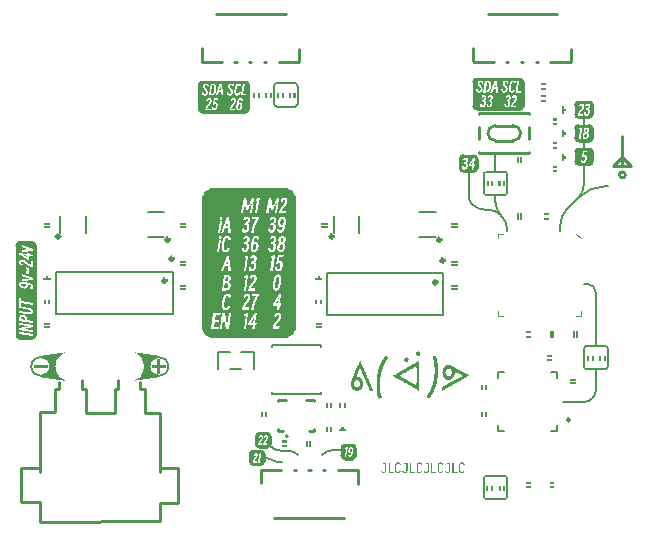
<source format=gto>
G04*
G04 #@! TF.GenerationSoftware,Altium Limited,Altium Designer,22.7.1 (60)*
G04*
G04 Layer_Color=65535*
%FSLAX44Y44*%
%MOMM*%
G71*
G04*
G04 #@! TF.SameCoordinates,DE4C8CE6-A766-4DDB-9AE5-6163675FD0FB*
G04*
G04*
G04 #@! TF.FilePolarity,Positive*
G04*
G01*
G75*
%ADD10C,0.1778*%
%ADD11C,0.2540*%
%ADD12C,0.7000*%
%ADD13C,0.2000*%
%ADD14C,0.2997*%
%ADD15C,0.2500*%
%ADD16C,0.3000*%
%ADD17C,0.1524*%
%ADD18C,0.0254*%
%ADD19C,0.1500*%
%ADD20C,0.1001*%
G36*
X454151Y356524D02*
X450849Y356524D01*
X450849Y357413D01*
X454151Y357413D01*
X454151Y356524D01*
D02*
G37*
G36*
X454151Y352587D02*
X450849Y352587D01*
Y353476D01*
X454151D01*
X454151Y352587D01*
D02*
G37*
G36*
Y346524D02*
X450849Y346524D01*
Y347413D01*
X454151D01*
X454151Y346524D01*
D02*
G37*
G36*
X232413Y345849D02*
X231524D01*
Y349151D01*
X232413D01*
Y345849D01*
D02*
G37*
G36*
X228476Y349151D02*
Y345849D01*
X227587Y345849D01*
Y349151D01*
X228476Y349151D01*
D02*
G37*
G36*
X222413Y349151D02*
X222413Y345849D01*
X221524D01*
Y349151D01*
X222413Y349151D01*
D02*
G37*
G36*
X218476Y345849D02*
X217587Y345849D01*
X217587Y349151D01*
X218476Y349151D01*
X218476Y345849D01*
D02*
G37*
G36*
X212413D02*
X211524D01*
Y349151D01*
X212413D01*
Y345849D01*
D02*
G37*
G36*
X208476D02*
X207587Y345849D01*
X207587Y349151D01*
X208476Y349151D01*
X208476Y345849D01*
D02*
G37*
G36*
X242413Y349151D02*
X242413Y345849D01*
X241524D01*
Y349151D01*
X242413Y349151D01*
D02*
G37*
G36*
X238476Y349151D02*
X238476Y345849D01*
X237587Y345849D01*
X237587Y349151D01*
X238476Y349151D01*
D02*
G37*
G36*
X454151Y342587D02*
X450849Y342587D01*
X450849Y343476D01*
X454151D01*
X454151Y342587D01*
D02*
G37*
G36*
X469619Y335635D02*
X471397D01*
Y334365D01*
X469619D01*
Y332333D01*
X468603D01*
Y337667D01*
X469619D01*
Y335635D01*
D02*
G37*
G36*
X464151Y326524D02*
X460849D01*
Y327413D01*
X464151D01*
Y326524D01*
D02*
G37*
G36*
Y322587D02*
X460849D01*
X460849Y323476D01*
X464151D01*
X464151Y322587D01*
D02*
G37*
G36*
X469619Y315635D02*
X471397D01*
Y314365D01*
X469619D01*
Y312333D01*
X468603D01*
Y317667D01*
X469619D01*
Y315635D01*
D02*
G37*
G36*
X464151Y306524D02*
X460849D01*
Y307413D01*
X464151D01*
Y306524D01*
D02*
G37*
G36*
Y302587D02*
X460849D01*
X460849Y303476D01*
X464151D01*
X464151Y302587D01*
D02*
G37*
G36*
X469619Y295635D02*
X471397D01*
Y294365D01*
X469619D01*
Y292333D01*
X468603D01*
Y297667D01*
X469619D01*
Y295635D01*
D02*
G37*
G36*
X434151Y290214D02*
X433262Y290214D01*
Y294786D01*
X434151Y294786D01*
Y290214D01*
D02*
G37*
G36*
X431738Y294786D02*
Y290214D01*
X430849Y290214D01*
Y294786D01*
X431738Y294786D01*
D02*
G37*
G36*
X464151Y286524D02*
X460849D01*
Y287413D01*
X464151D01*
Y286524D01*
D02*
G37*
G36*
Y282587D02*
X460849D01*
X460849Y283476D01*
X464151D01*
X464151Y282587D01*
D02*
G37*
G36*
X419913Y270849D02*
X419024D01*
Y274151D01*
X419913D01*
Y270849D01*
D02*
G37*
G36*
X415976Y274151D02*
Y270849D01*
X415087Y270849D01*
Y274151D01*
X415976Y274151D01*
D02*
G37*
G36*
X409913Y270849D02*
X409024D01*
Y274151D01*
X409913D01*
Y270849D01*
D02*
G37*
G36*
X405976Y274151D02*
Y270849D01*
X405087Y270849D01*
Y274151D01*
X405976Y274151D01*
D02*
G37*
G36*
X456651Y247413D02*
X456651Y246524D01*
X453349D01*
X453349Y247413D01*
X456651Y247413D01*
D02*
G37*
G36*
X434151Y242714D02*
X433262D01*
Y247286D01*
X434151D01*
Y242714D01*
D02*
G37*
G36*
X431738Y247286D02*
Y242714D01*
X430849Y242714D01*
Y247286D01*
X431738Y247286D01*
D02*
G37*
G36*
X456651Y242587D02*
X453349D01*
Y243476D01*
X456651D01*
X456651Y242587D01*
D02*
G37*
G36*
X379786Y238262D02*
X375214D01*
X375214Y239151D01*
X379786D01*
X379786Y238262D01*
D02*
G37*
G36*
X149786D02*
X145214D01*
X145214Y239151D01*
X149786D01*
X149786Y238262D01*
D02*
G37*
G36*
X34786D02*
X30214D01*
X30214Y239151D01*
X34786D01*
Y238262D01*
D02*
G37*
G36*
X269786Y238262D02*
X265214D01*
Y239151D01*
X269786D01*
Y238262D01*
D02*
G37*
G36*
X379786Y235849D02*
X375214D01*
X375214Y236738D01*
X379786D01*
X379786Y235849D01*
D02*
G37*
G36*
X149786D02*
X145214D01*
X145214Y236738D01*
X149786D01*
X149786Y235849D01*
D02*
G37*
G36*
X34786D02*
X30214D01*
X30214Y236738D01*
X34786D01*
Y235849D01*
D02*
G37*
G36*
X269786Y235849D02*
X265214D01*
X265214Y236738D01*
X269786D01*
X269786Y235849D01*
D02*
G37*
G36*
X379786Y205762D02*
X375214D01*
X375214Y206651D01*
X379786D01*
X379786Y205762D01*
D02*
G37*
G36*
X149786D02*
X145214D01*
X145214Y206651D01*
X149786D01*
X149786Y205762D01*
D02*
G37*
G36*
X379786Y203349D02*
X375214D01*
X375214Y204238D01*
X379786D01*
X379786Y203349D01*
D02*
G37*
G36*
X149786D02*
X145214D01*
X145214Y204238D01*
X149786D01*
X149786Y203349D01*
D02*
G37*
G36*
X263135Y192119D02*
X265167D01*
Y191103D01*
X259833D01*
Y192119D01*
X261865D01*
Y193897D01*
X263135D01*
Y192119D01*
D02*
G37*
G36*
X33135D02*
X35167D01*
Y191103D01*
X29833D01*
Y192119D01*
X31865D01*
Y193897D01*
X33135D01*
Y192119D01*
D02*
G37*
G36*
X379786Y185762D02*
X375214D01*
X375214Y186651D01*
X379786D01*
X379786Y185762D01*
D02*
G37*
G36*
X149786D02*
X145214D01*
X145214Y186651D01*
X149786D01*
X149786Y185762D01*
D02*
G37*
G36*
X379786Y183349D02*
X375214D01*
X375214Y184238D01*
X379786D01*
X379786Y183349D01*
D02*
G37*
G36*
X149786D02*
X145214D01*
X145214Y184238D01*
X149786D01*
X149786Y183349D01*
D02*
G37*
G36*
X264913Y170849D02*
X264024Y170849D01*
Y174151D01*
X264913Y174151D01*
Y170849D01*
D02*
G37*
G36*
X260976D02*
X260087D01*
Y174151D01*
X260976D01*
Y170849D01*
D02*
G37*
G36*
X34913D02*
X34024Y170849D01*
Y174151D01*
X34913Y174151D01*
Y170849D01*
D02*
G37*
G36*
X30976D02*
X30087D01*
Y174151D01*
X30976D01*
Y170849D01*
D02*
G37*
G36*
X264786Y153262D02*
X260214D01*
X260214Y154151D01*
X264786D01*
X264786Y153262D01*
D02*
G37*
G36*
X34786D02*
X30214D01*
X30214Y154151D01*
X34786D01*
X34786Y153262D01*
D02*
G37*
G36*
X264786Y150849D02*
X260214D01*
X260214Y151738D01*
X264786D01*
X264786Y150849D01*
D02*
G37*
G36*
X34786D02*
X30214D01*
X30214Y151738D01*
X34786D01*
X34786Y150849D01*
D02*
G37*
G36*
X441651Y146524D02*
X438349D01*
X438349Y147413D01*
X441651D01*
X441651Y146524D01*
D02*
G37*
G36*
X481651Y142714D02*
X480762D01*
Y147286D01*
X481651D01*
Y142714D01*
D02*
G37*
G36*
X479238D02*
X478349D01*
Y147286D01*
X479238D01*
Y142714D01*
D02*
G37*
G36*
X461651Y142714D02*
X460762Y142714D01*
Y147286D01*
X461651Y147286D01*
Y142714D01*
D02*
G37*
G36*
X459238Y147286D02*
Y142714D01*
X458349Y142714D01*
Y147286D01*
X459238Y147286D01*
D02*
G37*
G36*
X441651Y142587D02*
X438349D01*
Y143476D01*
X441651D01*
Y142587D01*
D02*
G37*
G36*
X103724Y129940D02*
X105509Y129585D01*
X102499Y130000D01*
X103724Y129940D01*
D02*
G37*
G36*
X459151Y126524D02*
X455849D01*
X455849Y127413D01*
X459151D01*
X459151Y126524D01*
D02*
G37*
G36*
X347034Y130204D02*
X347165Y130192D01*
X347296Y130172D01*
X347427Y130142D01*
X347557Y130103D01*
X347685Y130056D01*
X347811Y130000D01*
X347934Y129936D01*
X348054Y129865D01*
X348169Y129786D01*
X348279Y129700D01*
X348385Y129608D01*
X348484Y129509D01*
X348577Y129403D01*
X348662Y129292D01*
X348740Y129175D01*
X348809Y129052D01*
X348870Y128925D01*
X348920Y128793D01*
X348961Y128656D01*
X348991Y128515D01*
X349009Y128370D01*
X349015Y128222D01*
X349002Y128055D01*
X348965Y127883D01*
X348905Y127708D01*
X348825Y127532D01*
X348726Y127357D01*
X348612Y127186D01*
X348483Y127021D01*
X348343Y126864D01*
X348193Y126717D01*
X348035Y126583D01*
X347872Y126463D01*
X347705Y126360D01*
X347537Y126276D01*
X347370Y126214D01*
X347206Y126174D01*
X347046Y126161D01*
X346910Y126168D01*
X346777Y126188D01*
X346650Y126220D01*
X346527Y126264D01*
X346409Y126320D01*
X346296Y126386D01*
X346189Y126462D01*
X346087Y126548D01*
X345991Y126642D01*
X345900Y126744D01*
X345816Y126854D01*
X345739Y126970D01*
X345668Y127093D01*
X345604Y127221D01*
X345547Y127353D01*
X345497Y127491D01*
X345455Y127631D01*
X345420Y127775D01*
X345394Y127920D01*
X345375Y128068D01*
X345365Y128216D01*
X345363Y128365D01*
X345370Y128514D01*
X345386Y128661D01*
X345412Y128807D01*
X345446Y128951D01*
X345490Y129092D01*
X345544Y129230D01*
X345608Y129363D01*
X345682Y129492D01*
X345767Y129616D01*
X345863Y129733D01*
X345959Y129832D01*
X346062Y129919D01*
X346170Y129994D01*
X346283Y130057D01*
X346401Y130108D01*
X346522Y130149D01*
X346647Y130178D01*
X346774Y130197D01*
X346903Y130205D01*
X347034Y130204D01*
D02*
G37*
G36*
X504913Y123349D02*
X504024Y123349D01*
Y126651D01*
X504913Y126651D01*
Y123349D01*
D02*
G37*
G36*
X500976D02*
X500087D01*
Y126651D01*
X500976D01*
Y123349D01*
D02*
G37*
G36*
X494913D02*
X494024D01*
Y126651D01*
X494913D01*
Y123349D01*
D02*
G37*
G36*
X490976Y126651D02*
Y123349D01*
X490087Y123349D01*
Y126651D01*
X490976Y126651D01*
D02*
G37*
G36*
X459151Y122587D02*
X455849D01*
Y123476D01*
X459151D01*
Y122587D01*
D02*
G37*
G36*
X337394Y125218D02*
X337516Y125203D01*
X337635Y125177D01*
X337752Y125142D01*
X337866Y125097D01*
X337977Y125042D01*
X338083Y124978D01*
X338185Y124904D01*
X338282Y124821D01*
X338373Y124729D01*
X338459Y124629D01*
X338539Y124520D01*
X338612Y124402D01*
X338679Y124277D01*
X338737Y124143D01*
X338788Y124002D01*
X338831Y123853D01*
X338865Y123696D01*
X338889Y123533D01*
X338905Y123362D01*
X338910Y123185D01*
X338901Y122969D01*
X338877Y122761D01*
X338837Y122561D01*
X338782Y122370D01*
X338713Y122189D01*
X338631Y122020D01*
X338536Y121862D01*
X338430Y121716D01*
X338312Y121585D01*
X338184Y121468D01*
X338047Y121367D01*
X337901Y121282D01*
X337746Y121214D01*
X337584Y121165D01*
X337416Y121134D01*
X337241Y121124D01*
X337091Y121130D01*
X336946Y121148D01*
X336805Y121178D01*
X336670Y121218D01*
X336541Y121268D01*
X336417Y121328D01*
X336300Y121398D01*
X336188Y121476D01*
X336083Y121562D01*
X335984Y121656D01*
X335892Y121757D01*
X335807Y121864D01*
X335730Y121977D01*
X335659Y122095D01*
X335597Y122219D01*
X335542Y122346D01*
X335495Y122478D01*
X335457Y122612D01*
X335427Y122749D01*
X335406Y122889D01*
X335393Y123029D01*
X335390Y123171D01*
X335396Y123314D01*
X335412Y123456D01*
X335437Y123597D01*
X335473Y123738D01*
X335518Y123877D01*
X335574Y124013D01*
X335641Y124147D01*
X335719Y124277D01*
X335807Y124404D01*
X335907Y124526D01*
X336023Y124649D01*
X336142Y124760D01*
X336264Y124858D01*
X336387Y124944D01*
X336512Y125018D01*
X336638Y125081D01*
X336764Y125132D01*
X336892Y125171D01*
X337018Y125199D01*
X337145Y125216D01*
X337270Y125222D01*
X337394Y125218D01*
D02*
G37*
G36*
X479786Y105762D02*
X475214D01*
Y106651D01*
X479786D01*
X479786Y105762D01*
D02*
G37*
G36*
X128736Y126381D02*
X126378Y125421D01*
X122671Y123878D01*
X120728Y121758D01*
X119568Y118543D01*
X119903Y114993D01*
X122728Y111079D01*
X128736Y108573D01*
X105425Y105399D01*
X103724Y105060D01*
X102499Y105000D01*
X105425Y105399D01*
X106127Y105538D01*
X108391Y106476D01*
X110428Y107837D01*
X112161Y109570D01*
X113523Y111608D01*
X114460Y113871D01*
X114938Y116275D01*
X114999Y117500D01*
X114938Y118725D01*
X114460Y121129D01*
X113523Y123392D01*
X112161Y125430D01*
X110428Y127163D01*
X108391Y128524D01*
X106127Y129462D01*
X105509Y129585D01*
X128736Y126381D01*
D02*
G37*
G36*
X49576Y129601D02*
X48873Y129462D01*
X46609Y128524D01*
X44571Y127163D01*
X42839Y125430D01*
X41477Y123392D01*
X40539Y121129D01*
X40061Y118725D01*
X40001Y117500D01*
X40061Y116275D01*
X40539Y113871D01*
X41477Y111608D01*
X42839Y109570D01*
X44571Y107837D01*
X46609Y106476D01*
X48873Y105538D01*
X49490Y105415D01*
X52501Y105000D01*
X51276Y105060D01*
X49490Y105415D01*
X26264Y108619D01*
X28622Y109579D01*
X32329Y111122D01*
X34272Y113242D01*
X35432Y116457D01*
X35097Y120007D01*
X32272Y123921D01*
X26264Y126427D01*
X49576Y129601D01*
X51276Y129940D01*
X52501Y130000D01*
X49576Y129601D01*
D02*
G37*
G36*
X479786Y104238D02*
Y103349D01*
X475214Y103349D01*
Y104238D01*
X479786Y104238D01*
D02*
G37*
G36*
X404913Y98349D02*
X404024Y98349D01*
Y101651D01*
X404913Y101651D01*
Y98349D01*
D02*
G37*
G36*
X400976D02*
X400087D01*
Y101651D01*
X400976D01*
Y98349D01*
D02*
G37*
G36*
X348120Y122350D02*
X348132Y122032D01*
X348144Y121530D01*
X348156Y120780D01*
X348167Y119839D01*
X348177Y118724D01*
X348186Y117453D01*
X348193Y116042D01*
X348199Y114509D01*
X348203Y113023D01*
X348206Y111463D01*
X348207Y109842D01*
Y109677D01*
Y96857D01*
X337091Y103148D01*
X335959Y103790D01*
X334858Y104416D01*
X333795Y105024D01*
X332775Y105609D01*
X331804Y106169D01*
X330887Y106700D01*
X330031Y107198D01*
X329240Y107661D01*
X328522Y108084D01*
X327880Y108466D01*
X327322Y108801D01*
X326852Y109088D01*
X326477Y109322D01*
X326202Y109500D01*
X326033Y109619D01*
X325975Y109676D01*
X326019Y109722D01*
X326148Y109816D01*
X326358Y109956D01*
X326646Y110139D01*
X327008Y110364D01*
X327440Y110627D01*
X328014Y110973D01*
X328670Y111364D01*
X329400Y111796D01*
X330200Y112266D01*
X331064Y112771D01*
X331986Y113307D01*
X332837Y113799D01*
X333724Y114310D01*
X334643Y114839D01*
X335592Y115382D01*
X336566Y115938D01*
X336990Y116179D01*
X338112Y116818D01*
X339204Y117439D01*
X340261Y118039D01*
X341275Y118614D01*
X342241Y119163D01*
X343154Y119681D01*
X344009Y120165D01*
X344799Y120612D01*
X345518Y121020D01*
X346161Y121383D01*
X346723Y121700D01*
X347197Y121967D01*
X347578Y122181D01*
X347860Y122338D01*
X348038Y122436D01*
X348107Y122471D01*
X348120Y122350D01*
D02*
G37*
G36*
X298037Y122426D02*
X298142Y122217D01*
X298302Y121879D01*
X298512Y121422D01*
X298769Y120854D01*
X299069Y120186D01*
X299408Y119425D01*
X299781Y118582D01*
X300186Y117664D01*
X300618Y116682D01*
X301073Y115644D01*
X301547Y114560D01*
X302037Y113438D01*
X302537Y112287D01*
X303046Y111117D01*
X303557Y109937D01*
X304069Y108756D01*
X304575Y107583D01*
X305074Y106427D01*
X305560Y105297D01*
X306029Y104202D01*
X306479Y103152D01*
X306904Y102155D01*
X307302Y101220D01*
X307667Y100358D01*
X307997Y99575D01*
X308286Y98883D01*
X308532Y98289D01*
X308730Y97804D01*
X308876Y97436D01*
X308967Y97193D01*
X308998Y97086D01*
X308991Y97063D01*
X308971Y97040D01*
X308937Y97017D01*
X308892Y96996D01*
X308835Y96976D01*
X308767Y96957D01*
X308690Y96939D01*
X308603Y96923D01*
X308507Y96908D01*
X308403Y96894D01*
X308292Y96882D01*
X308174Y96873D01*
X308051Y96865D01*
X307922Y96859D01*
X307789Y96856D01*
X307651Y96854D01*
X306304D01*
X302117Y106582D01*
X297929Y116309D01*
X296415Y112649D01*
X294900Y108989D01*
X296139Y108692D01*
X296360Y108634D01*
X296576Y108568D01*
X296787Y108496D01*
X296992Y108415D01*
X297192Y108328D01*
X297386Y108233D01*
X297575Y108132D01*
X297759Y108024D01*
X297937Y107910D01*
X298109Y107790D01*
X298276Y107664D01*
X298437Y107532D01*
X298593Y107395D01*
X298742Y107252D01*
X298886Y107104D01*
X299025Y106951D01*
X299157Y106794D01*
X299284Y106632D01*
X299404Y106466D01*
X299519Y106296D01*
X299628Y106122D01*
X299731Y105944D01*
X299827Y105763D01*
X299918Y105579D01*
X300003Y105391D01*
X300081Y105201D01*
X300153Y105008D01*
X300219Y104812D01*
X300279Y104615D01*
X300332Y104415D01*
X300379Y104214D01*
X300420Y104011D01*
X300454Y103806D01*
X300481Y103601D01*
X300503Y103394D01*
X300517Y103187D01*
X300525Y102979D01*
X300527Y102771D01*
X300522Y102562D01*
X300510Y102354D01*
X300491Y102146D01*
X300466Y101938D01*
X300434Y101731D01*
X300395Y101525D01*
X300349Y101319D01*
X300296Y101116D01*
X300236Y100913D01*
X300169Y100712D01*
X300096Y100514D01*
X300015Y100317D01*
X299927Y100122D01*
X299832Y99931D01*
X299729Y99741D01*
X299620Y99555D01*
X299503Y99372D01*
X299379Y99192D01*
X299248Y99016D01*
X299109Y98843D01*
X298963Y98675D01*
X298809Y98510D01*
X298648Y98350D01*
X298479Y98195D01*
X298303Y98044D01*
X298120Y97898D01*
X297955Y97778D01*
X297790Y97665D01*
X297622Y97560D01*
X297454Y97464D01*
X297284Y97375D01*
X297113Y97294D01*
X296942Y97220D01*
X296770Y97154D01*
X296597Y97096D01*
X296423Y97044D01*
X296250Y97001D01*
X296076Y96964D01*
X295902Y96935D01*
X295728Y96913D01*
X295554Y96897D01*
X295380Y96889D01*
X295207Y96888D01*
X295034Y96893D01*
X294862Y96905D01*
X294691Y96923D01*
X294521Y96948D01*
X294352Y96980D01*
X294185Y97017D01*
X294018Y97061D01*
X293853Y97111D01*
X293690Y97168D01*
X293529Y97230D01*
X293369Y97298D01*
X293212Y97372D01*
X293056Y97451D01*
X292903Y97537D01*
X292752Y97628D01*
X292604Y97724D01*
X292459Y97826D01*
X292316Y97933D01*
X292176Y98046D01*
X292040Y98163D01*
X291906Y98286D01*
X291776Y98414D01*
X291650Y98547D01*
X291527Y98684D01*
X291408Y98826D01*
X291292Y98973D01*
X291181Y99125D01*
X291074Y99281D01*
X290971Y99441D01*
X290872Y99606D01*
X290778Y99775D01*
X290689Y99948D01*
X290605Y100125D01*
X290525Y100307D01*
X290450Y100492D01*
X290381Y100681D01*
X290317Y100874D01*
X290259Y101070D01*
X290206Y101270D01*
X290159Y101474D01*
X290117Y101681D01*
X290082Y101891D01*
X290053Y102105D01*
X290030Y102322D01*
X290013Y102542D01*
X290003Y102765D01*
X290000Y102990D01*
X290006Y103130D01*
X290022Y103289D01*
X290051Y103469D01*
X290090Y103670D01*
X290141Y103892D01*
X290204Y104134D01*
X290278Y104399D01*
X290364Y104684D01*
X290463Y104992D01*
X290573Y105322D01*
X290695Y105675D01*
X290829Y106050D01*
X290976Y106448D01*
X291135Y106870D01*
X291307Y107315D01*
X291491Y107784D01*
X291688Y108277D01*
X291897Y108794D01*
X292120Y109335D01*
X292355Y109902D01*
X292603Y110494D01*
X292865Y111110D01*
X293140Y111753D01*
X293428Y112421D01*
X293730Y113116D01*
X293917Y113545D01*
X294707Y115344D01*
X295450Y117021D01*
X296130Y118542D01*
X296729Y119868D01*
X297232Y120963D01*
X297621Y121791D01*
X297879Y122315D01*
X297991Y122498D01*
X298037Y122426D01*
D02*
G37*
G36*
X372581Y118774D02*
X372702Y118768D01*
X372826Y118757D01*
X372954Y118743D01*
X373085Y118724D01*
X373219Y118701D01*
X373358Y118673D01*
X373500Y118642D01*
X373647Y118606D01*
X373797Y118565D01*
X373953Y118521D01*
X374113Y118471D01*
X374277Y118418D01*
X374447Y118359D01*
X374622Y118296D01*
X374803Y118229D01*
X374988Y118156D01*
X375180Y118079D01*
X375377Y117997D01*
X375581Y117910D01*
X375791Y117819D01*
X376007Y117722D01*
X376230Y117620D01*
X376459Y117514D01*
X376696Y117402D01*
X376939Y117284D01*
X377190Y117162D01*
X377449Y117035D01*
X377715Y116902D01*
X377989Y116763D01*
X378270Y116620D01*
X378560Y116471D01*
X379011Y116237D01*
X379481Y115990D01*
X379971Y115731D01*
X380482Y115459D01*
X381014Y115174D01*
X381568Y114875D01*
X381949Y114669D01*
X382734Y114243D01*
X383501Y113825D01*
X384245Y113417D01*
X384963Y113021D01*
X385650Y112641D01*
X386302Y112279D01*
X386914Y111936D01*
X387484Y111615D01*
X388007Y111318D01*
X388478Y111049D01*
X388894Y110808D01*
X389250Y110598D01*
X389542Y110423D01*
X389766Y110283D01*
X389919Y110182D01*
X389995Y110121D01*
X389998Y110093D01*
X389972Y110049D01*
X389917Y109989D01*
X389834Y109913D01*
X389692Y109797D01*
X389509Y109659D01*
X389285Y109499D01*
X389023Y109318D01*
X388724Y109117D01*
X388389Y108897D01*
X388019Y108659D01*
X387617Y108403D01*
X387182Y108130D01*
X386717Y107842D01*
X386223Y107538D01*
X385702Y107221D01*
X385154Y106890D01*
X384582Y106547D01*
X383986Y106193D01*
X383368Y105828D01*
X382729Y105453D01*
X382071Y105069D01*
X381395Y104677D01*
X380842Y104358D01*
X380279Y104035D01*
X379707Y103708D01*
X379126Y103378D01*
X378980Y103295D01*
X367609Y96851D01*
Y100056D01*
X376190Y104920D01*
X384771Y109785D01*
X382383Y111143D01*
X381897Y111419D01*
X381598Y111587D01*
X381319Y111743D01*
X381059Y111886D01*
X380816Y112015D01*
X380701Y112075D01*
X380590Y112132D01*
X380483Y112185D01*
X380380Y112235D01*
X380281Y112282D01*
X380185Y112325D01*
X380093Y112365D01*
X380005Y112401D01*
X379920Y112435D01*
X379838Y112464D01*
X379759Y112491D01*
X379684Y112514D01*
X379611Y112533D01*
X379541Y112549D01*
X379474Y112562D01*
X379410Y112571D01*
X379347Y112577D01*
X379288Y112579D01*
X379230Y112578D01*
X379175Y112573D01*
X379122Y112565D01*
X379071Y112553D01*
X379022Y112537D01*
X378974Y112518D01*
X378928Y112496D01*
X378884Y112470D01*
X378841Y112440D01*
X378800Y112406D01*
X378759Y112369D01*
X378720Y112328D01*
X378681Y112284D01*
X378644Y112236D01*
X378607Y112184D01*
X378572Y112128D01*
X378536Y112069D01*
X378501Y112006D01*
X378467Y111939D01*
X378432Y111869D01*
X378398Y111795D01*
X378330Y111635D01*
X378260Y111460D01*
X378190Y111269D01*
X378116Y111063D01*
X378000Y110725D01*
X377916Y110480D01*
X377850Y110291D01*
X377781Y110105D01*
X377709Y109924D01*
X377635Y109746D01*
X377557Y109572D01*
X377477Y109401D01*
X377395Y109235D01*
X377310Y109072D01*
X377223Y108914D01*
X377133Y108759D01*
X377041Y108608D01*
X376947Y108462D01*
X376850Y108319D01*
X376751Y108180D01*
X376650Y108046D01*
X376547Y107915D01*
X376442Y107789D01*
X376335Y107666D01*
X376227Y107548D01*
X376116Y107434D01*
X376003Y107324D01*
X375889Y107219D01*
X375773Y107118D01*
X375656Y107021D01*
X375537Y106928D01*
X375416Y106840D01*
X375294Y106756D01*
X375170Y106676D01*
X375045Y106601D01*
X374919Y106530D01*
X374791Y106464D01*
X374663Y106402D01*
X374533Y106345D01*
X374402Y106292D01*
X374270Y106243D01*
X374137Y106200D01*
X374003Y106161D01*
X373868Y106126D01*
X373732Y106096D01*
X373596Y106071D01*
X373459Y106051D01*
X373321Y106035D01*
X373182Y106024D01*
X373043Y106018D01*
X372904Y106017D01*
X372764Y106020D01*
X372623Y106028D01*
X372482Y106042D01*
X372341Y106060D01*
X372200Y106083D01*
X372058Y106111D01*
X371917Y106144D01*
X371775Y106182D01*
X371633Y106224D01*
X371492Y106272D01*
X371350Y106326D01*
X371208Y106384D01*
X371067Y106447D01*
X370926Y106516D01*
X370785Y106589D01*
X370645Y106668D01*
X370505Y106752D01*
X370365Y106841D01*
X370226Y106936D01*
X370068Y107051D01*
X369915Y107171D01*
X369767Y107296D01*
X369624Y107426D01*
X369486Y107561D01*
X369353Y107700D01*
X369226Y107844D01*
X369103Y107991D01*
X368985Y108143D01*
X368872Y108299D01*
X368764Y108458D01*
X368661Y108621D01*
X368564Y108787D01*
X368471Y108957D01*
X368383Y109129D01*
X368301Y109305D01*
X368223Y109483D01*
X368150Y109663D01*
X368083Y109846D01*
X368020Y110032D01*
X367963Y110219D01*
X367910Y110408D01*
X367863Y110599D01*
X367820Y110792D01*
X367783Y110986D01*
X367750Y111181D01*
X367723Y111378D01*
X367701Y111575D01*
X367683Y111773D01*
X367671Y111972D01*
X367663Y112171D01*
X367661Y112370D01*
X367664Y112570D01*
X367672Y112769D01*
X367684Y112969D01*
X367702Y113168D01*
X367725Y113366D01*
X367753Y113564D01*
X367785Y113760D01*
X367823Y113956D01*
X367866Y114151D01*
X367914Y114344D01*
X367967Y114536D01*
X368025Y114726D01*
X368088Y114914D01*
X368156Y115100D01*
X368228Y115284D01*
X368307Y115466D01*
X368390Y115645D01*
X368478Y115822D01*
X368571Y115996D01*
X368669Y116166D01*
X368772Y116334D01*
X368880Y116498D01*
X368993Y116659D01*
X369111Y116816D01*
X369234Y116970D01*
X369362Y117119D01*
X369495Y117265D01*
X369633Y117406D01*
X369777Y117542D01*
X369925Y117675D01*
X370078Y117802D01*
X370236Y117924D01*
X370384Y118032D01*
X370531Y118134D01*
X370676Y118229D01*
X370820Y118316D01*
X370963Y118397D01*
X371108Y118470D01*
X371204Y118515D01*
X371302Y118557D01*
X371400Y118595D01*
X371499Y118629D01*
X371599Y118660D01*
X371700Y118688D01*
X371803Y118712D01*
X371908Y118732D01*
X372015Y118749D01*
X372123Y118762D01*
X372234Y118771D01*
X372347Y118776D01*
X372462Y118777D01*
X372581Y118774D01*
D02*
G37*
G36*
X361609Y126492D02*
X361697Y126479D01*
X361779Y126456D01*
X361858Y126422D01*
X361895Y126400D01*
X361932Y126376D01*
X361968Y126348D01*
X362003Y126318D01*
X362037Y126285D01*
X362070Y126248D01*
X362103Y126208D01*
X362135Y126165D01*
X362166Y126118D01*
X362197Y126068D01*
X362227Y126015D01*
X362257Y125958D01*
X362315Y125833D01*
X362372Y125694D01*
X362428Y125540D01*
X362483Y125370D01*
X362538Y125184D01*
X362593Y124982D01*
X362649Y124763D01*
X362706Y124527D01*
X362764Y124273D01*
X362824Y124000D01*
X362886Y123709D01*
X362950Y123399D01*
X363017Y123070D01*
X363067Y122819D01*
X363115Y122563D01*
X363161Y122302D01*
X363205Y122038D01*
X363248Y121769D01*
X363289Y121496D01*
X363328Y121219D01*
X363366Y120939D01*
X363402Y120655D01*
X363436Y120368D01*
X363468Y120077D01*
X363499Y119784D01*
X363528Y119488D01*
X363556Y119189D01*
X363582Y118887D01*
X363606Y118583D01*
X363628Y118277D01*
X363649Y117969D01*
X363668Y117659D01*
X363685Y117348D01*
X363701Y117035D01*
X363715Y116720D01*
X363727Y116404D01*
X363738Y116087D01*
X363747Y115770D01*
X363754Y115451D01*
X363760Y115132D01*
X363764Y114812D01*
X363766Y114493D01*
X363767Y114173D01*
X363766Y113853D01*
X363763Y113534D01*
X363759Y113215D01*
X363753Y112896D01*
X363745Y112578D01*
X363736Y112261D01*
X363725Y111946D01*
X363712Y111631D01*
X363698Y111318D01*
X363682Y111006D01*
X363665Y110696D01*
X363646Y110388D01*
X363625Y110082D01*
X363603Y109778D01*
X363579Y109476D01*
X363553Y109177D01*
X363526Y108881D01*
X363497Y108587D01*
X363466Y108297D01*
X363434Y108010D01*
X363400Y107725D01*
X363365Y107445D01*
X363328Y107168D01*
X363289Y106895D01*
X363249Y106626D01*
X363207Y106361D01*
X363164Y106100D01*
X363119Y105844D01*
X363072Y105593D01*
X363023Y105346D01*
X362974Y105104D01*
X362922Y104867D01*
X362869Y104636D01*
X362814Y104410D01*
X362635Y103715D01*
X362445Y103022D01*
X362243Y102331D01*
X362032Y101644D01*
X361812Y100963D01*
X361584Y100290D01*
X361348Y99625D01*
X361105Y98971D01*
X360857Y98329D01*
X360603Y97701D01*
X360346Y97088D01*
X360085Y96491D01*
X359822Y95913D01*
X359557Y95354D01*
X359291Y94817D01*
X359025Y94303D01*
X358760Y93814D01*
X358496Y93350D01*
X358235Y92914D01*
X357977Y92508D01*
X357724Y92132D01*
X357475Y91788D01*
X357232Y91478D01*
X356995Y91204D01*
X356766Y90966D01*
X356545Y90767D01*
X356334Y90609D01*
X356132Y90491D01*
X355940Y90417D01*
X355760Y90388D01*
X355593Y90405D01*
X355439Y90470D01*
X355317Y90546D01*
X355204Y90623D01*
X355099Y90699D01*
X355002Y90777D01*
X354913Y90855D01*
X354832Y90935D01*
X354759Y91017D01*
X354695Y91101D01*
X354639Y91186D01*
X354591Y91275D01*
X354552Y91366D01*
X354520Y91460D01*
X354497Y91558D01*
X354483Y91660D01*
X354476Y91765D01*
X354478Y91875D01*
X354489Y91990D01*
X354508Y92109D01*
X354535Y92234D01*
X354570Y92364D01*
X354614Y92500D01*
X354667Y92643D01*
X354728Y92791D01*
X354797Y92947D01*
X354875Y93109D01*
X354962Y93278D01*
X355057Y93456D01*
X355160Y93641D01*
X355272Y93834D01*
X355393Y94036D01*
X355523Y94246D01*
X355781Y94658D01*
X355901Y94852D01*
X356019Y95046D01*
X356136Y95242D01*
X356251Y95439D01*
X356365Y95638D01*
X356478Y95837D01*
X356590Y96038D01*
X356700Y96240D01*
X356808Y96443D01*
X356916Y96647D01*
X357022Y96853D01*
X357127Y97059D01*
X357230Y97267D01*
X357332Y97476D01*
X357433Y97685D01*
X357532Y97896D01*
X357630Y98108D01*
X357727Y98321D01*
X357822Y98535D01*
X357916Y98750D01*
X358008Y98966D01*
X358099Y99183D01*
X358189Y99401D01*
X358278Y99620D01*
X358365Y99839D01*
X358450Y100060D01*
X358535Y100282D01*
X358618Y100504D01*
X358699Y100728D01*
X358779Y100952D01*
X358858Y101177D01*
X358936Y101403D01*
X359011Y101630D01*
X359086Y101858D01*
X359159Y102086D01*
X359231Y102316D01*
X359302Y102546D01*
X359371Y102776D01*
X359438Y103008D01*
X359505Y103240D01*
X359570Y103473D01*
X359633Y103707D01*
X359695Y103941D01*
X359756Y104176D01*
X359815Y104412D01*
X359873Y104648D01*
X359929Y104885D01*
X359984Y105123D01*
X360038Y105361D01*
X360090Y105600D01*
X360140Y105840D01*
X360190Y106079D01*
X360238Y106320D01*
X360284Y106561D01*
X360329Y106803D01*
X360373Y107045D01*
X360415Y107287D01*
X360456Y107530D01*
X360495Y107774D01*
X360533Y108018D01*
X360569Y108262D01*
X360605Y108507D01*
X360638Y108752D01*
X360670Y108998D01*
X360701Y109244D01*
X360730Y109490D01*
X360758Y109737D01*
X360784Y109984D01*
X360809Y110232D01*
X360832Y110479D01*
X360854Y110728D01*
X360875Y110976D01*
X360894Y111224D01*
X360911Y111473D01*
X360928Y111722D01*
X360942Y111972D01*
X360955Y112221D01*
X360967Y112471D01*
X360977Y112721D01*
X360986Y112971D01*
X360993Y113222D01*
X360999Y113472D01*
X361003Y113722D01*
X361006Y113973D01*
X361008Y114224D01*
X361007Y114475D01*
X361006Y114726D01*
X361003Y114977D01*
X360998Y115228D01*
X360992Y115479D01*
X360984Y115730D01*
X360975Y115981D01*
X360965Y116233D01*
X360953Y116484D01*
X360939Y116735D01*
X360924Y116986D01*
X360908Y117237D01*
X360890Y117488D01*
X360870Y117738D01*
X360849Y117989D01*
X360826Y118240D01*
X360802Y118490D01*
X360776Y118741D01*
X360749Y118991D01*
X360720Y119241D01*
X360690Y119490D01*
X360658Y119740D01*
X360625Y119989D01*
X360590Y120239D01*
X360554Y120487D01*
X360516Y120736D01*
X360477Y120984D01*
X360436Y121233D01*
X360393Y121480D01*
X360349Y121728D01*
X360304Y121975D01*
X360257Y122222D01*
X360208Y122468D01*
X360158Y122714D01*
X360106Y122960D01*
X360053Y123205D01*
X359998Y123450D01*
X359942Y123695D01*
X359884Y123939D01*
X359824Y124182D01*
X359763Y124425D01*
X359701Y124668D01*
X359665Y124813D01*
X359639Y124948D01*
X359622Y125072D01*
X359614Y125188D01*
X359616Y125294D01*
X359628Y125393D01*
X359651Y125486D01*
X359685Y125572D01*
X359730Y125652D01*
X359786Y125728D01*
X359855Y125800D01*
X359935Y125869D01*
X360029Y125935D01*
X360135Y126000D01*
X360255Y126064D01*
X360388Y126127D01*
X360544Y126197D01*
X360692Y126261D01*
X360831Y126318D01*
X360963Y126368D01*
X361087Y126410D01*
X361204Y126444D01*
X361314Y126470D01*
X361418Y126487D01*
X361517Y126494D01*
X361609Y126492D01*
D02*
G37*
G36*
X319599Y126469D02*
X319669Y126458D01*
X319740Y126435D01*
X319813Y126402D01*
X319889Y126360D01*
X319968Y126307D01*
X320050Y126245D01*
X320137Y126173D01*
X320229Y126094D01*
X320326Y126005D01*
X320430Y125909D01*
X321605Y124799D01*
X320154Y122560D01*
X320041Y122384D01*
X319929Y122206D01*
X319818Y122027D01*
X319709Y121847D01*
X319600Y121664D01*
X319492Y121480D01*
X319386Y121295D01*
X319280Y121108D01*
X319176Y120919D01*
X319072Y120729D01*
X318970Y120538D01*
X318869Y120345D01*
X318769Y120151D01*
X318670Y119955D01*
X318572Y119758D01*
X318475Y119560D01*
X318379Y119360D01*
X318285Y119159D01*
X318191Y118957D01*
X318099Y118753D01*
X318008Y118549D01*
X317917Y118343D01*
X317828Y118135D01*
X317740Y117927D01*
X317654Y117718D01*
X317568Y117507D01*
X317484Y117295D01*
X317400Y117082D01*
X317318Y116868D01*
X317237Y116653D01*
X317157Y116438D01*
X317078Y116221D01*
X317000Y116003D01*
X316924Y115784D01*
X316849Y115564D01*
X316775Y115343D01*
X316702Y115121D01*
X316630Y114899D01*
X316559Y114675D01*
X316490Y114451D01*
X316422Y114226D01*
X316354Y114000D01*
X316289Y113773D01*
X316224Y113546D01*
X316160Y113318D01*
X316098Y113089D01*
X316037Y112859D01*
X315977Y112629D01*
X315919Y112399D01*
X315861Y112167D01*
X315805Y111935D01*
X315750Y111702D01*
X315696Y111469D01*
X315644Y111236D01*
X315592Y111001D01*
X315543Y110767D01*
X315494Y110532D01*
X315446Y110296D01*
X315400Y110060D01*
X315355Y109823D01*
X315311Y109586D01*
X315268Y109349D01*
X315227Y109112D01*
X315187Y108874D01*
X315149Y108636D01*
X315111Y108397D01*
X315075Y108158D01*
X315040Y107919D01*
X315006Y107680D01*
X314974Y107441D01*
X314943Y107201D01*
X314913Y106961D01*
X314885Y106722D01*
X314858Y106482D01*
X314832Y106242D01*
X314807Y106002D01*
X314784Y105761D01*
X314762Y105521D01*
X314742Y105281D01*
X314722Y105041D01*
X314704Y104801D01*
X314688Y104561D01*
X314673Y104321D01*
X314659Y104081D01*
X314646Y103841D01*
X314635Y103602D01*
X314625Y103362D01*
X314617Y103123D01*
X314609Y102884D01*
X314604Y102645D01*
X314599Y102406D01*
X314596Y102168D01*
X314594Y101930D01*
X314594Y101692D01*
X314595Y101455D01*
X314597Y101218D01*
X314601Y100982D01*
X314606Y100745D01*
X314613Y100510D01*
X314621Y100274D01*
X314630Y100040D01*
X314641Y99805D01*
X314653Y99571D01*
X314667Y99338D01*
X314682Y99105D01*
X314698Y98873D01*
X314716Y98642D01*
X314735Y98411D01*
X314756Y98180D01*
X314778Y97950D01*
X314801Y97722D01*
X314826Y97493D01*
X314853Y97266D01*
X314881Y97039D01*
X314910Y96813D01*
X314941Y96587D01*
X314973Y96363D01*
X315006Y96139D01*
X315042Y95916D01*
X315078Y95695D01*
X315116Y95473D01*
X315156Y95253D01*
X315197Y95034D01*
X315239Y94816D01*
X315283Y94599D01*
X315329Y94382D01*
X315375Y94167D01*
X315424Y93953D01*
X316145Y90823D01*
X315129Y90386D01*
X315029Y90345D01*
X314931Y90309D01*
X314835Y90278D01*
X314741Y90253D01*
X314649Y90233D01*
X314559Y90218D01*
X314471Y90209D01*
X314385Y90206D01*
X314300Y90208D01*
X314218Y90216D01*
X314137Y90230D01*
X314058Y90250D01*
X313981Y90275D01*
X313906Y90307D01*
X313833Y90345D01*
X313761Y90389D01*
X313691Y90439D01*
X313623Y90496D01*
X313556Y90558D01*
X313491Y90628D01*
X313428Y90704D01*
X313366Y90786D01*
X313306Y90876D01*
X313247Y90972D01*
X313190Y91074D01*
X313135Y91184D01*
X313081Y91301D01*
X313028Y91425D01*
X312977Y91556D01*
X312927Y91694D01*
X312879Y91839D01*
X312832Y91992D01*
X312786Y92152D01*
X312742Y92320D01*
X312699Y92495D01*
X312658Y92678D01*
X312617Y92869D01*
X312578Y93067D01*
X312540Y93274D01*
X312504Y93488D01*
X312468Y93710D01*
X312434Y93941D01*
X312401Y94179D01*
X312369Y94426D01*
X312338Y94681D01*
X312309Y94944D01*
X312280Y95216D01*
X312252Y95497D01*
X312225Y95786D01*
X312200Y96084D01*
X312175Y96390D01*
X312151Y96706D01*
X312129Y97030D01*
X312107Y97363D01*
X312086Y97705D01*
X312066Y98056D01*
X312046Y98417D01*
X312028Y98787D01*
X312010Y99166D01*
X311993Y99555D01*
X311977Y99953D01*
X311962Y100360D01*
X311947Y100778D01*
X311933Y101205D01*
X311927Y101415D01*
X311921Y101624D01*
X311916Y101833D01*
X311912Y102041D01*
X311909Y102249D01*
X311906Y102455D01*
X311904Y102661D01*
X311903Y102866D01*
X311903Y103071D01*
X311903Y103275D01*
X311904Y103478D01*
X311906Y103680D01*
X311909Y103882D01*
X311912Y104083D01*
X311916Y104284D01*
X311921Y104483D01*
X311927Y104683D01*
X311933Y104881D01*
X311940Y105079D01*
X311948Y105276D01*
X311957Y105473D01*
X311966Y105669D01*
X311976Y105864D01*
X311987Y106059D01*
X311999Y106253D01*
X312011Y106446D01*
X312025Y106639D01*
X312039Y106831D01*
X312053Y107023D01*
X312069Y107214D01*
X312085Y107405D01*
X312102Y107594D01*
X312120Y107784D01*
X312139Y107972D01*
X312158Y108161D01*
X312178Y108348D01*
X312199Y108535D01*
X312221Y108722D01*
X312243Y108908D01*
X312267Y109093D01*
X312291Y109278D01*
X312316Y109463D01*
X312341Y109646D01*
X312368Y109830D01*
X312395Y110013D01*
X312423Y110195D01*
X312452Y110377D01*
X312481Y110558D01*
X312512Y110739D01*
X312543Y110919D01*
X312575Y111099D01*
X312607Y111278D01*
X312641Y111457D01*
X312675Y111635D01*
X312710Y111813D01*
X312747Y111991D01*
X312783Y112168D01*
X312821Y112344D01*
X312859Y112520D01*
X312898Y112696D01*
X312938Y112871D01*
X312979Y113046D01*
X313021Y113220D01*
X313063Y113394D01*
X313106Y113567D01*
X313150Y113741D01*
X313195Y113913D01*
X313241Y114086D01*
X313287Y114257D01*
X313335Y114429D01*
X313383Y114600D01*
X313432Y114771D01*
X313482Y114941D01*
X313532Y115111D01*
X313584Y115281D01*
X313636Y115450D01*
X313689Y115619D01*
X313743Y115787D01*
X313797Y115955D01*
X313853Y116123D01*
X313909Y116291D01*
X313967Y116458D01*
X314025Y116625D01*
X314084Y116791D01*
X314143Y116958D01*
X314204Y117123D01*
X314265Y117289D01*
X314328Y117454D01*
X314391Y117619D01*
X314455Y117784D01*
X314519Y117948D01*
X314585Y118112D01*
X314651Y118276D01*
X314719Y118440D01*
X314787Y118603D01*
X314856Y118766D01*
X314926Y118929D01*
X314996Y119092D01*
X315068Y119254D01*
X315140Y119416D01*
X315214Y119578D01*
X315288Y119739D01*
X315363Y119900D01*
X315439Y120062D01*
X315515Y120222D01*
X315593Y120383D01*
X315672Y120543D01*
X315751Y120704D01*
X315831Y120864D01*
X315912Y121024D01*
X315994Y121183D01*
X316077Y121343D01*
X316160Y121502D01*
X316245Y121661D01*
X316330Y121820D01*
X316417Y121979D01*
X316504Y122138D01*
X316592Y122296D01*
X316681Y122455D01*
X316770Y122613D01*
X316861Y122771D01*
X316953Y122929D01*
X317045Y123087D01*
X317139Y123244D01*
X317233Y123402D01*
X317328Y123559D01*
X317424Y123716D01*
X317694Y124154D01*
X317856Y124416D01*
X318008Y124660D01*
X318151Y124888D01*
X318284Y125098D01*
X318408Y125292D01*
X318525Y125470D01*
X318634Y125632D01*
X318737Y125778D01*
X318833Y125909D01*
X318924Y126026D01*
X319011Y126128D01*
X319093Y126216D01*
X319171Y126290D01*
X319246Y126351D01*
X319319Y126399D01*
X319390Y126435D01*
X319460Y126458D01*
X319529Y126469D01*
X319599Y126469D01*
D02*
G37*
G36*
X284913Y83389D02*
X284024Y83389D01*
Y86691D01*
X284913Y86691D01*
Y83389D01*
D02*
G37*
G36*
X280976D02*
X280087D01*
Y86691D01*
X280976D01*
Y83389D01*
D02*
G37*
G36*
X273663Y83226D02*
X272774D01*
X272774Y86529D01*
X273663Y86529D01*
Y83226D01*
D02*
G37*
G36*
X269726D02*
X268837Y83227D01*
X268837Y86529D01*
X269726D01*
Y83226D01*
D02*
G37*
G36*
X404913Y75849D02*
X404024Y75849D01*
Y79151D01*
X404913Y79151D01*
Y75849D01*
D02*
G37*
G36*
X400976D02*
X400087D01*
Y79151D01*
X400976D01*
Y75849D01*
D02*
G37*
G36*
X218663Y75726D02*
X217774Y75726D01*
Y79029D01*
X218663Y79029D01*
Y75726D01*
D02*
G37*
G36*
X214726D02*
X213837D01*
Y79029D01*
X214726D01*
Y75726D01*
D02*
G37*
G36*
X283135Y64659D02*
X285167D01*
Y63643D01*
X279833D01*
Y64659D01*
X281865D01*
Y66437D01*
X283135D01*
Y64659D01*
D02*
G37*
G36*
X273663Y63226D02*
X272774Y63226D01*
X272774Y66529D01*
X273663D01*
Y63226D01*
D02*
G37*
G36*
X269726D02*
X268837Y63226D01*
X268837Y66529D01*
X269726Y66529D01*
Y63226D01*
D02*
G37*
G36*
X235401Y53902D02*
X232099Y53902D01*
X232099Y54791D01*
X235401Y54791D01*
Y53902D01*
D02*
G37*
G36*
X255401Y50092D02*
X254512Y50092D01*
Y54664D01*
X255401Y54664D01*
X255401Y50092D01*
D02*
G37*
G36*
X252988Y50092D02*
X252099Y50092D01*
Y54664D01*
X252988D01*
X252988Y50092D01*
D02*
G37*
G36*
X235401Y49964D02*
X232099D01*
X232099Y50854D01*
X235401D01*
Y49964D01*
D02*
G37*
G36*
X461651Y19913D02*
X461651Y19024D01*
X458349Y19024D01*
Y19913D01*
X461651Y19913D01*
D02*
G37*
G36*
X441651Y19024D02*
X438349Y19024D01*
Y19913D01*
X441651D01*
X441651Y19024D01*
D02*
G37*
G36*
X461651Y15087D02*
X458349D01*
X458349Y15976D01*
X461651D01*
X461651Y15087D01*
D02*
G37*
G36*
X441651D02*
X438349Y15087D01*
X438349Y15976D01*
X441651D01*
X441651Y15087D01*
D02*
G37*
G36*
X409312Y12887D02*
X408423D01*
Y16189D01*
X409312D01*
Y12887D01*
D02*
G37*
G36*
X405375Y16189D02*
Y12887D01*
X404486Y12887D01*
Y16189D01*
X405375Y16189D01*
D02*
G37*
G36*
X420051Y12852D02*
X419162D01*
Y16154D01*
X420051D01*
Y12852D01*
D02*
G37*
G36*
X416114Y16154D02*
Y12852D01*
X415225Y12852D01*
Y16154D01*
X416114Y16154D01*
D02*
G37*
G36*
X240452Y247012D02*
Y230639D01*
Y214279D01*
Y198073D01*
Y181714D01*
Y165687D01*
Y143750D01*
X191937D01*
Y145000D01*
X167913D01*
Y165193D01*
Y181718D01*
Y197911D01*
Y214104D01*
Y230630D01*
Y265000D01*
X191937D01*
Y266250D01*
X240452D01*
Y247012D01*
D02*
G37*
G36*
X493670Y308796D02*
X481330D01*
Y321204D01*
X493670D01*
Y308796D01*
D02*
G37*
G36*
X493959Y288859D02*
X481041D01*
Y301140D01*
X493959D01*
Y288859D01*
D02*
G37*
G36*
X435719Y349278D02*
Y335797D01*
X394680D01*
Y349278D01*
Y360830D01*
X435719D01*
Y349278D01*
D02*
G37*
G36*
X203219Y346778D02*
Y333297D01*
X162180D01*
Y346778D01*
Y358330D01*
X203219D01*
Y346778D01*
D02*
G37*
G36*
X221260Y50102D02*
X210230D01*
Y60308D01*
X221260D01*
Y50102D01*
D02*
G37*
G36*
X21804Y141309D02*
X8196D01*
Y222500D01*
X21804D01*
Y141309D01*
D02*
G37*
G36*
X294031Y39897D02*
X283001D01*
Y50103D01*
X294031D01*
Y39897D01*
D02*
G37*
G36*
X215915Y34913D02*
X204885D01*
Y45119D01*
X215915D01*
Y34913D01*
D02*
G37*
G36*
X384352Y36205D02*
X384508Y36194D01*
X384633Y36174D01*
X384748Y36153D01*
X384831Y36132D01*
X384883Y36121D01*
X384904Y36111D01*
X385060Y36059D01*
X385206Y36007D01*
X385341Y35934D01*
X385456Y35872D01*
X385549Y35809D01*
X385612Y35757D01*
X385664Y35715D01*
X385674Y35705D01*
X385799Y35590D01*
X385903Y35465D01*
X385987Y35340D01*
X386060Y35226D01*
X386112Y35132D01*
X386153Y35049D01*
X386174Y34997D01*
X386185Y34976D01*
X386247Y34820D01*
X386289Y34664D01*
X386320Y34518D01*
X386341Y34382D01*
X386351Y34268D01*
X386362Y34184D01*
Y34132D01*
Y34111D01*
Y34091D01*
X385404D01*
Y34111D01*
X385393Y34237D01*
X385372Y34362D01*
X385341Y34466D01*
X385310Y34570D01*
X385279Y34653D01*
X385247Y34716D01*
X385227Y34757D01*
X385216Y34768D01*
X385143Y34882D01*
X385060Y34976D01*
X384977Y35059D01*
X384893Y35122D01*
X384820Y35163D01*
X384758Y35205D01*
X384716Y35215D01*
X384706Y35226D01*
X384581Y35268D01*
X384466Y35309D01*
X384352Y35330D01*
X384248Y35340D01*
X384154Y35351D01*
X384091Y35361D01*
X384029D01*
X383810Y35340D01*
X383717Y35330D01*
X383623Y35309D01*
X383550Y35288D01*
X383498Y35278D01*
X383456Y35257D01*
X383446D01*
X383342Y35215D01*
X383248Y35163D01*
X383175Y35101D01*
X383102Y35049D01*
X383040Y34997D01*
X382998Y34955D01*
X382977Y34924D01*
X382967Y34913D01*
X382904Y34830D01*
X382852Y34736D01*
X382800Y34643D01*
X382769Y34559D01*
X382738Y34486D01*
X382717Y34434D01*
X382706Y34393D01*
Y34382D01*
X382675Y34164D01*
X382654Y34070D01*
Y33987D01*
X382644Y33903D01*
Y33851D01*
Y33809D01*
Y33799D01*
Y29654D01*
X382654Y29436D01*
X382665Y29332D01*
X382675Y29248D01*
X382686Y29165D01*
X382696Y29113D01*
X382706Y29071D01*
Y29061D01*
X382738Y28957D01*
X382779Y28863D01*
X382821Y28769D01*
X382863Y28696D01*
X382904Y28634D01*
X382935Y28582D01*
X382956Y28551D01*
X382967Y28540D01*
X383040Y28457D01*
X383123Y28384D01*
X383206Y28321D01*
X383279Y28269D01*
X383342Y28238D01*
X383404Y28207D01*
X383435Y28196D01*
X383446Y28186D01*
X383654Y28124D01*
X383758Y28103D01*
X383842Y28092D01*
X383914D01*
X383977Y28082D01*
X384029D01*
X384164Y28092D01*
X384289Y28103D01*
X384404Y28124D01*
X384498Y28155D01*
X384581Y28176D01*
X384654Y28196D01*
X384695Y28207D01*
X384706Y28217D01*
X384820Y28280D01*
X384925Y28353D01*
X385018Y28426D01*
X385091Y28498D01*
X385143Y28571D01*
X385185Y28623D01*
X385206Y28665D01*
X385216Y28675D01*
X385279Y28800D01*
X385320Y28915D01*
X385362Y29030D01*
X385383Y29134D01*
X385393Y29227D01*
X385404Y29290D01*
Y29342D01*
Y29352D01*
X386362D01*
Y29342D01*
X386351Y29175D01*
X386330Y29019D01*
X386310Y28873D01*
X386278Y28748D01*
X386237Y28634D01*
X386216Y28551D01*
X386195Y28498D01*
X386185Y28478D01*
X386112Y28332D01*
X386039Y28186D01*
X385945Y28071D01*
X385872Y27967D01*
X385789Y27874D01*
X385726Y27811D01*
X385685Y27769D01*
X385674Y27759D01*
X385549Y27655D01*
X385414Y27571D01*
X385289Y27499D01*
X385164Y27436D01*
X385060Y27394D01*
X384977Y27363D01*
X384925Y27353D01*
X384904Y27342D01*
X384748Y27301D01*
X384591Y27280D01*
X384435Y27259D01*
X384310Y27238D01*
X384196D01*
X384102Y27228D01*
X384029D01*
X383748Y27238D01*
X383623Y27259D01*
X383508Y27280D01*
X383404Y27290D01*
X383331Y27311D01*
X383289Y27322D01*
X383269D01*
X383133Y27363D01*
X382998Y27405D01*
X382883Y27457D01*
X382779Y27509D01*
X382696Y27551D01*
X382623Y27592D01*
X382581Y27613D01*
X382571Y27624D01*
X382456Y27717D01*
X382352Y27811D01*
X382269Y27905D01*
X382186Y27988D01*
X382123Y28071D01*
X382081Y28134D01*
X382050Y28176D01*
X382040Y28186D01*
X381967Y28311D01*
X381904Y28436D01*
X381852Y28561D01*
X381821Y28665D01*
X381790Y28759D01*
X381769Y28832D01*
X381748Y28873D01*
Y28894D01*
X381707Y29175D01*
X381696Y29300D01*
X381686Y29415D01*
X381675Y29509D01*
Y29592D01*
Y29634D01*
Y29654D01*
Y33799D01*
X381686Y34070D01*
X381696Y34205D01*
X381717Y34320D01*
X381727Y34413D01*
X381738Y34486D01*
X381748Y34528D01*
Y34549D01*
X381790Y34695D01*
X381832Y34820D01*
X381873Y34945D01*
X381925Y35049D01*
X381967Y35132D01*
X382009Y35205D01*
X382029Y35247D01*
X382040Y35257D01*
X382123Y35382D01*
X382217Y35486D01*
X382300Y35580D01*
X382383Y35663D01*
X382456Y35726D01*
X382519Y35778D01*
X382561Y35809D01*
X382571Y35819D01*
X382696Y35903D01*
X382821Y35965D01*
X382935Y36017D01*
X383040Y36059D01*
X383133Y36090D01*
X383206Y36111D01*
X383248Y36132D01*
X383269D01*
X383550Y36184D01*
X383675Y36205D01*
X383789Y36215D01*
X383883Y36226D01*
X384196D01*
X384352Y36205D01*
D02*
G37*
G36*
X366356D02*
X366513Y36194D01*
X366637Y36174D01*
X366752Y36153D01*
X366835Y36132D01*
X366888Y36121D01*
X366908Y36111D01*
X367065Y36059D01*
X367210Y36007D01*
X367346Y35934D01*
X367460Y35872D01*
X367554Y35809D01*
X367617Y35757D01*
X367668Y35715D01*
X367679Y35705D01*
X367804Y35590D01*
X367908Y35465D01*
X367991Y35340D01*
X368064Y35226D01*
X368116Y35132D01*
X368158Y35049D01*
X368179Y34997D01*
X368189Y34976D01*
X368252Y34820D01*
X368293Y34664D01*
X368325Y34518D01*
X368345Y34382D01*
X368356Y34268D01*
X368366Y34184D01*
Y34132D01*
Y34111D01*
Y34091D01*
X367408D01*
Y34111D01*
X367398Y34237D01*
X367377Y34362D01*
X367346Y34466D01*
X367314Y34570D01*
X367283Y34653D01*
X367252Y34716D01*
X367231Y34757D01*
X367221Y34768D01*
X367148Y34882D01*
X367065Y34976D01*
X366981Y35059D01*
X366898Y35122D01*
X366825Y35163D01*
X366763Y35205D01*
X366721Y35215D01*
X366710Y35226D01*
X366586Y35268D01*
X366471Y35309D01*
X366356Y35330D01*
X366252Y35340D01*
X366158Y35351D01*
X366096Y35361D01*
X366034D01*
X365815Y35340D01*
X365721Y35330D01*
X365627Y35309D01*
X365555Y35288D01*
X365502Y35278D01*
X365461Y35257D01*
X365450D01*
X365346Y35215D01*
X365252Y35163D01*
X365180Y35101D01*
X365107Y35049D01*
X365044Y34997D01*
X365003Y34955D01*
X364982Y34924D01*
X364971Y34913D01*
X364909Y34830D01*
X364857Y34736D01*
X364805Y34643D01*
X364773Y34559D01*
X364742Y34486D01*
X364721Y34434D01*
X364711Y34393D01*
Y34382D01*
X364680Y34164D01*
X364659Y34070D01*
Y33987D01*
X364649Y33903D01*
Y33851D01*
Y33809D01*
Y33799D01*
Y29654D01*
X364659Y29436D01*
X364669Y29332D01*
X364680Y29248D01*
X364690Y29165D01*
X364701Y29113D01*
X364711Y29071D01*
Y29061D01*
X364742Y28957D01*
X364784Y28863D01*
X364826Y28769D01*
X364867Y28696D01*
X364909Y28634D01*
X364940Y28582D01*
X364961Y28551D01*
X364971Y28540D01*
X365044Y28457D01*
X365127Y28384D01*
X365211Y28321D01*
X365284Y28269D01*
X365346Y28238D01*
X365409Y28207D01*
X365440Y28196D01*
X365450Y28186D01*
X365659Y28124D01*
X365763Y28103D01*
X365846Y28092D01*
X365919D01*
X365981Y28082D01*
X366034D01*
X366169Y28092D01*
X366294Y28103D01*
X366408Y28124D01*
X366502Y28155D01*
X366586Y28176D01*
X366658Y28196D01*
X366700Y28207D01*
X366710Y28217D01*
X366825Y28280D01*
X366929Y28353D01*
X367023Y28426D01*
X367096Y28498D01*
X367148Y28571D01*
X367189Y28623D01*
X367210Y28665D01*
X367221Y28675D01*
X367283Y28800D01*
X367325Y28915D01*
X367366Y29030D01*
X367387Y29134D01*
X367398Y29227D01*
X367408Y29290D01*
Y29342D01*
Y29352D01*
X368366D01*
Y29342D01*
X368356Y29175D01*
X368335Y29019D01*
X368314Y28873D01*
X368283Y28748D01*
X368241Y28634D01*
X368220Y28551D01*
X368200Y28498D01*
X368189Y28478D01*
X368116Y28332D01*
X368043Y28186D01*
X367950Y28071D01*
X367877Y27967D01*
X367794Y27874D01*
X367731Y27811D01*
X367689Y27769D01*
X367679Y27759D01*
X367554Y27655D01*
X367419Y27571D01*
X367294Y27499D01*
X367169Y27436D01*
X367065Y27394D01*
X366981Y27363D01*
X366929Y27353D01*
X366908Y27342D01*
X366752Y27301D01*
X366596Y27280D01*
X366440Y27259D01*
X366315Y27238D01*
X366200D01*
X366106Y27228D01*
X366034D01*
X365752Y27238D01*
X365627Y27259D01*
X365513Y27280D01*
X365409Y27290D01*
X365336Y27311D01*
X365294Y27322D01*
X365273D01*
X365138Y27363D01*
X365003Y27405D01*
X364888Y27457D01*
X364784Y27509D01*
X364701Y27551D01*
X364628Y27592D01*
X364586Y27613D01*
X364576Y27624D01*
X364461Y27717D01*
X364357Y27811D01*
X364274Y27905D01*
X364190Y27988D01*
X364128Y28071D01*
X364086Y28134D01*
X364055Y28176D01*
X364044Y28186D01*
X363972Y28311D01*
X363909Y28436D01*
X363857Y28561D01*
X363826Y28665D01*
X363795Y28759D01*
X363774Y28832D01*
X363753Y28873D01*
Y28894D01*
X363711Y29175D01*
X363701Y29300D01*
X363690Y29415D01*
X363680Y29509D01*
Y29592D01*
Y29634D01*
Y29654D01*
Y33799D01*
X363690Y34070D01*
X363701Y34205D01*
X363722Y34320D01*
X363732Y34413D01*
X363742Y34486D01*
X363753Y34528D01*
Y34549D01*
X363795Y34695D01*
X363836Y34820D01*
X363878Y34945D01*
X363930Y35049D01*
X363972Y35132D01*
X364013Y35205D01*
X364034Y35247D01*
X364044Y35257D01*
X364128Y35382D01*
X364221Y35486D01*
X364305Y35580D01*
X364388Y35663D01*
X364461Y35726D01*
X364524Y35778D01*
X364565Y35809D01*
X364576Y35819D01*
X364701Y35903D01*
X364826Y35965D01*
X364940Y36017D01*
X365044Y36059D01*
X365138Y36090D01*
X365211Y36111D01*
X365252Y36132D01*
X365273D01*
X365555Y36184D01*
X365680Y36205D01*
X365794Y36215D01*
X365888Y36226D01*
X366200D01*
X366356Y36205D01*
D02*
G37*
G36*
X348361D02*
X348517Y36194D01*
X348642Y36174D01*
X348757Y36153D01*
X348840Y36132D01*
X348892Y36121D01*
X348913Y36111D01*
X349069Y36059D01*
X349215Y36007D01*
X349350Y35934D01*
X349465Y35872D01*
X349559Y35809D01*
X349621Y35757D01*
X349673Y35715D01*
X349684Y35705D01*
X349809Y35590D01*
X349913Y35465D01*
X349996Y35340D01*
X350069Y35226D01*
X350121Y35132D01*
X350163Y35049D01*
X350183Y34997D01*
X350194Y34976D01*
X350256Y34820D01*
X350298Y34664D01*
X350329Y34518D01*
X350350Y34382D01*
X350360Y34268D01*
X350371Y34184D01*
Y34132D01*
Y34111D01*
Y34091D01*
X349413D01*
Y34111D01*
X349402Y34237D01*
X349381Y34362D01*
X349350Y34466D01*
X349319Y34570D01*
X349288Y34653D01*
X349257Y34716D01*
X349236Y34757D01*
X349225Y34768D01*
X349152Y34882D01*
X349069Y34976D01*
X348986Y35059D01*
X348903Y35122D01*
X348830Y35163D01*
X348767Y35205D01*
X348726Y35215D01*
X348715Y35226D01*
X348590Y35268D01*
X348475Y35309D01*
X348361Y35330D01*
X348257Y35340D01*
X348163Y35351D01*
X348101Y35361D01*
X348038D01*
X347819Y35340D01*
X347726Y35330D01*
X347632Y35309D01*
X347559Y35288D01*
X347507Y35278D01*
X347465Y35257D01*
X347455D01*
X347351Y35215D01*
X347257Y35163D01*
X347184Y35101D01*
X347111Y35049D01*
X347049Y34997D01*
X347007Y34955D01*
X346986Y34924D01*
X346976Y34913D01*
X346913Y34830D01*
X346861Y34736D01*
X346809Y34643D01*
X346778Y34559D01*
X346747Y34486D01*
X346726Y34434D01*
X346716Y34393D01*
Y34382D01*
X346684Y34164D01*
X346664Y34070D01*
Y33987D01*
X346653Y33903D01*
Y33851D01*
Y33809D01*
Y33799D01*
Y29654D01*
X346664Y29436D01*
X346674Y29332D01*
X346684Y29248D01*
X346695Y29165D01*
X346705Y29113D01*
X346716Y29071D01*
Y29061D01*
X346747Y28957D01*
X346788Y28863D01*
X346830Y28769D01*
X346872Y28696D01*
X346913Y28634D01*
X346945Y28582D01*
X346965Y28551D01*
X346976Y28540D01*
X347049Y28457D01*
X347132Y28384D01*
X347215Y28321D01*
X347288Y28269D01*
X347351Y28238D01*
X347413Y28207D01*
X347444Y28196D01*
X347455Y28186D01*
X347663Y28124D01*
X347767Y28103D01*
X347851Y28092D01*
X347924D01*
X347986Y28082D01*
X348038D01*
X348173Y28092D01*
X348298Y28103D01*
X348413Y28124D01*
X348507Y28155D01*
X348590Y28176D01*
X348663Y28196D01*
X348705Y28207D01*
X348715Y28217D01*
X348830Y28280D01*
X348934Y28353D01*
X349027Y28426D01*
X349100Y28498D01*
X349152Y28571D01*
X349194Y28623D01*
X349215Y28665D01*
X349225Y28675D01*
X349288Y28800D01*
X349329Y28915D01*
X349371Y29030D01*
X349392Y29134D01*
X349402Y29227D01*
X349413Y29290D01*
Y29342D01*
Y29352D01*
X350371D01*
Y29342D01*
X350360Y29175D01*
X350340Y29019D01*
X350319Y28873D01*
X350288Y28748D01*
X350246Y28634D01*
X350225Y28551D01*
X350204Y28498D01*
X350194Y28478D01*
X350121Y28332D01*
X350048Y28186D01*
X349954Y28071D01*
X349881Y27967D01*
X349798Y27874D01*
X349736Y27811D01*
X349694Y27769D01*
X349684Y27759D01*
X349559Y27655D01*
X349423Y27571D01*
X349298Y27499D01*
X349173Y27436D01*
X349069Y27394D01*
X348986Y27363D01*
X348934Y27353D01*
X348913Y27342D01*
X348757Y27301D01*
X348601Y27280D01*
X348444Y27259D01*
X348319Y27238D01*
X348205D01*
X348111Y27228D01*
X348038D01*
X347757Y27238D01*
X347632Y27259D01*
X347517Y27280D01*
X347413Y27290D01*
X347340Y27311D01*
X347299Y27322D01*
X347278D01*
X347142Y27363D01*
X347007Y27405D01*
X346893Y27457D01*
X346788Y27509D01*
X346705Y27551D01*
X346632Y27592D01*
X346591Y27613D01*
X346580Y27624D01*
X346466Y27717D01*
X346362Y27811D01*
X346278Y27905D01*
X346195Y27988D01*
X346132Y28071D01*
X346091Y28134D01*
X346059Y28176D01*
X346049Y28186D01*
X345976Y28311D01*
X345914Y28436D01*
X345862Y28561D01*
X345830Y28665D01*
X345799Y28759D01*
X345778Y28832D01*
X345757Y28873D01*
Y28894D01*
X345716Y29175D01*
X345705Y29300D01*
X345695Y29415D01*
X345685Y29509D01*
Y29592D01*
Y29634D01*
Y29654D01*
Y33799D01*
X345695Y34070D01*
X345705Y34205D01*
X345726Y34320D01*
X345737Y34413D01*
X345747Y34486D01*
X345757Y34528D01*
Y34549D01*
X345799Y34695D01*
X345841Y34820D01*
X345882Y34945D01*
X345934Y35049D01*
X345976Y35132D01*
X346018Y35205D01*
X346039Y35247D01*
X346049Y35257D01*
X346132Y35382D01*
X346226Y35486D01*
X346309Y35580D01*
X346393Y35663D01*
X346466Y35726D01*
X346528Y35778D01*
X346570Y35809D01*
X346580Y35819D01*
X346705Y35903D01*
X346830Y35965D01*
X346945Y36017D01*
X347049Y36059D01*
X347142Y36090D01*
X347215Y36111D01*
X347257Y36132D01*
X347278D01*
X347559Y36184D01*
X347684Y36205D01*
X347799Y36215D01*
X347892Y36226D01*
X348205D01*
X348361Y36205D01*
D02*
G37*
G36*
X330366D02*
X330522Y36194D01*
X330647Y36174D01*
X330761Y36153D01*
X330845Y36132D01*
X330897Y36121D01*
X330918Y36111D01*
X331074Y36059D01*
X331219Y36007D01*
X331355Y35934D01*
X331469Y35872D01*
X331563Y35809D01*
X331626Y35757D01*
X331678Y35715D01*
X331688Y35705D01*
X331813Y35590D01*
X331917Y35465D01*
X332001Y35340D01*
X332074Y35226D01*
X332126Y35132D01*
X332167Y35049D01*
X332188Y34997D01*
X332198Y34976D01*
X332261Y34820D01*
X332303Y34664D01*
X332334Y34518D01*
X332355Y34382D01*
X332365Y34268D01*
X332375Y34184D01*
Y34132D01*
Y34111D01*
Y34091D01*
X331417D01*
Y34111D01*
X331407Y34237D01*
X331386Y34362D01*
X331355Y34466D01*
X331324Y34570D01*
X331292Y34653D01*
X331261Y34716D01*
X331240Y34757D01*
X331230Y34768D01*
X331157Y34882D01*
X331074Y34976D01*
X330990Y35059D01*
X330907Y35122D01*
X330834Y35163D01*
X330772Y35205D01*
X330730Y35215D01*
X330720Y35226D01*
X330595Y35268D01*
X330480Y35309D01*
X330366Y35330D01*
X330261Y35340D01*
X330168Y35351D01*
X330105Y35361D01*
X330043D01*
X329824Y35340D01*
X329730Y35330D01*
X329637Y35309D01*
X329564Y35288D01*
X329512Y35278D01*
X329470Y35257D01*
X329460D01*
X329355Y35215D01*
X329262Y35163D01*
X329189Y35101D01*
X329116Y35049D01*
X329053Y34997D01*
X329012Y34955D01*
X328991Y34924D01*
X328980Y34913D01*
X328918Y34830D01*
X328866Y34736D01*
X328814Y34643D01*
X328783Y34559D01*
X328751Y34486D01*
X328731Y34434D01*
X328720Y34393D01*
Y34382D01*
X328689Y34164D01*
X328668Y34070D01*
Y33987D01*
X328658Y33903D01*
Y33851D01*
Y33809D01*
Y33799D01*
Y29654D01*
X328668Y29436D01*
X328679Y29332D01*
X328689Y29248D01*
X328699Y29165D01*
X328710Y29113D01*
X328720Y29071D01*
Y29061D01*
X328751Y28957D01*
X328793Y28863D01*
X328835Y28769D01*
X328876Y28696D01*
X328918Y28634D01*
X328949Y28582D01*
X328970Y28551D01*
X328980Y28540D01*
X329053Y28457D01*
X329137Y28384D01*
X329220Y28321D01*
X329293Y28269D01*
X329355Y28238D01*
X329418Y28207D01*
X329449Y28196D01*
X329460Y28186D01*
X329668Y28124D01*
X329772Y28103D01*
X329855Y28092D01*
X329928D01*
X329991Y28082D01*
X330043D01*
X330178Y28092D01*
X330303Y28103D01*
X330418Y28124D01*
X330511Y28155D01*
X330595Y28176D01*
X330668Y28196D01*
X330709Y28207D01*
X330720Y28217D01*
X330834Y28280D01*
X330938Y28353D01*
X331032Y28426D01*
X331105Y28498D01*
X331157Y28571D01*
X331199Y28623D01*
X331219Y28665D01*
X331230Y28675D01*
X331292Y28800D01*
X331334Y28915D01*
X331376Y29030D01*
X331397Y29134D01*
X331407Y29227D01*
X331417Y29290D01*
Y29342D01*
Y29352D01*
X332375D01*
Y29342D01*
X332365Y29175D01*
X332344Y29019D01*
X332323Y28873D01*
X332292Y28748D01*
X332251Y28634D01*
X332230Y28551D01*
X332209Y28498D01*
X332198Y28478D01*
X332126Y28332D01*
X332053Y28186D01*
X331959Y28071D01*
X331886Y27967D01*
X331803Y27874D01*
X331740Y27811D01*
X331699Y27769D01*
X331688Y27759D01*
X331563Y27655D01*
X331428Y27571D01*
X331303Y27499D01*
X331178Y27436D01*
X331074Y27394D01*
X330990Y27363D01*
X330938Y27353D01*
X330918Y27342D01*
X330761Y27301D01*
X330605Y27280D01*
X330449Y27259D01*
X330324Y27238D01*
X330209D01*
X330116Y27228D01*
X330043D01*
X329762Y27238D01*
X329637Y27259D01*
X329522Y27280D01*
X329418Y27290D01*
X329345Y27311D01*
X329303Y27322D01*
X329282D01*
X329147Y27363D01*
X329012Y27405D01*
X328897Y27457D01*
X328793Y27509D01*
X328710Y27551D01*
X328637Y27592D01*
X328595Y27613D01*
X328585Y27624D01*
X328470Y27717D01*
X328366Y27811D01*
X328283Y27905D01*
X328200Y27988D01*
X328137Y28071D01*
X328095Y28134D01*
X328064Y28176D01*
X328054Y28186D01*
X327981Y28311D01*
X327918Y28436D01*
X327866Y28561D01*
X327835Y28665D01*
X327804Y28759D01*
X327783Y28832D01*
X327762Y28873D01*
Y28894D01*
X327720Y29175D01*
X327710Y29300D01*
X327700Y29415D01*
X327689Y29509D01*
Y29592D01*
Y29634D01*
Y29654D01*
Y33799D01*
X327700Y34070D01*
X327710Y34205D01*
X327731Y34320D01*
X327741Y34413D01*
X327752Y34486D01*
X327762Y34528D01*
Y34549D01*
X327804Y34695D01*
X327845Y34820D01*
X327887Y34945D01*
X327939Y35049D01*
X327981Y35132D01*
X328022Y35205D01*
X328043Y35247D01*
X328054Y35257D01*
X328137Y35382D01*
X328231Y35486D01*
X328314Y35580D01*
X328397Y35663D01*
X328470Y35726D01*
X328533Y35778D01*
X328574Y35809D01*
X328585Y35819D01*
X328710Y35903D01*
X328835Y35965D01*
X328949Y36017D01*
X329053Y36059D01*
X329147Y36090D01*
X329220Y36111D01*
X329262Y36132D01*
X329282D01*
X329564Y36184D01*
X329689Y36205D01*
X329803Y36215D01*
X329897Y36226D01*
X330209D01*
X330366Y36205D01*
D02*
G37*
G36*
X374042Y29654D02*
Y29477D01*
X374021Y29311D01*
X374000Y29155D01*
X373979Y29019D01*
X373959Y28894D01*
X373938Y28811D01*
X373927Y28748D01*
X373917Y28738D01*
Y28728D01*
X373865Y28561D01*
X373802Y28405D01*
X373730Y28259D01*
X373657Y28144D01*
X373594Y28040D01*
X373542Y27957D01*
X373500Y27915D01*
X373490Y27894D01*
X373365Y27769D01*
X373240Y27655D01*
X373105Y27571D01*
X372990Y27499D01*
X372886Y27447D01*
X372792Y27405D01*
X372740Y27384D01*
X372730Y27374D01*
X372719D01*
X372553Y27322D01*
X372386Y27290D01*
X372230Y27259D01*
X372094Y27249D01*
X371980Y27238D01*
X371886Y27228D01*
X371803D01*
X371636Y27238D01*
X371480Y27249D01*
X371334Y27269D01*
X371209Y27290D01*
X371095Y27311D01*
X371011Y27322D01*
X370959Y27342D01*
X370938D01*
X370782Y27394D01*
X370647Y27467D01*
X370522Y27530D01*
X370418Y27603D01*
X370324Y27665D01*
X370262Y27717D01*
X370210Y27759D01*
X370199Y27769D01*
X370085Y27894D01*
X369991Y28019D01*
X369918Y28134D01*
X369845Y28249D01*
X369793Y28353D01*
X369762Y28426D01*
X369741Y28478D01*
X369730Y28498D01*
X369678Y28655D01*
X369637Y28811D01*
X369616Y28957D01*
X369595Y29082D01*
X369585Y29196D01*
X369574Y29279D01*
Y29332D01*
Y29352D01*
Y29363D01*
X370532D01*
Y29352D01*
X370543Y29227D01*
X370553Y29113D01*
X370574Y28998D01*
X370605Y28905D01*
X370636Y28821D01*
X370657Y28748D01*
X370668Y28707D01*
X370678Y28696D01*
X370741Y28582D01*
X370814Y28488D01*
X370897Y28415D01*
X370970Y28342D01*
X371043Y28290D01*
X371095Y28259D01*
X371136Y28238D01*
X371147Y28228D01*
X371261Y28176D01*
X371386Y28144D01*
X371491Y28113D01*
X371595Y28103D01*
X371678Y28092D01*
X371740Y28082D01*
X371803D01*
X371907Y28092D01*
X372011Y28103D01*
X372105Y28124D01*
X372188Y28144D01*
X372261Y28165D01*
X372313Y28176D01*
X372344Y28196D01*
X372355D01*
X372449Y28249D01*
X372542Y28311D01*
X372615Y28363D01*
X372678Y28426D01*
X372730Y28478D01*
X372761Y28519D01*
X372782Y28551D01*
X372792Y28561D01*
X372855Y28655D01*
X372896Y28748D01*
X372938Y28832D01*
X372969Y28915D01*
X372990Y28977D01*
X373000Y29030D01*
X373011Y29071D01*
Y29082D01*
X373053Y29290D01*
X373063Y29384D01*
Y29477D01*
X373073Y29550D01*
Y29602D01*
Y29644D01*
Y29654D01*
Y35268D01*
X371459D01*
Y36132D01*
X374042D01*
Y29654D01*
D02*
G37*
G36*
X356046D02*
Y29477D01*
X356026Y29311D01*
X356005Y29155D01*
X355984Y29019D01*
X355963Y28894D01*
X355942Y28811D01*
X355932Y28748D01*
X355922Y28738D01*
Y28728D01*
X355869Y28561D01*
X355807Y28405D01*
X355734Y28259D01*
X355661Y28144D01*
X355599Y28040D01*
X355547Y27957D01*
X355505Y27915D01*
X355495Y27894D01*
X355370Y27769D01*
X355245Y27655D01*
X355109Y27571D01*
X354995Y27499D01*
X354891Y27447D01*
X354797Y27405D01*
X354745Y27384D01*
X354734Y27374D01*
X354724D01*
X354557Y27322D01*
X354391Y27290D01*
X354235Y27259D01*
X354099Y27249D01*
X353984Y27238D01*
X353891Y27228D01*
X353807D01*
X353641Y27238D01*
X353485Y27249D01*
X353339Y27269D01*
X353214Y27290D01*
X353099Y27311D01*
X353016Y27322D01*
X352964Y27342D01*
X352943D01*
X352787Y27394D01*
X352651Y27467D01*
X352527Y27530D01*
X352422Y27603D01*
X352329Y27665D01*
X352266Y27717D01*
X352214Y27759D01*
X352204Y27769D01*
X352089Y27894D01*
X351996Y28019D01*
X351923Y28134D01*
X351850Y28249D01*
X351798Y28353D01*
X351766Y28426D01*
X351745Y28478D01*
X351735Y28498D01*
X351683Y28655D01*
X351641Y28811D01*
X351621Y28957D01*
X351600Y29082D01*
X351589Y29196D01*
X351579Y29279D01*
Y29332D01*
Y29352D01*
Y29363D01*
X352537D01*
Y29352D01*
X352547Y29227D01*
X352558Y29113D01*
X352579Y28998D01*
X352610Y28905D01*
X352641Y28821D01*
X352662Y28748D01*
X352672Y28707D01*
X352683Y28696D01*
X352745Y28582D01*
X352818Y28488D01*
X352901Y28415D01*
X352974Y28342D01*
X353047Y28290D01*
X353099Y28259D01*
X353141Y28238D01*
X353151Y28228D01*
X353266Y28176D01*
X353391Y28144D01*
X353495Y28113D01*
X353599Y28103D01*
X353683Y28092D01*
X353745Y28082D01*
X353807D01*
X353912Y28092D01*
X354016Y28103D01*
X354109Y28124D01*
X354193Y28144D01*
X354266Y28165D01*
X354318Y28176D01*
X354349Y28196D01*
X354359D01*
X354453Y28249D01*
X354547Y28311D01*
X354620Y28363D01*
X354682Y28426D01*
X354734Y28478D01*
X354766Y28519D01*
X354786Y28551D01*
X354797Y28561D01*
X354859Y28655D01*
X354901Y28748D01*
X354943Y28832D01*
X354974Y28915D01*
X354995Y28977D01*
X355005Y29030D01*
X355015Y29071D01*
Y29082D01*
X355057Y29290D01*
X355068Y29384D01*
Y29477D01*
X355078Y29550D01*
Y29602D01*
Y29644D01*
Y29654D01*
Y35268D01*
X353464D01*
Y36132D01*
X356046D01*
Y29654D01*
D02*
G37*
G36*
X338051D02*
Y29477D01*
X338030Y29311D01*
X338009Y29155D01*
X337989Y29019D01*
X337968Y28894D01*
X337947Y28811D01*
X337937Y28748D01*
X337926Y28738D01*
Y28728D01*
X337874Y28561D01*
X337812Y28405D01*
X337739Y28259D01*
X337666Y28144D01*
X337603Y28040D01*
X337551Y27957D01*
X337510Y27915D01*
X337499Y27894D01*
X337374Y27769D01*
X337249Y27655D01*
X337114Y27571D01*
X336999Y27499D01*
X336895Y27447D01*
X336801Y27405D01*
X336749Y27384D01*
X336739Y27374D01*
X336729D01*
X336562Y27322D01*
X336395Y27290D01*
X336239Y27259D01*
X336104Y27249D01*
X335989Y27238D01*
X335895Y27228D01*
X335812D01*
X335645Y27238D01*
X335489Y27249D01*
X335344Y27269D01*
X335219Y27290D01*
X335104Y27311D01*
X335021Y27322D01*
X334969Y27342D01*
X334948D01*
X334791Y27394D01*
X334656Y27467D01*
X334531Y27530D01*
X334427Y27603D01*
X334333Y27665D01*
X334271Y27717D01*
X334219Y27759D01*
X334208Y27769D01*
X334094Y27894D01*
X334000Y28019D01*
X333927Y28134D01*
X333854Y28249D01*
X333802Y28353D01*
X333771Y28426D01*
X333750Y28478D01*
X333740Y28498D01*
X333688Y28655D01*
X333646Y28811D01*
X333625Y28957D01*
X333604Y29082D01*
X333594Y29196D01*
X333583Y29279D01*
Y29332D01*
Y29352D01*
Y29363D01*
X334542D01*
Y29352D01*
X334552Y29227D01*
X334562Y29113D01*
X334583Y28998D01*
X334614Y28905D01*
X334646Y28821D01*
X334667Y28748D01*
X334677Y28707D01*
X334687Y28696D01*
X334750Y28582D01*
X334823Y28488D01*
X334906Y28415D01*
X334979Y28342D01*
X335052Y28290D01*
X335104Y28259D01*
X335146Y28238D01*
X335156Y28228D01*
X335271Y28176D01*
X335396Y28144D01*
X335500Y28113D01*
X335604Y28103D01*
X335687Y28092D01*
X335750Y28082D01*
X335812D01*
X335916Y28092D01*
X336020Y28103D01*
X336114Y28124D01*
X336197Y28144D01*
X336270Y28165D01*
X336322Y28176D01*
X336354Y28196D01*
X336364D01*
X336458Y28249D01*
X336552Y28311D01*
X336624Y28363D01*
X336687Y28426D01*
X336739Y28478D01*
X336770Y28519D01*
X336791Y28551D01*
X336801Y28561D01*
X336864Y28655D01*
X336906Y28748D01*
X336947Y28832D01*
X336978Y28915D01*
X336999Y28977D01*
X337010Y29030D01*
X337020Y29071D01*
Y29082D01*
X337062Y29290D01*
X337072Y29384D01*
Y29477D01*
X337083Y29550D01*
Y29602D01*
Y29644D01*
Y29654D01*
Y35268D01*
X335468D01*
Y36132D01*
X338051D01*
Y29654D01*
D02*
G37*
G36*
X320056D02*
Y29477D01*
X320035Y29311D01*
X320014Y29155D01*
X319993Y29019D01*
X319972Y28894D01*
X319952Y28811D01*
X319941Y28748D01*
X319931Y28738D01*
Y28728D01*
X319879Y28561D01*
X319816Y28405D01*
X319743Y28259D01*
X319670Y28144D01*
X319608Y28040D01*
X319556Y27957D01*
X319514Y27915D01*
X319504Y27894D01*
X319379Y27769D01*
X319254Y27655D01*
X319118Y27571D01*
X319004Y27499D01*
X318900Y27447D01*
X318806Y27405D01*
X318754Y27384D01*
X318744Y27374D01*
X318733D01*
X318566Y27322D01*
X318400Y27290D01*
X318244Y27259D01*
X318108Y27249D01*
X317994Y27238D01*
X317900Y27228D01*
X317817D01*
X317650Y27238D01*
X317494Y27249D01*
X317348Y27269D01*
X317223Y27290D01*
X317109Y27311D01*
X317025Y27322D01*
X316973Y27342D01*
X316952D01*
X316796Y27394D01*
X316661Y27467D01*
X316536Y27530D01*
X316432Y27603D01*
X316338Y27665D01*
X316275Y27717D01*
X316223Y27759D01*
X316213Y27769D01*
X316098Y27894D01*
X316005Y28019D01*
X315932Y28134D01*
X315859Y28249D01*
X315807Y28353D01*
X315776Y28426D01*
X315755Y28478D01*
X315744Y28498D01*
X315692Y28655D01*
X315651Y28811D01*
X315630Y28957D01*
X315609Y29082D01*
X315599Y29196D01*
X315588Y29279D01*
Y29332D01*
Y29352D01*
Y29363D01*
X316546D01*
Y29352D01*
X316557Y29227D01*
X316567Y29113D01*
X316588Y28998D01*
X316619Y28905D01*
X316650Y28821D01*
X316671Y28748D01*
X316682Y28707D01*
X316692Y28696D01*
X316754Y28582D01*
X316827Y28488D01*
X316911Y28415D01*
X316984Y28342D01*
X317057Y28290D01*
X317109Y28259D01*
X317150Y28238D01*
X317161Y28228D01*
X317275Y28176D01*
X317400Y28144D01*
X317504Y28113D01*
X317608Y28103D01*
X317692Y28092D01*
X317754Y28082D01*
X317817D01*
X317921Y28092D01*
X318025Y28103D01*
X318119Y28124D01*
X318202Y28144D01*
X318275Y28165D01*
X318327Y28176D01*
X318358Y28196D01*
X318369D01*
X318462Y28249D01*
X318556Y28311D01*
X318629Y28363D01*
X318692Y28426D01*
X318744Y28478D01*
X318775Y28519D01*
X318796Y28551D01*
X318806Y28561D01*
X318869Y28655D01*
X318910Y28748D01*
X318952Y28832D01*
X318983Y28915D01*
X319004Y28977D01*
X319014Y29030D01*
X319025Y29071D01*
Y29082D01*
X319066Y29290D01*
X319077Y29384D01*
Y29477D01*
X319087Y29550D01*
Y29602D01*
Y29644D01*
Y29654D01*
Y35268D01*
X317473D01*
Y36132D01*
X320056D01*
Y29654D01*
D02*
G37*
G36*
X377093Y28176D02*
X380436D01*
Y27322D01*
X376135D01*
Y36132D01*
X377093D01*
Y28176D01*
D02*
G37*
G36*
X359098D02*
X362441D01*
Y27322D01*
X358140D01*
Y36132D01*
X359098D01*
Y28176D01*
D02*
G37*
G36*
X341102D02*
X344445D01*
Y27322D01*
X340144D01*
Y36132D01*
X341102D01*
Y28176D01*
D02*
G37*
G36*
X323107D02*
X326450D01*
Y27322D01*
X322149D01*
Y36132D01*
X323107D01*
Y28176D01*
D02*
G37*
G36*
X493831Y328796D02*
X481169D01*
Y341204D01*
X493831D01*
Y328796D01*
D02*
G37*
G36*
X396098Y283087D02*
X383225D01*
Y295495D01*
X396098D01*
Y283087D01*
D02*
G37*
G36*
X33566Y116348D02*
X21434D01*
Y118652D01*
X33566D01*
Y116348D01*
D02*
G37*
G36*
X128791Y118652D02*
X133566D01*
Y116348D01*
X128791D01*
Y111184D01*
X126209D01*
Y116348D01*
X121434D01*
Y118652D01*
X126209D01*
Y123816D01*
X128791D01*
Y118652D01*
D02*
G37*
%LPC*%
G36*
X345276Y117434D02*
X345018Y117345D01*
X344508Y117105D01*
X343781Y116734D01*
X342877Y116254D01*
X341831Y115686D01*
X340681Y115052D01*
X339464Y114371D01*
X338217Y113666D01*
X336978Y112957D01*
X335783Y112266D01*
X334670Y111614D01*
X333676Y111022D01*
X332839Y110511D01*
X332194Y110102D01*
X331780Y109817D01*
X331634Y109676D01*
X331672Y109627D01*
X331783Y109538D01*
X331961Y109413D01*
X332203Y109254D01*
X332503Y109063D01*
X332856Y108844D01*
X333259Y108599D01*
X333706Y108330D01*
X334192Y108042D01*
X334713Y107735D01*
X335265Y107413D01*
X335841Y107078D01*
X336438Y106734D01*
X337051Y106383D01*
X337674Y106027D01*
X338304Y105669D01*
X338936Y105312D01*
X339565Y104959D01*
X340185Y104612D01*
X340793Y104274D01*
X341384Y103947D01*
X341953Y103635D01*
X342494Y103340D01*
X343004Y103065D01*
X343478Y102812D01*
X343911Y102584D01*
X344298Y102383D01*
X344634Y102213D01*
X344916Y102077D01*
X345137Y101975D01*
X345293Y101913D01*
X345380Y101891D01*
X345404Y101900D01*
X345426Y101926D01*
X345448Y101968D01*
X345469Y102027D01*
X345490Y102103D01*
X345510Y102195D01*
X345530Y102303D01*
X345548Y102427D01*
X345566Y102566D01*
X345584Y102721D01*
X345601Y102892D01*
X345617Y103077D01*
X345633Y103278D01*
X345647Y103493D01*
X345661Y103723D01*
X345675Y103967D01*
X345687Y104226D01*
X345699Y104498D01*
X345710Y104784D01*
X345720Y105084D01*
X345730Y105398D01*
X345739Y105724D01*
X345747Y106064D01*
X345754Y106416D01*
X345760Y106781D01*
X345766Y107159D01*
X345771Y107549D01*
X345774Y107951D01*
X345778Y108365D01*
X345780Y108790D01*
X345781Y109228D01*
X345782Y109676D01*
X345776Y111715D01*
X345757Y113396D01*
X345723Y114745D01*
X345673Y115789D01*
X345605Y116554D01*
X345518Y117065D01*
X345409Y117350D01*
X345276Y117434D01*
D02*
G37*
G36*
X295283Y105819D02*
X295082Y105806D01*
X294881Y105778D01*
X294681Y105735D01*
X294484Y105677D01*
X294290Y105605D01*
X294101Y105518D01*
X293916Y105418D01*
X293738Y105305D01*
X293567Y105178D01*
X293404Y105040D01*
X293251Y104889D01*
X293107Y104727D01*
X292974Y104553D01*
X292853Y104368D01*
X292746Y104174D01*
X292652Y103969D01*
X292573Y103754D01*
X292510Y103530D01*
X292464Y103298D01*
X292435Y103056D01*
X292425Y102807D01*
X292431Y102704D01*
X292446Y102592D01*
X292470Y102473D01*
X292504Y102347D01*
X292546Y102216D01*
X292596Y102080D01*
X292653Y101942D01*
X292717Y101801D01*
X292787Y101659D01*
X292864Y101517D01*
X292946Y101377D01*
X293032Y101238D01*
X293123Y101102D01*
X293218Y100971D01*
X293316Y100845D01*
X293417Y100726D01*
X293538Y100595D01*
X293659Y100474D01*
X293782Y100362D01*
X293906Y100260D01*
X294030Y100166D01*
X294155Y100082D01*
X294281Y100006D01*
X294407Y99939D01*
X294533Y99880D01*
X294659Y99829D01*
X294785Y99787D01*
X294911Y99752D01*
X295036Y99725D01*
X295161Y99706D01*
X295284Y99694D01*
X295408Y99690D01*
X295529Y99692D01*
X295650Y99702D01*
X295770Y99718D01*
X295888Y99741D01*
X296004Y99771D01*
X296118Y99806D01*
X296231Y99848D01*
X296341Y99896D01*
X296449Y99949D01*
X296555Y100008D01*
X296658Y100073D01*
X296758Y100143D01*
X296856Y100218D01*
X296950Y100298D01*
X297041Y100383D01*
X297129Y100472D01*
X297213Y100566D01*
X297294Y100664D01*
X297371Y100767D01*
X297444Y100873D01*
X297512Y100983D01*
X297577Y101097D01*
X297637Y101215D01*
X297692Y101335D01*
X297743Y101459D01*
X297789Y101586D01*
X297829Y101716D01*
X297865Y101848D01*
X297895Y101983D01*
X297920Y102120D01*
X297939Y102260D01*
X297952Y102401D01*
X297959Y102545D01*
X297960Y102690D01*
X297955Y102836D01*
X297943Y102984D01*
X297925Y103133D01*
X297900Y103283D01*
X297869Y103434D01*
X297830Y103586D01*
X297784Y103738D01*
X297730Y103891D01*
X297669Y104044D01*
X297601Y104197D01*
X297524Y104350D01*
X297440Y104502D01*
X297347Y104655D01*
X297247Y104806D01*
X297105Y104992D01*
X296953Y105159D01*
X296791Y105305D01*
X296622Y105433D01*
X296445Y105541D01*
X296261Y105631D01*
X296073Y105703D01*
X295879Y105758D01*
X295683Y105795D01*
X295484Y105815D01*
X295283Y105819D01*
D02*
G37*
G36*
X373048Y115575D02*
X372871Y115565D01*
X372694Y115541D01*
X372519Y115504D01*
X372345Y115454D01*
X372174Y115390D01*
X372006Y115314D01*
X371841Y115225D01*
X371680Y115124D01*
X371524Y115011D01*
X371373Y114885D01*
X371228Y114749D01*
X371089Y114600D01*
X370957Y114441D01*
X370832Y114270D01*
X370716Y114089D01*
X370608Y113898D01*
X370509Y113696D01*
X370419Y113484D01*
X370340Y113262D01*
X370272Y113031D01*
X370215Y112790D01*
X370190Y112644D01*
X370177Y112496D01*
X370173Y112345D01*
X370181Y112193D01*
X370198Y112041D01*
X370224Y111887D01*
X370260Y111734D01*
X370304Y111581D01*
X370357Y111428D01*
X370418Y111278D01*
X370486Y111128D01*
X370562Y110982D01*
X370644Y110837D01*
X370734Y110696D01*
X370829Y110559D01*
X370930Y110425D01*
X371037Y110296D01*
X371149Y110172D01*
X371266Y110054D01*
X371387Y109941D01*
X371512Y109835D01*
X371640Y109736D01*
X371772Y109643D01*
X371907Y109559D01*
X372045Y109483D01*
X372184Y109416D01*
X372326Y109357D01*
X372468Y109308D01*
X372612Y109270D01*
X372757Y109241D01*
X372902Y109224D01*
X373047Y109218D01*
X373261Y109228D01*
X373467Y109259D01*
X373667Y109309D01*
X373859Y109376D01*
X374043Y109461D01*
X374219Y109563D01*
X374387Y109679D01*
X374546Y109810D01*
X374695Y109954D01*
X374836Y110110D01*
X374966Y110278D01*
X375087Y110456D01*
X375197Y110644D01*
X375297Y110840D01*
X375385Y111043D01*
X375462Y111253D01*
X375527Y111469D01*
X375581Y111689D01*
X375622Y111913D01*
X375650Y112140D01*
X375665Y112368D01*
X375667Y112597D01*
X375656Y112826D01*
X375630Y113053D01*
X375591Y113279D01*
X375536Y113501D01*
X375467Y113719D01*
X375382Y113932D01*
X375282Y114139D01*
X375166Y114338D01*
X375034Y114530D01*
X374885Y114713D01*
X374737Y114869D01*
X374583Y115009D01*
X374425Y115133D01*
X374262Y115241D01*
X374096Y115334D01*
X373926Y115411D01*
X373753Y115473D01*
X373579Y115520D01*
X373403Y115553D01*
X373226Y115571D01*
X373048Y115575D01*
D02*
G37*
G36*
X229657Y260506D02*
X227424D01*
X223943Y252295D01*
X222778Y260506D01*
X220628D01*
X218534Y247012D01*
X220476D01*
X221585Y255929D01*
X221669Y256605D01*
X221682Y256567D01*
Y256553D01*
X221724Y256331D01*
X221752Y256220D01*
X221765Y256137D01*
X221779Y256068D01*
Y256012D01*
X221793Y255971D01*
Y255957D01*
X222792Y249757D01*
X224234D01*
X227091Y255887D01*
X227146Y255998D01*
X227216Y256137D01*
X227341Y256401D01*
X227396Y256525D01*
X227441Y256603D01*
X227410Y256442D01*
X227382Y256317D01*
X227368Y256206D01*
X227354Y256109D01*
X227341Y256040D01*
X227327Y255998D01*
Y255984D01*
X225801Y247012D01*
X227743D01*
X229657Y260506D01*
D02*
G37*
G36*
X208328Y260499D02*
X206096D01*
X202615Y252288D01*
X201450Y260499D01*
X199300D01*
X197206Y247005D01*
X199147D01*
X200257Y255922D01*
X200341Y256598D01*
X200354Y256560D01*
Y256546D01*
X200396Y256324D01*
X200423Y256213D01*
X200437Y256130D01*
X200451Y256061D01*
Y256005D01*
X200465Y255964D01*
Y255950D01*
X201464Y249751D01*
X202906D01*
X205763Y255880D01*
X205818Y255991D01*
X205888Y256130D01*
X206012Y256394D01*
X206068Y256518D01*
X206112Y256596D01*
X206082Y256435D01*
X206054Y256310D01*
X206040Y256199D01*
X206026Y256102D01*
X206012Y256033D01*
X205998Y255991D01*
Y255977D01*
X204473Y247005D01*
X206415D01*
X208328Y260499D01*
D02*
G37*
G36*
X233997Y260506D02*
X233886D01*
X233540Y260492D01*
X233221Y260450D01*
X232943Y260395D01*
X232708Y260311D01*
X232500Y260242D01*
X232361Y260187D01*
X232305Y260159D01*
X232264Y260131D01*
X232250Y260117D01*
X232236D01*
X232000Y259965D01*
X231778Y259784D01*
X231584Y259618D01*
X231432Y259452D01*
X231293Y259299D01*
X231210Y259174D01*
X231140Y259091D01*
X231127Y259077D01*
Y259063D01*
X230974Y258800D01*
X230849Y258522D01*
X230738Y258259D01*
X230655Y257995D01*
X230586Y257773D01*
X230558Y257676D01*
X230530Y257593D01*
X230516Y257524D01*
X230502Y257468D01*
X230489Y257441D01*
Y257427D01*
X232208Y257052D01*
X232319Y257385D01*
X232430Y257663D01*
X232527Y257898D01*
X232624Y258079D01*
X232708Y258217D01*
X232777Y258314D01*
X232819Y258370D01*
X232832Y258384D01*
X232971Y258508D01*
X233110Y258606D01*
X233249Y258661D01*
X233387Y258717D01*
X233498Y258744D01*
X233581Y258758D01*
X233664D01*
X233817Y258744D01*
X233942Y258717D01*
X234039Y258675D01*
X234122Y258619D01*
X234191Y258564D01*
X234233Y258522D01*
X234261Y258495D01*
X234275Y258481D01*
X234344Y258370D01*
X234400Y258259D01*
X234469Y258023D01*
X234497Y257912D01*
Y257829D01*
X234510Y257773D01*
Y257760D01*
X234524Y257593D01*
X234510Y257413D01*
X234497Y257246D01*
X234483Y257108D01*
X234455Y256969D01*
X234441Y256872D01*
X234413Y256817D01*
Y256789D01*
X234330Y256511D01*
X234233Y256262D01*
X234136Y256026D01*
X234025Y255818D01*
X233942Y255638D01*
X233873Y255513D01*
X233817Y255430D01*
X233803Y255416D01*
Y255402D01*
X233651Y255166D01*
X233498Y254944D01*
X233346Y254750D01*
X233207Y254570D01*
X233082Y254417D01*
X232985Y254293D01*
X232929Y254223D01*
X232902Y254195D01*
X232527Y253752D01*
X232347Y253544D01*
X232194Y253363D01*
X232056Y253197D01*
X231945Y253072D01*
X231875Y252989D01*
X231848Y252975D01*
Y252961D01*
X231654Y252712D01*
X231459Y252462D01*
X231279Y252212D01*
X231113Y251977D01*
X230974Y251782D01*
X230877Y251630D01*
X230835Y251574D01*
X230808Y251533D01*
X230780Y251505D01*
Y251491D01*
X230586Y251186D01*
X230419Y250867D01*
X230253Y250548D01*
X230114Y250257D01*
X230003Y250007D01*
X229962Y249896D01*
X229920Y249813D01*
X229892Y249730D01*
X229865Y249674D01*
X229851Y249647D01*
Y249633D01*
X229712Y249217D01*
X229587Y248787D01*
X229490Y248343D01*
X229407Y247927D01*
X229379Y247747D01*
X229351Y247566D01*
X229324Y247414D01*
X229310Y247275D01*
X229282Y247164D01*
Y247081D01*
X229268Y247025D01*
Y247012D01*
X234913D01*
X235343Y248870D01*
X231515D01*
X231626Y249161D01*
X231737Y249452D01*
X231862Y249716D01*
X231986Y249938D01*
X232083Y250146D01*
X232167Y250298D01*
X232208Y250354D01*
X232236Y250396D01*
X232250Y250409D01*
Y250423D01*
X232430Y250714D01*
X232624Y250978D01*
X232805Y251228D01*
X232971Y251450D01*
X233110Y251630D01*
X233221Y251768D01*
X233262Y251810D01*
X233290Y251852D01*
X233318Y251866D01*
Y251879D01*
X233540Y252143D01*
X233762Y252393D01*
X233956Y252628D01*
X234136Y252836D01*
X234289Y253017D01*
X234413Y253141D01*
X234455Y253197D01*
X234483Y253239D01*
X234510Y253252D01*
Y253266D01*
X234732Y253530D01*
X234926Y253807D01*
X235107Y254057D01*
X235273Y254293D01*
X235398Y254501D01*
X235495Y254653D01*
X235537Y254708D01*
X235551Y254750D01*
X235578Y254778D01*
Y254792D01*
X235745Y255111D01*
X235897Y255444D01*
X236036Y255749D01*
X236147Y256054D01*
X236230Y256303D01*
X236258Y256414D01*
X236286Y256498D01*
X236313Y256581D01*
X236327Y256636D01*
X236341Y256664D01*
Y256678D01*
X236397Y257011D01*
X236438Y257330D01*
Y257898D01*
X236410Y258120D01*
Y258217D01*
X236397Y258287D01*
X236383Y258356D01*
Y258398D01*
X236369Y258425D01*
Y258439D01*
X236286Y258744D01*
X236175Y259035D01*
X236050Y259285D01*
X235911Y259493D01*
X235786Y259660D01*
X235675Y259784D01*
X235606Y259868D01*
X235592Y259895D01*
X235578D01*
X235329Y260089D01*
X235051Y260242D01*
X234774Y260353D01*
X234510Y260422D01*
X234261Y260464D01*
X234150Y260478D01*
X234067Y260492D01*
X233997Y260506D01*
D02*
G37*
G36*
X211490Y260346D02*
X211338Y260221D01*
X211185Y260110D01*
X211033Y260013D01*
X210894Y259930D01*
X210769Y259861D01*
X210672Y259805D01*
X210603Y259777D01*
X210575Y259764D01*
X210173Y259611D01*
X209993Y259555D01*
X209812Y259514D01*
X209674Y259472D01*
X209563Y259445D01*
X209493Y259431D01*
X209466D01*
X209355Y257864D01*
X209535D01*
X209688Y257878D01*
X209840D01*
X209951Y257891D01*
X210048Y257905D01*
X210117D01*
X210159Y257919D01*
X210173D01*
X210284Y257947D01*
X210381Y257974D01*
X210436Y257988D01*
X210492Y258016D01*
X210534Y258030D01*
X210547Y258044D01*
X210561Y258058D01*
X209022Y247005D01*
X210908D01*
X212766Y260235D01*
X211490Y260346D01*
D02*
G37*
G36*
X180443Y244193D02*
X180345D01*
X180137Y244179D01*
X179957Y244137D01*
X179804Y244082D01*
X179680Y244013D01*
X179583Y243943D01*
X179499Y243888D01*
X179458Y243846D01*
X179444Y243832D01*
X179333Y243694D01*
X179250Y243541D01*
X179180Y243402D01*
X179125Y243264D01*
X179083Y243153D01*
X179056Y243055D01*
X179042Y243000D01*
Y242972D01*
X179028Y242764D01*
X179042Y242584D01*
X179069Y242418D01*
X179111Y242279D01*
X179153Y242168D01*
X179194Y242085D01*
X179222Y242029D01*
X179236Y242015D01*
X179347Y241891D01*
X179485Y241807D01*
X179610Y241738D01*
X179749Y241696D01*
X179874Y241669D01*
X179971Y241655D01*
X180054D01*
X180262Y241669D01*
X180443Y241710D01*
X180595Y241766D01*
X180720Y241835D01*
X180831Y241891D01*
X180900Y241946D01*
X180942Y241988D01*
X180956Y242001D01*
X181066Y242140D01*
X181164Y242293D01*
X181233Y242445D01*
X181288Y242584D01*
X181316Y242709D01*
X181344Y242806D01*
X181358Y242861D01*
Y242889D01*
X181372Y243083D01*
X181358Y243264D01*
X181330Y243416D01*
X181288Y243555D01*
X181247Y243652D01*
X181205Y243735D01*
X181178Y243791D01*
X181164Y243804D01*
X181053Y243929D01*
X180928Y244026D01*
X180789Y244096D01*
X180651Y244151D01*
X180539Y244179D01*
X180443Y244193D01*
D02*
G37*
G36*
X202088Y244306D02*
X201991D01*
X201769Y244292D01*
X201547Y244278D01*
X201158Y244195D01*
X200978Y244139D01*
X200812Y244084D01*
X200659Y244015D01*
X200520Y243945D01*
X200410Y243876D01*
X200299Y243807D01*
X200201Y243751D01*
X200132Y243696D01*
X200077Y243654D01*
X200035Y243612D01*
X200007Y243598D01*
X199993Y243585D01*
X199730Y243307D01*
X199508Y242988D01*
X199314Y242683D01*
X199161Y242378D01*
X199037Y242115D01*
X198995Y242004D01*
X198953Y241907D01*
X198926Y241823D01*
X198898Y241768D01*
X198884Y241726D01*
Y241712D01*
X200590Y241352D01*
X200687Y241560D01*
X200784Y241754D01*
X200895Y241907D01*
X200992Y242045D01*
X201103Y242170D01*
X201214Y242267D01*
X201311Y242350D01*
X201408Y242406D01*
X201505Y242461D01*
X201588Y242489D01*
X201741Y242544D01*
X201796D01*
X201838Y242558D01*
X201866D01*
X202004Y242544D01*
X202115Y242517D01*
X202226Y242489D01*
X202309Y242447D01*
X202365Y242392D01*
X202407Y242364D01*
X202434Y242337D01*
X202448Y242323D01*
X202518Y242226D01*
X202573Y242129D01*
X202656Y241921D01*
X202684Y241837D01*
X202698Y241768D01*
X202712Y241712D01*
Y241699D01*
X202726Y241560D01*
X202739Y241421D01*
Y241296D01*
X202726Y241172D01*
X202712Y241075D01*
X202698Y241005D01*
X202684Y240950D01*
Y240936D01*
X202587Y240645D01*
X202462Y240367D01*
X202323Y240131D01*
X202171Y239937D01*
X202032Y239785D01*
X201907Y239660D01*
X201824Y239591D01*
X201810Y239563D01*
X201796D01*
X201533Y239383D01*
X201242Y239230D01*
X200950Y239105D01*
X200673Y239008D01*
X200437Y238939D01*
X200326Y238911D01*
X200243Y238897D01*
X200160Y238869D01*
X200105D01*
X200077Y238856D01*
X200063D01*
X199744Y237302D01*
X200035Y237316D01*
X200312D01*
X200562Y237302D01*
X200784Y237275D01*
X200992Y237247D01*
X201172Y237205D01*
X201325Y237150D01*
X201464Y237094D01*
X201588Y237053D01*
X201685Y236997D01*
X201769Y236942D01*
X201838Y236900D01*
X201894Y236859D01*
X201921Y236831D01*
X201949Y236817D01*
Y236803D01*
X202046Y236678D01*
X202115Y236539D01*
X202185Y236387D01*
X202226Y236221D01*
X202268Y235874D01*
X202282Y235527D01*
Y235361D01*
X202268Y235208D01*
X202254Y235056D01*
X202240Y234945D01*
X202226Y234834D01*
X202212Y234764D01*
X202199Y234709D01*
Y234695D01*
X202157Y234473D01*
X202101Y234265D01*
X202046Y234085D01*
X202004Y233904D01*
X201949Y233752D01*
X201894Y233599D01*
X201838Y233475D01*
X201782Y233364D01*
X201741Y233267D01*
X201685Y233183D01*
X201616Y233045D01*
X201561Y232975D01*
X201547Y232948D01*
X201394Y232767D01*
X201228Y232642D01*
X201075Y232545D01*
X200937Y232490D01*
X200812Y232448D01*
X200701Y232435D01*
X200645Y232421D01*
X200618D01*
X200465Y232435D01*
X200312Y232490D01*
X200188Y232559D01*
X200077Y232642D01*
X199980Y232712D01*
X199910Y232781D01*
X199869Y232837D01*
X199855Y232850D01*
X199799Y232948D01*
X199744Y233045D01*
X199674Y233281D01*
X199619Y233544D01*
X199591Y233808D01*
X199578Y234043D01*
Y234154D01*
Y234251D01*
Y234321D01*
Y234376D01*
Y234418D01*
Y234431D01*
X197775Y234196D01*
Y233710D01*
X197788Y233489D01*
X197802Y233281D01*
X197816Y233086D01*
X197844Y232920D01*
X197872Y232754D01*
X197913Y232615D01*
X197941Y232490D01*
X197969Y232379D01*
X197997Y232282D01*
X198024Y232199D01*
X198052Y232143D01*
X198066Y232102D01*
X198080Y232074D01*
Y232060D01*
X198232Y231796D01*
X198399Y231575D01*
X198565Y231394D01*
X198718Y231242D01*
X198856Y231117D01*
X198981Y231048D01*
X199051Y230992D01*
X199078Y230978D01*
X199314Y230867D01*
X199550Y230784D01*
X199785Y230729D01*
X199993Y230687D01*
X200174Y230659D01*
X200312Y230646D01*
X200437D01*
X200687Y230659D01*
X200937Y230687D01*
X201172Y230742D01*
X201394Y230812D01*
X201602Y230881D01*
X201796Y230964D01*
X201991Y231061D01*
X202157Y231159D01*
X202296Y231256D01*
X202434Y231353D01*
X202545Y231436D01*
X202642Y231505D01*
X202726Y231575D01*
X202781Y231630D01*
X202809Y231658D01*
X202823Y231672D01*
X203003Y231880D01*
X203169Y232102D01*
X203322Y232337D01*
X203447Y232587D01*
X203682Y233100D01*
X203863Y233613D01*
X203932Y233849D01*
X203988Y234071D01*
X204029Y234265D01*
X204071Y234431D01*
X204099Y234584D01*
X204126Y234681D01*
X204140Y234750D01*
Y234778D01*
X204196Y235278D01*
Y235721D01*
Y235929D01*
X204182Y236124D01*
X204168Y236304D01*
X204140Y236470D01*
X204126Y236623D01*
X204099Y236748D01*
X204071Y236872D01*
X204057Y236956D01*
X204029Y237039D01*
X204015Y237094D01*
X204002Y237122D01*
Y237136D01*
X203932Y237316D01*
X203849Y237483D01*
X203752Y237621D01*
X203655Y237746D01*
X203544Y237871D01*
X203433Y237968D01*
X203211Y238134D01*
X203003Y238245D01*
X202836Y238315D01*
X202767Y238342D01*
X202712Y238356D01*
X202684Y238370D01*
X202670D01*
X202920Y238467D01*
X203142Y238606D01*
X203336Y238745D01*
X203516Y238897D01*
X203655Y239036D01*
X203766Y239147D01*
X203835Y239230D01*
X203863Y239244D01*
Y239258D01*
X204043Y239521D01*
X204209Y239785D01*
X204334Y240034D01*
X204431Y240270D01*
X204501Y240464D01*
X204542Y240631D01*
X204570Y240686D01*
Y240728D01*
X204584Y240756D01*
Y240769D01*
X204639Y241130D01*
X204667Y241449D01*
Y241754D01*
X204639Y242004D01*
X204612Y242226D01*
X204598Y242309D01*
X204584Y242378D01*
X204570Y242434D01*
Y242475D01*
X204556Y242503D01*
Y242517D01*
X204459Y242794D01*
X204320Y243058D01*
X204182Y243280D01*
X204043Y243460D01*
X203904Y243612D01*
X203793Y243723D01*
X203710Y243779D01*
X203696Y243807D01*
X203682D01*
X203433Y243973D01*
X203155Y244098D01*
X202864Y244181D01*
X202601Y244250D01*
X202365Y244278D01*
X202254Y244292D01*
X202171D01*
X202088Y244306D01*
D02*
G37*
G36*
X232416Y244313D02*
X232264D01*
X231959Y244299D01*
X231681Y244257D01*
X231418Y244188D01*
X231210Y244132D01*
X231029Y244063D01*
X230891Y243994D01*
X230808Y243952D01*
X230794Y243938D01*
X230780D01*
X230544Y243800D01*
X230336Y243633D01*
X230156Y243481D01*
X229989Y243328D01*
X229865Y243189D01*
X229767Y243078D01*
X229712Y243009D01*
X229684Y242995D01*
Y242981D01*
X229532Y242759D01*
X229379Y242538D01*
X229268Y242316D01*
X229157Y242122D01*
X229074Y241941D01*
X229019Y241817D01*
X228991Y241761D01*
X228977Y241719D01*
X228963Y241705D01*
Y241692D01*
X228866Y241428D01*
X228783Y241178D01*
X228727Y240943D01*
X228658Y240735D01*
X228616Y240554D01*
X228589Y240416D01*
X228575Y240360D01*
X228561Y240319D01*
Y240305D01*
Y240291D01*
X228505Y239972D01*
X228478Y239667D01*
X228450Y239376D01*
X228436Y239126D01*
Y238904D01*
Y238821D01*
Y238738D01*
Y238682D01*
Y238641D01*
Y238613D01*
Y238599D01*
X228464Y238294D01*
X228505Y238016D01*
X228561Y237767D01*
X228616Y237545D01*
X228672Y237365D01*
X228713Y237226D01*
X228727Y237184D01*
X228741Y237143D01*
X228755Y237129D01*
Y237115D01*
X228880Y236879D01*
X229005Y236671D01*
X229143Y236491D01*
X229268Y236338D01*
X229393Y236214D01*
X229490Y236117D01*
X229546Y236061D01*
X229573Y236047D01*
X229781Y235909D01*
X230003Y235811D01*
X230225Y235742D01*
X230433Y235700D01*
X230627Y235673D01*
X230766Y235645D01*
X230905D01*
X231140Y235659D01*
X231362Y235687D01*
X231556Y235742D01*
X231737Y235798D01*
X231875Y235839D01*
X231986Y235895D01*
X232056Y235922D01*
X232083Y235936D01*
X232264Y236047D01*
X232416Y236172D01*
X232527Y236283D01*
X232610Y236394D01*
X232652Y236491D01*
X232694Y236574D01*
X232701Y236602D01*
X232638Y236227D01*
X232555Y235853D01*
X232486Y235492D01*
X232402Y235173D01*
X232319Y234882D01*
X232250Y234619D01*
X232167Y234369D01*
X232097Y234161D01*
X232028Y233981D01*
X231959Y233814D01*
X231903Y233690D01*
X231862Y233579D01*
X231820Y233495D01*
X231792Y233426D01*
X231765Y233398D01*
Y233384D01*
X231654Y233218D01*
X231556Y233065D01*
X231446Y232941D01*
X231348Y232830D01*
X231251Y232733D01*
X231154Y232649D01*
X231057Y232580D01*
X230974Y232539D01*
X230821Y232469D01*
X230711Y232428D01*
X230627Y232414D01*
X230600D01*
X230475Y232428D01*
X230364Y232441D01*
X230267Y232469D01*
X230184Y232511D01*
X230114Y232539D01*
X230073Y232566D01*
X230045Y232580D01*
X230031Y232594D01*
X229906Y232760D01*
X229809Y232913D01*
X229781Y232982D01*
X229754Y233038D01*
X229740Y233079D01*
Y233093D01*
X229670Y233343D01*
X229643Y233482D01*
X229629Y233592D01*
X229615Y233703D01*
X229601Y233787D01*
X229587Y233842D01*
Y233856D01*
X227798Y233537D01*
X227812Y233274D01*
X227854Y233024D01*
X227895Y232788D01*
X227951Y232594D01*
X227992Y232414D01*
X228034Y232289D01*
X228062Y232206D01*
X228076Y232192D01*
Y232178D01*
X228186Y231956D01*
X228311Y231748D01*
X228436Y231568D01*
X228575Y231415D01*
X228686Y231290D01*
X228797Y231193D01*
X228852Y231124D01*
X228880Y231110D01*
X229116Y230958D01*
X229365Y230847D01*
X229615Y230763D01*
X229865Y230708D01*
X230086Y230680D01*
X230184Y230666D01*
X230253D01*
X230322Y230652D01*
X230419D01*
X230655Y230666D01*
X230863Y230694D01*
X231071Y230736D01*
X231279Y230777D01*
X231640Y230916D01*
X231792Y230985D01*
X231945Y231068D01*
X232070Y231152D01*
X232194Y231221D01*
X232292Y231290D01*
X232375Y231360D01*
X232444Y231401D01*
X232486Y231443D01*
X232513Y231471D01*
X232527Y231485D01*
X232680Y231651D01*
X232832Y231831D01*
X233110Y232206D01*
X233346Y232594D01*
X233540Y232968D01*
X233623Y233149D01*
X233706Y233301D01*
X233762Y233454D01*
X233817Y233579D01*
X233859Y233690D01*
X233886Y233759D01*
X233914Y233814D01*
Y233828D01*
X234108Y234425D01*
X234275Y235035D01*
X234427Y235645D01*
X234483Y235936D01*
X234552Y236214D01*
X234594Y236463D01*
X234649Y236699D01*
X234691Y236921D01*
X234718Y237101D01*
X234746Y237240D01*
X234760Y237351D01*
X234774Y237420D01*
Y237448D01*
X234830Y237822D01*
X234871Y238169D01*
X234899Y238502D01*
X234940Y238807D01*
X234954Y238932D01*
X234968Y239057D01*
Y239154D01*
X234982Y239251D01*
Y239320D01*
X234996Y239376D01*
Y239403D01*
Y239417D01*
X235024Y239778D01*
X235037Y240124D01*
Y241109D01*
X235024Y241178D01*
Y241220D01*
Y241248D01*
Y241262D01*
X234996Y241581D01*
X234940Y241872D01*
X234885Y242135D01*
X234830Y242371D01*
X234774Y242551D01*
X234718Y242690D01*
X234705Y242746D01*
X234691Y242787D01*
X234677Y242801D01*
Y242815D01*
X234566Y243051D01*
X234427Y243273D01*
X234275Y243453D01*
X234136Y243605D01*
X234011Y243730D01*
X233900Y243827D01*
X233831Y243883D01*
X233817Y243897D01*
X233803D01*
X233567Y244035D01*
X233318Y244132D01*
X233054Y244216D01*
X232819Y244257D01*
X232597Y244285D01*
X232500Y244299D01*
X232416Y244313D01*
D02*
G37*
G36*
X224359Y244299D02*
X224262D01*
X224040Y244285D01*
X223818Y244271D01*
X223430Y244188D01*
X223249Y244132D01*
X223083Y244077D01*
X222930Y244008D01*
X222792Y243938D01*
X222681Y243869D01*
X222570Y243800D01*
X222473Y243744D01*
X222403Y243689D01*
X222348Y243647D01*
X222306Y243605D01*
X222278Y243592D01*
X222265Y243578D01*
X222001Y243300D01*
X221779Y242981D01*
X221585Y242676D01*
X221433Y242371D01*
X221308Y242108D01*
X221266Y241997D01*
X221225Y241900D01*
X221197Y241817D01*
X221169Y241761D01*
X221155Y241719D01*
Y241705D01*
X222861Y241345D01*
X222958Y241553D01*
X223055Y241747D01*
X223166Y241900D01*
X223263Y242038D01*
X223374Y242163D01*
X223485Y242260D01*
X223582Y242344D01*
X223679Y242399D01*
X223776Y242454D01*
X223860Y242482D01*
X224012Y242538D01*
X224068D01*
X224109Y242551D01*
X224137D01*
X224276Y242538D01*
X224387Y242510D01*
X224498Y242482D01*
X224581Y242440D01*
X224636Y242385D01*
X224678Y242357D01*
X224706Y242330D01*
X224719Y242316D01*
X224789Y242219D01*
X224844Y242122D01*
X224927Y241914D01*
X224955Y241830D01*
X224969Y241761D01*
X224983Y241705D01*
Y241692D01*
X224997Y241553D01*
X225011Y241414D01*
Y241290D01*
X224997Y241165D01*
X224983Y241068D01*
X224969Y240998D01*
X224955Y240943D01*
Y240929D01*
X224858Y240638D01*
X224733Y240360D01*
X224595Y240124D01*
X224442Y239930D01*
X224303Y239778D01*
X224179Y239653D01*
X224095Y239584D01*
X224081Y239556D01*
X224068D01*
X223804Y239376D01*
X223513Y239223D01*
X223222Y239098D01*
X222944Y239001D01*
X222708Y238932D01*
X222598Y238904D01*
X222514Y238890D01*
X222431Y238862D01*
X222376D01*
X222348Y238849D01*
X222334D01*
X222015Y237295D01*
X222306Y237309D01*
X222584D01*
X222833Y237295D01*
X223055Y237268D01*
X223263Y237240D01*
X223444Y237198D01*
X223596Y237143D01*
X223735Y237087D01*
X223860Y237046D01*
X223957Y236990D01*
X224040Y236935D01*
X224109Y236893D01*
X224165Y236852D01*
X224192Y236824D01*
X224220Y236810D01*
Y236796D01*
X224317Y236671D01*
X224387Y236533D01*
X224456Y236380D01*
X224498Y236214D01*
X224539Y235867D01*
X224553Y235520D01*
Y235354D01*
X224539Y235201D01*
X224525Y235049D01*
X224511Y234938D01*
X224498Y234827D01*
X224484Y234757D01*
X224470Y234702D01*
Y234688D01*
X224428Y234466D01*
X224373Y234258D01*
X224317Y234078D01*
X224276Y233898D01*
X224220Y233745D01*
X224165Y233592D01*
X224109Y233468D01*
X224054Y233357D01*
X224012Y233260D01*
X223957Y233176D01*
X223887Y233038D01*
X223832Y232968D01*
X223818Y232941D01*
X223665Y232760D01*
X223499Y232636D01*
X223346Y232539D01*
X223208Y232483D01*
X223083Y232441D01*
X222972Y232428D01*
X222917Y232414D01*
X222889D01*
X222736Y232428D01*
X222584Y232483D01*
X222459Y232552D01*
X222348Y232636D01*
X222251Y232705D01*
X222181Y232774D01*
X222140Y232830D01*
X222126Y232844D01*
X222071Y232941D01*
X222015Y233038D01*
X221946Y233274D01*
X221890Y233537D01*
X221863Y233801D01*
X221849Y234036D01*
Y234147D01*
Y234244D01*
Y234314D01*
Y234369D01*
Y234411D01*
Y234425D01*
X220046Y234189D01*
Y233703D01*
X220060Y233482D01*
X220074Y233274D01*
X220087Y233079D01*
X220115Y232913D01*
X220143Y232747D01*
X220184Y232608D01*
X220212Y232483D01*
X220240Y232372D01*
X220268Y232275D01*
X220295Y232192D01*
X220323Y232136D01*
X220337Y232095D01*
X220351Y232067D01*
Y232053D01*
X220503Y231790D01*
X220670Y231568D01*
X220836Y231387D01*
X220989Y231235D01*
X221127Y231110D01*
X221252Y231041D01*
X221322Y230985D01*
X221349Y230971D01*
X221585Y230860D01*
X221821Y230777D01*
X222057Y230722D01*
X222265Y230680D01*
X222445Y230652D01*
X222584Y230639D01*
X222708D01*
X222958Y230652D01*
X223208Y230680D01*
X223444Y230736D01*
X223665Y230805D01*
X223873Y230874D01*
X224068Y230958D01*
X224262Y231055D01*
X224428Y231152D01*
X224567Y231249D01*
X224706Y231346D01*
X224816Y231429D01*
X224914Y231498D01*
X224997Y231568D01*
X225052Y231623D01*
X225080Y231651D01*
X225094Y231665D01*
X225274Y231873D01*
X225441Y232095D01*
X225593Y232330D01*
X225718Y232580D01*
X225954Y233093D01*
X226134Y233606D01*
X226203Y233842D01*
X226259Y234064D01*
X226300Y234258D01*
X226342Y234425D01*
X226370Y234577D01*
X226397Y234674D01*
X226411Y234744D01*
Y234771D01*
X226467Y235271D01*
Y235714D01*
Y235922D01*
X226453Y236117D01*
X226439Y236297D01*
X226411Y236463D01*
X226397Y236616D01*
X226370Y236741D01*
X226342Y236865D01*
X226328Y236949D01*
X226300Y237032D01*
X226287Y237087D01*
X226273Y237115D01*
Y237129D01*
X226203Y237309D01*
X226120Y237476D01*
X226023Y237614D01*
X225926Y237739D01*
X225815Y237864D01*
X225704Y237961D01*
X225482Y238127D01*
X225274Y238238D01*
X225108Y238308D01*
X225038Y238335D01*
X224983Y238349D01*
X224955Y238363D01*
X224941D01*
X225191Y238460D01*
X225413Y238599D01*
X225607Y238738D01*
X225787Y238890D01*
X225926Y239029D01*
X226037Y239140D01*
X226106Y239223D01*
X226134Y239237D01*
Y239251D01*
X226314Y239514D01*
X226481Y239778D01*
X226605Y240027D01*
X226703Y240263D01*
X226772Y240457D01*
X226814Y240624D01*
X226841Y240679D01*
Y240721D01*
X226855Y240749D01*
Y240763D01*
X226911Y241123D01*
X226938Y241442D01*
Y241747D01*
X226911Y241997D01*
X226883Y242219D01*
X226869Y242302D01*
X226855Y242371D01*
X226841Y242427D01*
Y242468D01*
X226827Y242496D01*
Y242510D01*
X226730Y242787D01*
X226592Y243051D01*
X226453Y243273D01*
X226314Y243453D01*
X226176Y243605D01*
X226065Y243716D01*
X225981Y243772D01*
X225968Y243800D01*
X225954D01*
X225704Y243966D01*
X225427Y244091D01*
X225135Y244174D01*
X224872Y244243D01*
X224636Y244271D01*
X224525Y244285D01*
X224442D01*
X224359Y244299D01*
D02*
G37*
G36*
X212309Y244139D02*
X206470D01*
X206068Y242337D01*
X209965D01*
X209799Y242087D01*
X209646Y241837D01*
X209327Y241310D01*
X209036Y240783D01*
X208897Y240534D01*
X208772Y240284D01*
X208661Y240048D01*
X208564Y239840D01*
X208467Y239660D01*
X208398Y239494D01*
X208328Y239355D01*
X208287Y239258D01*
X208259Y239202D01*
X208245Y239174D01*
X207940Y238467D01*
X207649Y237760D01*
X207510Y237413D01*
X207385Y237080D01*
X207274Y236761D01*
X207164Y236470D01*
X207066Y236193D01*
X206983Y235943D01*
X206900Y235721D01*
X206845Y235541D01*
X206789Y235389D01*
X206747Y235278D01*
X206733Y235208D01*
X206720Y235180D01*
X206484Y234390D01*
X206262Y233613D01*
X206165Y233239D01*
X206082Y232878D01*
X205998Y232532D01*
X205929Y232213D01*
X205874Y231908D01*
X205804Y231644D01*
X205763Y231394D01*
X205721Y231200D01*
X205693Y231034D01*
X205666Y230909D01*
X205652Y230840D01*
Y230812D01*
X207635D01*
X207801Y231672D01*
X207885Y232088D01*
X207982Y232490D01*
X208065Y232864D01*
X208148Y233239D01*
X208231Y233586D01*
X208314Y233904D01*
X208398Y234196D01*
X208467Y234445D01*
X208523Y234681D01*
X208578Y234875D01*
X208633Y235028D01*
X208661Y235139D01*
X208689Y235208D01*
Y235236D01*
X208939Y236012D01*
X209063Y236387D01*
X209202Y236748D01*
X209327Y237094D01*
X209452Y237427D01*
X209563Y237732D01*
X209674Y238023D01*
X209785Y238287D01*
X209882Y238523D01*
X209965Y238731D01*
X210034Y238897D01*
X210090Y239036D01*
X210131Y239147D01*
X210159Y239202D01*
X210173Y239230D01*
X210492Y239923D01*
X210644Y240256D01*
X210811Y240561D01*
X210963Y240867D01*
X211116Y241158D01*
X211269Y241421D01*
X211407Y241671D01*
X211532Y241893D01*
X211643Y242087D01*
X211754Y242267D01*
X211837Y242406D01*
X211907Y242531D01*
X211962Y242614D01*
X211990Y242669D01*
X212003Y242683D01*
X212309Y244139D01*
D02*
G37*
G36*
X186988Y244123D02*
X184991D01*
X180054Y230630D01*
X182065D01*
X183535Y234846D01*
X186018D01*
X186448Y230630D01*
X188486D01*
X186988Y244123D01*
D02*
G37*
G36*
X180845Y240892D02*
X178945D01*
X177516Y230630D01*
X179416D01*
X180584Y239020D01*
X180845Y240892D01*
D02*
G37*
G36*
X179652Y227834D02*
X179555D01*
X179347Y227820D01*
X179167Y227778D01*
X179014Y227723D01*
X178889Y227653D01*
X178792Y227584D01*
X178709Y227528D01*
X178667Y227487D01*
X178653Y227473D01*
X178542Y227334D01*
X178459Y227182D01*
X178390Y227043D01*
X178335Y226904D01*
X178293Y226793D01*
X178265Y226696D01*
X178251Y226641D01*
Y226613D01*
X178237Y226405D01*
X178251Y226225D01*
X178279Y226058D01*
X178321Y225920D01*
X178362Y225809D01*
X178404Y225726D01*
X178431Y225670D01*
X178445Y225656D01*
X178556Y225531D01*
X178695Y225448D01*
X178820Y225379D01*
X178958Y225337D01*
X179083Y225310D01*
X179180Y225296D01*
X179264D01*
X179472Y225310D01*
X179652Y225351D01*
X179804Y225407D01*
X179929Y225476D01*
X180040Y225531D01*
X180110Y225587D01*
X180151Y225629D01*
X180165Y225642D01*
X180276Y225781D01*
X180373Y225934D01*
X180443Y226086D01*
X180498Y226225D01*
X180526Y226350D01*
X180553Y226447D01*
X180567Y226502D01*
Y226530D01*
X180581Y226724D01*
X180567Y226904D01*
X180539Y227057D01*
X180498Y227196D01*
X180456Y227293D01*
X180415Y227376D01*
X180387Y227431D01*
X180373Y227445D01*
X180262Y227570D01*
X180137Y227667D01*
X179999Y227736D01*
X179860Y227792D01*
X179749Y227820D01*
X179652Y227834D01*
D02*
G37*
G36*
X210110Y227947D02*
X209944D01*
X209708Y227933D01*
X209500Y227905D01*
X209278Y227864D01*
X209084Y227822D01*
X208724Y227683D01*
X208557Y227600D01*
X208419Y227531D01*
X208280Y227447D01*
X208169Y227364D01*
X208058Y227295D01*
X207975Y227239D01*
X207905Y227184D01*
X207864Y227142D01*
X207836Y227115D01*
X207822Y227101D01*
X207670Y226934D01*
X207517Y226768D01*
X207240Y226380D01*
X207004Y225991D01*
X206810Y225617D01*
X206727Y225436D01*
X206643Y225284D01*
X206588Y225131D01*
X206532Y225007D01*
X206491Y224896D01*
X206463Y224826D01*
X206435Y224771D01*
Y224757D01*
X206338Y224466D01*
X206255Y224174D01*
X206075Y223550D01*
X205936Y222954D01*
X205867Y222663D01*
X205811Y222385D01*
X205770Y222122D01*
X205714Y221886D01*
X205686Y221678D01*
X205645Y221484D01*
X205617Y221345D01*
X205603Y221234D01*
X205589Y221165D01*
Y221137D01*
X205534Y220777D01*
X205492Y220416D01*
X205465Y220097D01*
X205423Y219792D01*
X205409Y219667D01*
X205395Y219542D01*
Y219445D01*
X205381Y219348D01*
Y219279D01*
X205368Y219223D01*
Y219196D01*
Y219182D01*
X205340Y218821D01*
X205326Y218475D01*
Y217559D01*
X205340Y217476D01*
Y217407D01*
Y217365D01*
Y217337D01*
Y217323D01*
X205368Y217005D01*
X205409Y216713D01*
X205465Y216450D01*
X205534Y216214D01*
X205576Y216034D01*
X205631Y215895D01*
X205645Y215840D01*
X205659Y215798D01*
X205673Y215784D01*
Y215770D01*
X205797Y215534D01*
X205936Y215312D01*
X206075Y215132D01*
X206213Y214980D01*
X206352Y214855D01*
X206449Y214758D01*
X206519Y214702D01*
X206546Y214688D01*
X206782Y214550D01*
X207046Y214453D01*
X207295Y214383D01*
X207545Y214342D01*
X207767Y214314D01*
X207864Y214300D01*
X207947Y214286D01*
X208100D01*
X208405Y214300D01*
X208682Y214342D01*
X208932Y214397D01*
X209154Y214467D01*
X209320Y214536D01*
X209459Y214591D01*
X209542Y214633D01*
X209570Y214647D01*
X209805Y214785D01*
X210013Y214952D01*
X210208Y215105D01*
X210360Y215257D01*
X210485Y215382D01*
X210582Y215493D01*
X210651Y215562D01*
X210665Y215590D01*
X210818Y215812D01*
X210970Y216048D01*
X211095Y216256D01*
X211192Y216464D01*
X211275Y216630D01*
X211331Y216769D01*
X211359Y216810D01*
X211373Y216852D01*
X211386Y216866D01*
Y216880D01*
X211483Y217143D01*
X211567Y217393D01*
X211636Y217642D01*
X211705Y217850D01*
X211747Y218031D01*
X211775Y218169D01*
X211789Y218225D01*
X211802Y218267D01*
Y218280D01*
Y218294D01*
X211858Y218613D01*
X211900Y218932D01*
X211913Y219210D01*
X211927Y219473D01*
Y219681D01*
Y219764D01*
Y219848D01*
Y219903D01*
Y219945D01*
Y219972D01*
Y219986D01*
X211900Y220291D01*
X211858Y220555D01*
X211802Y220804D01*
X211747Y221026D01*
X211691Y221207D01*
X211636Y221345D01*
X211608Y221429D01*
X211594Y221442D01*
Y221456D01*
X211483Y221692D01*
X211345Y221900D01*
X211220Y222080D01*
X211081Y222247D01*
X210956Y222358D01*
X210859Y222455D01*
X210804Y222510D01*
X210776Y222524D01*
X210568Y222663D01*
X210346Y222760D01*
X210124Y222843D01*
X209916Y222885D01*
X209736Y222912D01*
X209597Y222940D01*
X209459D01*
X209223Y222926D01*
X209001Y222899D01*
X208807Y222843D01*
X208627Y222801D01*
X208474Y222746D01*
X208363Y222691D01*
X208294Y222663D01*
X208266Y222649D01*
X208086Y222538D01*
X207933Y222413D01*
X207836Y222302D01*
X207753Y222191D01*
X207697Y222094D01*
X207670Y222025D01*
X207663Y221997D01*
X207725Y222372D01*
X207808Y222746D01*
X207878Y223093D01*
X207961Y223412D01*
X208044Y223703D01*
X208113Y223966D01*
X208183Y224202D01*
X208266Y224424D01*
X208335Y224604D01*
X208391Y224757D01*
X208446Y224896D01*
X208488Y225007D01*
X208529Y225076D01*
X208557Y225145D01*
X208585Y225173D01*
Y225187D01*
X208696Y225367D01*
X208793Y225506D01*
X208904Y225644D01*
X209015Y225756D01*
X209112Y225853D01*
X209209Y225936D01*
X209306Y225991D01*
X209389Y226047D01*
X209542Y226116D01*
X209667Y226158D01*
X209736Y226171D01*
X209764D01*
X209889Y226158D01*
X210000Y226144D01*
X210097Y226116D01*
X210166Y226074D01*
X210235Y226033D01*
X210277Y226005D01*
X210305Y225991D01*
X210319Y225977D01*
X210457Y225825D01*
X210554Y225658D01*
X210582Y225589D01*
X210610Y225534D01*
X210624Y225492D01*
Y225478D01*
X210693Y225229D01*
X210721Y225117D01*
X210735Y224993D01*
X210748Y224896D01*
X210762Y224812D01*
X210776Y224757D01*
Y224743D01*
X212565Y225048D01*
X212551Y225312D01*
X212510Y225561D01*
X212468Y225797D01*
X212413Y225991D01*
X212371Y226158D01*
X212329Y226283D01*
X212302Y226366D01*
X212288Y226393D01*
X212177Y226629D01*
X212052Y226837D01*
X211913Y227017D01*
X211789Y227184D01*
X211664Y227309D01*
X211567Y227406D01*
X211497Y227475D01*
X211470Y227489D01*
X211248Y227642D01*
X210998Y227752D01*
X210748Y227836D01*
X210499Y227891D01*
X210277Y227919D01*
X210180Y227933D01*
X210110Y227947D01*
D02*
G37*
G36*
X185671Y227931D02*
X185546D01*
X185186Y227917D01*
X184853Y227861D01*
X184520Y227778D01*
X184228Y227667D01*
X183937Y227542D01*
X183688Y227390D01*
X183452Y227237D01*
X183230Y227085D01*
X183036Y226932D01*
X182869Y226780D01*
X182731Y226627D01*
X182620Y226502D01*
X182523Y226391D01*
X182453Y226308D01*
X182412Y226253D01*
X182398Y226239D01*
X182190Y225906D01*
X181996Y225531D01*
X181802Y225129D01*
X181649Y224713D01*
X181497Y224283D01*
X181358Y223839D01*
X181233Y223410D01*
X181136Y222994D01*
X181039Y222591D01*
X180956Y222217D01*
X180900Y221884D01*
X180845Y221593D01*
X180817Y221468D01*
X180803Y221343D01*
X180789Y221246D01*
X180775Y221163D01*
X180761Y221094D01*
X180748Y221052D01*
Y221024D01*
Y221010D01*
X180678Y220372D01*
X180623Y219790D01*
X180595Y219235D01*
Y218251D01*
X180623Y217834D01*
X180651Y217446D01*
X180692Y217099D01*
X180734Y216794D01*
X180775Y216531D01*
X180831Y216309D01*
X180872Y216129D01*
X180914Y215990D01*
X180942Y215893D01*
X180956Y215823D01*
X180970Y215810D01*
X181108Y215505D01*
X181288Y215241D01*
X181483Y215019D01*
X181677Y214825D01*
X181899Y214659D01*
X182120Y214520D01*
X182356Y214409D01*
X182578Y214312D01*
X182786Y214242D01*
X182994Y214201D01*
X183174Y214159D01*
X183341Y214132D01*
X183466Y214118D01*
X183577Y214104D01*
X183660D01*
X183923Y214118D01*
X184187Y214146D01*
X184423Y214173D01*
X184659Y214229D01*
X184867Y214284D01*
X185061Y214354D01*
X185241Y214437D01*
X185407Y214506D01*
X185560Y214575D01*
X185699Y214659D01*
X185809Y214728D01*
X185907Y214783D01*
X185976Y214839D01*
X186031Y214881D01*
X186059Y214894D01*
X186073Y214908D01*
X186253Y215075D01*
X186420Y215255D01*
X186572Y215463D01*
X186725Y215671D01*
X186975Y216115D01*
X187196Y216559D01*
X187280Y216767D01*
X187363Y216961D01*
X187432Y217127D01*
X187488Y217280D01*
X187529Y217404D01*
X187557Y217502D01*
X187585Y217571D01*
Y217585D01*
X185740Y217876D01*
X185588Y217516D01*
X185449Y217210D01*
X185310Y216961D01*
X185186Y216753D01*
X185075Y216600D01*
X184991Y216489D01*
X184936Y216434D01*
X184922Y216406D01*
X184755Y216254D01*
X184603Y216156D01*
X184437Y216073D01*
X184284Y216018D01*
X184159Y215990D01*
X184062Y215976D01*
X183993Y215962D01*
X183965D01*
X183785Y215976D01*
X183618Y216018D01*
X183466Y216073D01*
X183341Y216143D01*
X183216Y216240D01*
X183119Y216337D01*
X182953Y216559D01*
X182828Y216780D01*
X182786Y216877D01*
X182745Y216975D01*
X182717Y217044D01*
X182703Y217099D01*
X182689Y217141D01*
Y217155D01*
X182647Y217391D01*
X182620Y217654D01*
X182606Y217945D01*
Y218251D01*
X182634Y218888D01*
X182647Y219194D01*
X182675Y219499D01*
X182703Y219790D01*
X182731Y220067D01*
X182759Y220317D01*
X182786Y220525D01*
X182800Y220705D01*
X182828Y220844D01*
X182842Y220927D01*
Y220941D01*
Y220955D01*
X182897Y221288D01*
X182953Y221593D01*
X182994Y221898D01*
X183050Y222175D01*
X183105Y222425D01*
X183147Y222661D01*
X183188Y222883D01*
X183244Y223077D01*
X183272Y223257D01*
X183313Y223410D01*
X183341Y223548D01*
X183369Y223659D01*
X183396Y223742D01*
X183410Y223798D01*
X183424Y223839D01*
Y223853D01*
X183480Y224061D01*
X183549Y224242D01*
X183605Y224408D01*
X183674Y224575D01*
X183799Y224852D01*
X183923Y225074D01*
X184021Y225240D01*
X184118Y225365D01*
X184173Y225434D01*
X184187Y225462D01*
X184367Y225629D01*
X184575Y225753D01*
X184769Y225850D01*
X184950Y225906D01*
X185116Y225947D01*
X185255Y225961D01*
X185338Y225975D01*
X185366D01*
X185518Y225961D01*
X185671Y225920D01*
X185796Y225864D01*
X185893Y225809D01*
X185976Y225739D01*
X186031Y225684D01*
X186073Y225642D01*
X186087Y225629D01*
X186184Y225490D01*
X186267Y225310D01*
X186336Y225129D01*
X186406Y224949D01*
X186448Y224769D01*
X186475Y224630D01*
X186489Y224575D01*
X186503Y224547D01*
Y224519D01*
Y224505D01*
X188486Y224907D01*
X188431Y225157D01*
X188375Y225407D01*
X188306Y225629D01*
X188237Y225837D01*
X188153Y226031D01*
X188084Y226211D01*
X188001Y226377D01*
X187917Y226530D01*
X187848Y226669D01*
X187779Y226780D01*
X187710Y226877D01*
X187654Y226960D01*
X187612Y227029D01*
X187571Y227071D01*
X187557Y227099D01*
X187543Y227112D01*
X187404Y227251D01*
X187252Y227390D01*
X187099Y227487D01*
X186933Y227584D01*
X186766Y227667D01*
X186600Y227736D01*
X186281Y227834D01*
X185990Y227889D01*
X185865Y227903D01*
X185768Y227917D01*
X185671Y227931D01*
D02*
G37*
G36*
X201831Y227947D02*
X201734D01*
X201512Y227933D01*
X201290Y227919D01*
X200902Y227836D01*
X200722Y227780D01*
X200555Y227725D01*
X200403Y227655D01*
X200264Y227586D01*
X200153Y227517D01*
X200042Y227447D01*
X199945Y227392D01*
X199876Y227337D01*
X199820Y227295D01*
X199778Y227253D01*
X199751Y227239D01*
X199737Y227225D01*
X199473Y226948D01*
X199251Y226629D01*
X199057Y226324D01*
X198905Y226019D01*
X198780Y225756D01*
X198738Y225644D01*
X198697Y225547D01*
X198669Y225464D01*
X198641Y225409D01*
X198627Y225367D01*
Y225353D01*
X200333Y224993D01*
X200430Y225201D01*
X200527Y225395D01*
X200638Y225547D01*
X200735Y225686D01*
X200846Y225811D01*
X200957Y225908D01*
X201054Y225991D01*
X201152Y226047D01*
X201249Y226102D01*
X201332Y226130D01*
X201484Y226185D01*
X201540D01*
X201581Y226199D01*
X201609D01*
X201748Y226185D01*
X201859Y226158D01*
X201970Y226130D01*
X202053Y226088D01*
X202108Y226033D01*
X202150Y226005D01*
X202178Y225977D01*
X202192Y225963D01*
X202261Y225866D01*
X202316Y225769D01*
X202400Y225561D01*
X202427Y225478D01*
X202441Y225409D01*
X202455Y225353D01*
Y225339D01*
X202469Y225201D01*
X202483Y225062D01*
Y224937D01*
X202469Y224812D01*
X202455Y224715D01*
X202441Y224646D01*
X202427Y224590D01*
Y224577D01*
X202330Y224285D01*
X202206Y224008D01*
X202067Y223772D01*
X201914Y223578D01*
X201776Y223426D01*
X201651Y223301D01*
X201568Y223231D01*
X201554Y223204D01*
X201540D01*
X201276Y223023D01*
X200985Y222871D01*
X200694Y222746D01*
X200417Y222649D01*
X200181Y222580D01*
X200070Y222552D01*
X199987Y222538D01*
X199903Y222510D01*
X199848D01*
X199820Y222496D01*
X199806D01*
X199487Y220943D01*
X199778Y220957D01*
X200056D01*
X200306Y220943D01*
X200527Y220915D01*
X200735Y220888D01*
X200916Y220846D01*
X201068Y220791D01*
X201207Y220735D01*
X201332Y220693D01*
X201429Y220638D01*
X201512Y220583D01*
X201581Y220541D01*
X201637Y220499D01*
X201665Y220472D01*
X201692Y220458D01*
Y220444D01*
X201789Y220319D01*
X201859Y220180D01*
X201928Y220028D01*
X201970Y219861D01*
X202011Y219515D01*
X202025Y219168D01*
Y219002D01*
X202011Y218849D01*
X201998Y218696D01*
X201984Y218585D01*
X201970Y218475D01*
X201956Y218405D01*
X201942Y218350D01*
Y218336D01*
X201900Y218114D01*
X201845Y217906D01*
X201789Y217726D01*
X201748Y217545D01*
X201692Y217393D01*
X201637Y217240D01*
X201581Y217115D01*
X201526Y217005D01*
X201484Y216907D01*
X201429Y216824D01*
X201360Y216686D01*
X201304Y216616D01*
X201290Y216588D01*
X201138Y216408D01*
X200971Y216283D01*
X200819Y216186D01*
X200680Y216131D01*
X200555Y216089D01*
X200444Y216075D01*
X200389Y216061D01*
X200361D01*
X200208Y216075D01*
X200056Y216131D01*
X199931Y216200D01*
X199820Y216283D01*
X199723Y216353D01*
X199654Y216422D01*
X199612Y216478D01*
X199598Y216491D01*
X199543Y216588D01*
X199487Y216686D01*
X199418Y216921D01*
X199363Y217185D01*
X199335Y217448D01*
X199321Y217684D01*
Y217795D01*
Y217892D01*
Y217961D01*
Y218017D01*
Y218058D01*
Y218072D01*
X197518Y217837D01*
Y217351D01*
X197532Y217129D01*
X197546Y216921D01*
X197560Y216727D01*
X197587Y216561D01*
X197615Y216394D01*
X197657Y216256D01*
X197684Y216131D01*
X197712Y216020D01*
X197740Y215923D01*
X197768Y215840D01*
X197795Y215784D01*
X197809Y215742D01*
X197823Y215715D01*
Y215701D01*
X197976Y215437D01*
X198142Y215215D01*
X198309Y215035D01*
X198461Y214883D01*
X198600Y214758D01*
X198724Y214688D01*
X198794Y214633D01*
X198822Y214619D01*
X199057Y214508D01*
X199293Y214425D01*
X199529Y214370D01*
X199737Y214328D01*
X199917Y214300D01*
X200056Y214286D01*
X200181D01*
X200430Y214300D01*
X200680Y214328D01*
X200916Y214383D01*
X201138Y214453D01*
X201346Y214522D01*
X201540Y214605D01*
X201734Y214702D01*
X201900Y214799D01*
X202039Y214897D01*
X202178Y214994D01*
X202289Y215077D01*
X202386Y215146D01*
X202469Y215215D01*
X202525Y215271D01*
X202552Y215299D01*
X202566Y215312D01*
X202746Y215521D01*
X202913Y215742D01*
X203065Y215978D01*
X203190Y216228D01*
X203426Y216741D01*
X203606Y217254D01*
X203676Y217490D01*
X203731Y217712D01*
X203773Y217906D01*
X203814Y218072D01*
X203842Y218225D01*
X203870Y218322D01*
X203884Y218391D01*
Y218419D01*
X203939Y218918D01*
Y219362D01*
Y219570D01*
X203925Y219764D01*
X203911Y219945D01*
X203884Y220111D01*
X203870Y220264D01*
X203842Y220388D01*
X203814Y220513D01*
X203800Y220596D01*
X203773Y220680D01*
X203759Y220735D01*
X203745Y220763D01*
Y220777D01*
X203676Y220957D01*
X203592Y221123D01*
X203495Y221262D01*
X203398Y221387D01*
X203287Y221512D01*
X203176Y221609D01*
X202954Y221775D01*
X202746Y221886D01*
X202580Y221956D01*
X202511Y221983D01*
X202455Y221997D01*
X202427Y222011D01*
X202414D01*
X202663Y222108D01*
X202885Y222247D01*
X203079Y222385D01*
X203260Y222538D01*
X203398Y222677D01*
X203509Y222788D01*
X203578Y222871D01*
X203606Y222885D01*
Y222899D01*
X203787Y223162D01*
X203953Y223426D01*
X204078Y223675D01*
X204175Y223911D01*
X204244Y224105D01*
X204286Y224272D01*
X204314Y224327D01*
Y224369D01*
X204327Y224396D01*
Y224410D01*
X204383Y224771D01*
X204411Y225090D01*
Y225395D01*
X204383Y225644D01*
X204355Y225866D01*
X204341Y225950D01*
X204327Y226019D01*
X204314Y226074D01*
Y226116D01*
X204300Y226144D01*
Y226158D01*
X204203Y226435D01*
X204064Y226698D01*
X203925Y226920D01*
X203787Y227101D01*
X203648Y227253D01*
X203537Y227364D01*
X203454Y227420D01*
X203440Y227447D01*
X203426D01*
X203176Y227614D01*
X202899Y227739D01*
X202608Y227822D01*
X202344Y227891D01*
X202108Y227919D01*
X201998Y227933D01*
X201914D01*
X201831Y227947D01*
D02*
G37*
G36*
X224463Y227940D02*
X224366D01*
X224144Y227926D01*
X223922Y227912D01*
X223534Y227829D01*
X223353Y227773D01*
X223187Y227718D01*
X223034Y227649D01*
X222896Y227579D01*
X222785Y227510D01*
X222674Y227440D01*
X222577Y227385D01*
X222507Y227330D01*
X222452Y227288D01*
X222410Y227246D01*
X222383Y227232D01*
X222369Y227219D01*
X222105Y226941D01*
X221883Y226622D01*
X221689Y226317D01*
X221537Y226012D01*
X221412Y225749D01*
X221370Y225638D01*
X221329Y225541D01*
X221301Y225457D01*
X221273Y225402D01*
X221259Y225360D01*
Y225346D01*
X222965Y224986D01*
X223062Y225194D01*
X223159Y225388D01*
X223270Y225541D01*
X223367Y225679D01*
X223478Y225804D01*
X223589Y225901D01*
X223686Y225984D01*
X223783Y226040D01*
X223880Y226095D01*
X223964Y226123D01*
X224116Y226178D01*
X224172D01*
X224213Y226192D01*
X224241D01*
X224380Y226178D01*
X224491Y226151D01*
X224601Y226123D01*
X224685Y226081D01*
X224740Y226026D01*
X224782Y225998D01*
X224809Y225970D01*
X224823Y225956D01*
X224893Y225860D01*
X224948Y225762D01*
X225031Y225554D01*
X225059Y225471D01*
X225073Y225402D01*
X225087Y225346D01*
Y225333D01*
X225101Y225194D01*
X225115Y225055D01*
Y224930D01*
X225101Y224806D01*
X225087Y224708D01*
X225073Y224639D01*
X225059Y224584D01*
Y224570D01*
X224962Y224279D01*
X224837Y224001D01*
X224699Y223765D01*
X224546Y223571D01*
X224407Y223419D01*
X224282Y223294D01*
X224199Y223225D01*
X224186Y223197D01*
X224172D01*
X223908Y223016D01*
X223617Y222864D01*
X223326Y222739D01*
X223048Y222642D01*
X222812Y222573D01*
X222701Y222545D01*
X222618Y222531D01*
X222535Y222503D01*
X222480D01*
X222452Y222489D01*
X222438D01*
X222119Y220936D01*
X222410Y220950D01*
X222688D01*
X222937Y220936D01*
X223159Y220908D01*
X223367Y220881D01*
X223547Y220839D01*
X223700Y220784D01*
X223839Y220728D01*
X223964Y220687D01*
X224061Y220631D01*
X224144Y220576D01*
X224213Y220534D01*
X224269Y220492D01*
X224296Y220465D01*
X224324Y220451D01*
Y220437D01*
X224421Y220312D01*
X224491Y220173D01*
X224560Y220021D01*
X224601Y219854D01*
X224643Y219508D01*
X224657Y219161D01*
Y218995D01*
X224643Y218842D01*
X224629Y218689D01*
X224615Y218579D01*
X224601Y218468D01*
X224588Y218398D01*
X224574Y218343D01*
Y218329D01*
X224532Y218107D01*
X224477Y217899D01*
X224421Y217719D01*
X224380Y217538D01*
X224324Y217386D01*
X224269Y217233D01*
X224213Y217108D01*
X224158Y216998D01*
X224116Y216901D01*
X224061Y216817D01*
X223991Y216679D01*
X223936Y216609D01*
X223922Y216581D01*
X223769Y216401D01*
X223603Y216276D01*
X223450Y216179D01*
X223312Y216124D01*
X223187Y216082D01*
X223076Y216068D01*
X223020Y216054D01*
X222993D01*
X222840Y216068D01*
X222688Y216124D01*
X222563Y216193D01*
X222452Y216276D01*
X222355Y216346D01*
X222285Y216415D01*
X222244Y216471D01*
X222230Y216484D01*
X222174Y216581D01*
X222119Y216679D01*
X222050Y216914D01*
X221994Y217178D01*
X221966Y217441D01*
X221953Y217677D01*
Y217788D01*
Y217885D01*
Y217955D01*
Y218010D01*
Y218052D01*
Y218065D01*
X220150Y217830D01*
Y217344D01*
X220164Y217122D01*
X220177Y216914D01*
X220191Y216720D01*
X220219Y216554D01*
X220247Y216387D01*
X220288Y216249D01*
X220316Y216124D01*
X220344Y216013D01*
X220372Y215916D01*
X220399Y215833D01*
X220427Y215777D01*
X220441Y215735D01*
X220455Y215708D01*
Y215694D01*
X220607Y215430D01*
X220774Y215208D01*
X220940Y215028D01*
X221093Y214876D01*
X221231Y214751D01*
X221356Y214681D01*
X221426Y214626D01*
X221453Y214612D01*
X221689Y214501D01*
X221925Y214418D01*
X222161Y214363D01*
X222369Y214321D01*
X222549Y214293D01*
X222688Y214279D01*
X222812D01*
X223062Y214293D01*
X223312Y214321D01*
X223547Y214376D01*
X223769Y214446D01*
X223977Y214515D01*
X224172Y214598D01*
X224366Y214695D01*
X224532Y214792D01*
X224671Y214890D01*
X224809Y214987D01*
X224921Y215070D01*
X225018Y215139D01*
X225101Y215208D01*
X225156Y215264D01*
X225184Y215292D01*
X225198Y215306D01*
X225378Y215514D01*
X225545Y215735D01*
X225697Y215971D01*
X225822Y216221D01*
X226058Y216734D01*
X226238Y217247D01*
X226307Y217483D01*
X226363Y217705D01*
X226404Y217899D01*
X226446Y218065D01*
X226474Y218218D01*
X226502Y218315D01*
X226515Y218384D01*
Y218412D01*
X226571Y218911D01*
Y219355D01*
Y219563D01*
X226557Y219757D01*
X226543Y219938D01*
X226515Y220104D01*
X226502Y220257D01*
X226474Y220381D01*
X226446Y220506D01*
X226432Y220590D01*
X226404Y220673D01*
X226390Y220728D01*
X226377Y220756D01*
Y220770D01*
X226307Y220950D01*
X226224Y221117D01*
X226127Y221255D01*
X226030Y221380D01*
X225919Y221505D01*
X225808Y221602D01*
X225586Y221768D01*
X225378Y221879D01*
X225212Y221949D01*
X225142Y221976D01*
X225087Y221990D01*
X225059Y222004D01*
X225045D01*
X225295Y222101D01*
X225517Y222240D01*
X225711Y222379D01*
X225891Y222531D01*
X226030Y222670D01*
X226141Y222781D01*
X226210Y222864D01*
X226238Y222878D01*
Y222892D01*
X226418Y223155D01*
X226585Y223419D01*
X226709Y223668D01*
X226807Y223904D01*
X226876Y224098D01*
X226917Y224265D01*
X226945Y224320D01*
Y224362D01*
X226959Y224389D01*
Y224403D01*
X227015Y224764D01*
X227042Y225083D01*
Y225388D01*
X227015Y225638D01*
X226987Y225860D01*
X226973Y225943D01*
X226959Y226012D01*
X226945Y226068D01*
Y226109D01*
X226931Y226137D01*
Y226151D01*
X226834Y226428D01*
X226696Y226692D01*
X226557Y226914D01*
X226418Y227094D01*
X226280Y227246D01*
X226169Y227357D01*
X226085Y227413D01*
X226072Y227440D01*
X226058D01*
X225808Y227607D01*
X225531Y227732D01*
X225240Y227815D01*
X224976Y227884D01*
X224740Y227912D01*
X224629Y227926D01*
X224546D01*
X224463Y227940D01*
D02*
G37*
G36*
X232257D02*
X232118D01*
X231855Y227926D01*
X231619Y227898D01*
X231383Y227857D01*
X231161Y227801D01*
X230953Y227732D01*
X230759Y227649D01*
X230593Y227565D01*
X230426Y227482D01*
X230288Y227399D01*
X230163Y227316D01*
X230052Y227232D01*
X229969Y227163D01*
X229899Y227108D01*
X229844Y227066D01*
X229816Y227038D01*
X229802Y227024D01*
X229636Y226844D01*
X229497Y226664D01*
X229372Y226470D01*
X229261Y226262D01*
X229150Y226054D01*
X229067Y225860D01*
X228928Y225471D01*
X228873Y225291D01*
X228831Y225124D01*
X228804Y224972D01*
X228776Y224833D01*
X228762Y224736D01*
X228748Y224653D01*
X228734Y224597D01*
Y224584D01*
X228720Y224237D01*
X228734Y223918D01*
X228776Y223613D01*
X228831Y223363D01*
X228887Y223155D01*
X228915Y223072D01*
X228942Y223003D01*
X228970Y222947D01*
X228984Y222906D01*
X228998Y222878D01*
Y222864D01*
X229137Y222600D01*
X229303Y222379D01*
X229455Y222198D01*
X229608Y222059D01*
X229733Y221962D01*
X229844Y221893D01*
X229913Y221852D01*
X229941Y221838D01*
X229788Y221782D01*
X229650Y221699D01*
X229372Y221519D01*
X229123Y221325D01*
X228915Y221117D01*
X228734Y220922D01*
X228610Y220770D01*
X228568Y220700D01*
X228526Y220659D01*
X228512Y220631D01*
X228498Y220617D01*
X228291Y220257D01*
X228110Y219868D01*
X227985Y219494D01*
X227874Y219147D01*
X227833Y218981D01*
X227805Y218842D01*
X227777Y218703D01*
X227750Y218592D01*
X227736Y218495D01*
Y218426D01*
X227722Y218384D01*
Y218370D01*
X227694Y218024D01*
Y217372D01*
X227722Y217081D01*
X227764Y216803D01*
X227819Y216568D01*
X227874Y216332D01*
X227944Y216138D01*
X228013Y215944D01*
X228069Y215791D01*
X228138Y215652D01*
X228193Y215541D01*
X228249Y215458D01*
X228291Y215403D01*
X228304Y215361D01*
X228318Y215347D01*
X228485Y215153D01*
X228651Y215000D01*
X228831Y214848D01*
X229025Y214737D01*
X229220Y214626D01*
X229428Y214543D01*
X229622Y214473D01*
X229802Y214418D01*
X229982Y214363D01*
X230149Y214335D01*
X230301Y214307D01*
X230426Y214293D01*
X230537D01*
X230620Y214279D01*
X230690D01*
X230967Y214293D01*
X231231Y214321D01*
X231494Y214376D01*
X231730Y214446D01*
X231952Y214529D01*
X232160Y214612D01*
X232340Y214709D01*
X232520Y214806D01*
X232673Y214903D01*
X232812Y215000D01*
X232922Y215084D01*
X233020Y215167D01*
X233103Y215236D01*
X233158Y215292D01*
X233186Y215319D01*
X233200Y215333D01*
X233380Y215541D01*
X233533Y215763D01*
X233671Y216013D01*
X233796Y216249D01*
X233907Y216498D01*
X234004Y216748D01*
X234171Y217233D01*
X234226Y217455D01*
X234282Y217663D01*
X234309Y217843D01*
X234351Y218010D01*
X234365Y218149D01*
X234379Y218246D01*
X234393Y218301D01*
Y218329D01*
X234420Y218759D01*
X234407Y219161D01*
X234351Y219522D01*
X234323Y219688D01*
X234296Y219827D01*
X234254Y219965D01*
X234226Y220090D01*
X234185Y220187D01*
X234157Y220271D01*
X234129Y220340D01*
X234101Y220395D01*
X234088Y220423D01*
Y220437D01*
X234004Y220603D01*
X233921Y220756D01*
X233727Y221019D01*
X233547Y221227D01*
X233366Y221394D01*
X233214Y221519D01*
X233089Y221602D01*
X233006Y221644D01*
X232992Y221657D01*
X232978D01*
X233242Y221768D01*
X233477Y221921D01*
X233699Y222101D01*
X233893Y222268D01*
X234046Y222434D01*
X234157Y222573D01*
X234198Y222628D01*
X234226Y222670D01*
X234254Y222684D01*
Y222698D01*
X234448Y223003D01*
X234601Y223321D01*
X234712Y223640D01*
X234795Y223932D01*
X234864Y224181D01*
X234878Y224292D01*
X234892Y224375D01*
X234906Y224459D01*
X234920Y224514D01*
Y224542D01*
Y224556D01*
X234933Y224833D01*
Y225111D01*
X234920Y225360D01*
X234892Y225596D01*
X234836Y225818D01*
X234795Y226026D01*
X234725Y226206D01*
X234670Y226373D01*
X234601Y226525D01*
X234531Y226650D01*
X234476Y226761D01*
X234420Y226858D01*
X234365Y226927D01*
X234323Y226983D01*
X234309Y227010D01*
X234296Y227024D01*
X234143Y227191D01*
X233976Y227330D01*
X233810Y227454D01*
X233630Y227551D01*
X233449Y227649D01*
X233269Y227718D01*
X232922Y227829D01*
X232756Y227870D01*
X232604Y227898D01*
X232465Y227912D01*
X232354Y227926D01*
X232257Y227940D01*
D02*
G37*
G36*
X180054Y224533D02*
X178154D01*
X176726Y214270D01*
X178626D01*
X180054Y224533D01*
D02*
G37*
G36*
X233068Y211567D02*
X228076D01*
X226814Y204383D01*
X228242Y204105D01*
X228339Y204341D01*
X228436Y204549D01*
X228533Y204716D01*
X228616Y204854D01*
X228700Y204965D01*
X228769Y205049D01*
X228811Y205090D01*
X228824Y205104D01*
X228963Y205215D01*
X229088Y205284D01*
X229227Y205340D01*
X229338Y205381D01*
X229449Y205409D01*
X229532Y205423D01*
X229601D01*
X229712Y205409D01*
X229823Y205381D01*
X229920Y205340D01*
X230003Y205298D01*
X230059Y205257D01*
X230114Y205215D01*
X230142Y205187D01*
X230156Y205173D01*
X230239Y205062D01*
X230308Y204924D01*
X230405Y204632D01*
X230447Y204494D01*
X230475Y204383D01*
X230489Y204300D01*
Y204286D01*
Y204272D01*
X230516Y204008D01*
Y203717D01*
X230502Y203426D01*
X230475Y203135D01*
X230447Y202885D01*
X230433Y202774D01*
X230419Y202677D01*
X230405Y202594D01*
Y202538D01*
X230392Y202497D01*
Y202483D01*
X230350Y202247D01*
X230308Y202025D01*
X230253Y201817D01*
X230211Y201623D01*
X230156Y201443D01*
X230100Y201276D01*
X230045Y201124D01*
X230003Y200999D01*
X229948Y200888D01*
X229906Y200777D01*
X229865Y200694D01*
X229837Y200625D01*
X229809Y200569D01*
X229781Y200527D01*
X229767Y200514D01*
Y200500D01*
X229684Y200389D01*
X229601Y200292D01*
X229421Y200125D01*
X229240Y200014D01*
X229060Y199931D01*
X228908Y199890D01*
X228769Y199862D01*
X228686Y199848D01*
X228658D01*
X228464Y199876D01*
X228297Y199931D01*
X228145Y200014D01*
X228034Y200125D01*
X227937Y200222D01*
X227881Y200306D01*
X227840Y200361D01*
X227826Y200389D01*
X227743Y200611D01*
X227673Y200846D01*
X227632Y201096D01*
X227604Y201332D01*
X227590Y201540D01*
Y201637D01*
Y201720D01*
Y201776D01*
Y201831D01*
Y201859D01*
Y201873D01*
X225787Y201651D01*
Y201346D01*
X225801Y201068D01*
X225829Y200805D01*
X225857Y200555D01*
X225898Y200319D01*
X225954Y200111D01*
X226009Y199917D01*
X226065Y199737D01*
X226120Y199571D01*
X226176Y199432D01*
X226231Y199321D01*
X226287Y199224D01*
X226328Y199141D01*
X226356Y199085D01*
X226384Y199057D01*
Y199044D01*
X226522Y198877D01*
X226661Y198724D01*
X226827Y198600D01*
X227008Y198489D01*
X227174Y198392D01*
X227354Y198309D01*
X227535Y198239D01*
X227715Y198197D01*
X227868Y198156D01*
X228034Y198128D01*
X228173Y198100D01*
X228297Y198087D01*
X228395Y198073D01*
X228533D01*
X228838Y198087D01*
X229130Y198128D01*
X229393Y198184D01*
X229643Y198267D01*
X229878Y198350D01*
X230086Y198461D01*
X230281Y198558D01*
X230461Y198683D01*
X230613Y198794D01*
X230752Y198905D01*
X230863Y199002D01*
X230960Y199085D01*
X231029Y199168D01*
X231085Y199224D01*
X231113Y199265D01*
X231127Y199279D01*
X231293Y199515D01*
X231446Y199765D01*
X231584Y200042D01*
X231709Y200306D01*
X231917Y200860D01*
X232014Y201124D01*
X232083Y201387D01*
X232153Y201623D01*
X232194Y201845D01*
X232250Y202053D01*
X232278Y202219D01*
X232305Y202372D01*
X232319Y202469D01*
X232333Y202538D01*
Y202566D01*
X232375Y202941D01*
X232402Y203301D01*
X232416Y203634D01*
Y203939D01*
X232402Y204230D01*
X232375Y204508D01*
X232347Y204743D01*
X232319Y204979D01*
X232278Y205173D01*
X232236Y205340D01*
X232194Y205492D01*
X232167Y205617D01*
X232125Y205714D01*
X232111Y205784D01*
X232083Y205825D01*
Y205839D01*
X231973Y206061D01*
X231848Y206241D01*
X231709Y206408D01*
X231556Y206546D01*
X231404Y206671D01*
X231238Y206768D01*
X231071Y206851D01*
X230919Y206921D01*
X230766Y206976D01*
X230613Y207004D01*
X230489Y207032D01*
X230378Y207059D01*
X230281D01*
X230197Y207073D01*
X230142D01*
X229975Y207059D01*
X229809Y207046D01*
X229670Y207018D01*
X229546Y206990D01*
X229435Y206949D01*
X229351Y206921D01*
X229296Y206907D01*
X229282Y206893D01*
X229157Y206824D01*
X229060Y206754D01*
X228991Y206685D01*
X228935Y206630D01*
X228908Y206574D01*
X228894Y206532D01*
X228884Y206514D01*
X229532Y209819D01*
X232722D01*
X233068Y211567D01*
D02*
G37*
G36*
X207794Y211588D02*
X207697D01*
X207475Y211574D01*
X207254Y211560D01*
X206865Y211476D01*
X206685Y211421D01*
X206519Y211366D01*
X206366Y211296D01*
X206227Y211227D01*
X206116Y211158D01*
X206005Y211088D01*
X205908Y211033D01*
X205839Y210977D01*
X205784Y210936D01*
X205742Y210894D01*
X205714Y210880D01*
X205700Y210866D01*
X205437Y210589D01*
X205215Y210270D01*
X205021Y209965D01*
X204868Y209660D01*
X204743Y209396D01*
X204702Y209285D01*
X204660Y209188D01*
X204632Y209105D01*
X204605Y209050D01*
X204591Y209008D01*
Y208994D01*
X206297Y208633D01*
X206394Y208841D01*
X206491Y209036D01*
X206602Y209188D01*
X206699Y209327D01*
X206810Y209452D01*
X206921Y209549D01*
X207018Y209632D01*
X207115Y209688D01*
X207212Y209743D01*
X207295Y209771D01*
X207448Y209826D01*
X207503D01*
X207545Y209840D01*
X207573D01*
X207711Y209826D01*
X207822Y209799D01*
X207933Y209771D01*
X208016Y209729D01*
X208072Y209674D01*
X208113Y209646D01*
X208141Y209618D01*
X208155Y209604D01*
X208224Y209507D01*
X208280Y209410D01*
X208363Y209202D01*
X208391Y209119D01*
X208405Y209050D01*
X208419Y208994D01*
Y208980D01*
X208432Y208841D01*
X208446Y208703D01*
Y208578D01*
X208432Y208453D01*
X208419Y208356D01*
X208405Y208287D01*
X208391Y208231D01*
Y208218D01*
X208294Y207926D01*
X208169Y207649D01*
X208030Y207413D01*
X207878Y207219D01*
X207739Y207066D01*
X207614Y206942D01*
X207531Y206872D01*
X207517Y206845D01*
X207503D01*
X207240Y206664D01*
X206949Y206512D01*
X206657Y206387D01*
X206380Y206290D01*
X206144Y206220D01*
X206033Y206193D01*
X205950Y206179D01*
X205867Y206151D01*
X205811D01*
X205784Y206137D01*
X205770D01*
X205451Y204584D01*
X205742Y204598D01*
X206019D01*
X206269Y204584D01*
X206491Y204556D01*
X206699Y204529D01*
X206879Y204487D01*
X207032Y204431D01*
X207170Y204376D01*
X207295Y204334D01*
X207392Y204279D01*
X207475Y204223D01*
X207545Y204182D01*
X207600Y204140D01*
X207628Y204112D01*
X207656Y204099D01*
Y204085D01*
X207753Y203960D01*
X207822Y203821D01*
X207892Y203669D01*
X207933Y203502D01*
X207975Y203155D01*
X207989Y202809D01*
Y202642D01*
X207975Y202490D01*
X207961Y202337D01*
X207947Y202226D01*
X207933Y202115D01*
X207919Y202046D01*
X207905Y201991D01*
Y201977D01*
X207864Y201755D01*
X207808Y201547D01*
X207753Y201367D01*
X207711Y201186D01*
X207656Y201034D01*
X207600Y200881D01*
X207545Y200756D01*
X207489Y200645D01*
X207448Y200548D01*
X207392Y200465D01*
X207323Y200326D01*
X207267Y200257D01*
X207254Y200229D01*
X207101Y200049D01*
X206935Y199924D01*
X206782Y199827D01*
X206643Y199772D01*
X206519Y199730D01*
X206408Y199716D01*
X206352Y199702D01*
X206324D01*
X206172Y199716D01*
X206019Y199772D01*
X205895Y199841D01*
X205784Y199924D01*
X205686Y199993D01*
X205617Y200063D01*
X205576Y200118D01*
X205562Y200132D01*
X205506Y200229D01*
X205451Y200326D01*
X205381Y200562D01*
X205326Y200826D01*
X205298Y201089D01*
X205284Y201325D01*
Y201436D01*
Y201533D01*
Y201602D01*
Y201658D01*
Y201699D01*
Y201713D01*
X203481Y201477D01*
Y200992D01*
X203495Y200770D01*
X203509Y200562D01*
X203523Y200368D01*
X203551Y200201D01*
X203578Y200035D01*
X203620Y199896D01*
X203648Y199772D01*
X203676Y199661D01*
X203703Y199564D01*
X203731Y199480D01*
X203759Y199425D01*
X203773Y199383D01*
X203787Y199356D01*
Y199342D01*
X203939Y199078D01*
X204105Y198856D01*
X204272Y198676D01*
X204424Y198524D01*
X204563Y198399D01*
X204688Y198329D01*
X204757Y198274D01*
X204785Y198260D01*
X205021Y198149D01*
X205257Y198066D01*
X205492Y198010D01*
X205700Y197969D01*
X205881Y197941D01*
X206019Y197927D01*
X206144D01*
X206394Y197941D01*
X206643Y197969D01*
X206879Y198024D01*
X207101Y198093D01*
X207309Y198163D01*
X207503Y198246D01*
X207697Y198343D01*
X207864Y198440D01*
X208002Y198537D01*
X208141Y198634D01*
X208252Y198718D01*
X208349Y198787D01*
X208432Y198856D01*
X208488Y198912D01*
X208516Y198939D01*
X208529Y198953D01*
X208710Y199161D01*
X208876Y199383D01*
X209029Y199619D01*
X209154Y199869D01*
X209389Y200382D01*
X209570Y200895D01*
X209639Y201131D01*
X209694Y201353D01*
X209736Y201547D01*
X209778Y201713D01*
X209805Y201866D01*
X209833Y201963D01*
X209847Y202032D01*
Y202060D01*
X209902Y202559D01*
Y203003D01*
Y203211D01*
X209889Y203405D01*
X209875Y203585D01*
X209847Y203752D01*
X209833Y203904D01*
X209805Y204029D01*
X209778Y204154D01*
X209764Y204237D01*
X209736Y204320D01*
X209722Y204376D01*
X209708Y204404D01*
Y204417D01*
X209639Y204598D01*
X209556Y204764D01*
X209459Y204903D01*
X209362Y205028D01*
X209251Y205152D01*
X209140Y205250D01*
X208918Y205416D01*
X208710Y205527D01*
X208543Y205596D01*
X208474Y205624D01*
X208419Y205638D01*
X208391Y205652D01*
X208377D01*
X208627Y205749D01*
X208848Y205888D01*
X209043Y206026D01*
X209223Y206179D01*
X209362Y206318D01*
X209473Y206428D01*
X209542Y206512D01*
X209570Y206525D01*
Y206539D01*
X209750Y206803D01*
X209916Y207066D01*
X210041Y207316D01*
X210138Y207552D01*
X210208Y207746D01*
X210249Y207912D01*
X210277Y207968D01*
Y208009D01*
X210291Y208037D01*
Y208051D01*
X210346Y208412D01*
X210374Y208731D01*
Y209036D01*
X210346Y209285D01*
X210319Y209507D01*
X210305Y209590D01*
X210291Y209660D01*
X210277Y209715D01*
Y209757D01*
X210263Y209785D01*
Y209799D01*
X210166Y210076D01*
X210027Y210339D01*
X209889Y210561D01*
X209750Y210742D01*
X209611Y210894D01*
X209500Y211005D01*
X209417Y211061D01*
X209403Y211088D01*
X209389D01*
X209140Y211255D01*
X208862Y211380D01*
X208571Y211463D01*
X208308Y211532D01*
X208072Y211560D01*
X207961Y211574D01*
X207878D01*
X207794Y211588D01*
D02*
G37*
G36*
X224400Y211581D02*
X224248Y211456D01*
X224095Y211345D01*
X223943Y211248D01*
X223804Y211164D01*
X223679Y211095D01*
X223582Y211040D01*
X223513Y211012D01*
X223485Y210998D01*
X223083Y210846D01*
X222903Y210790D01*
X222722Y210748D01*
X222584Y210707D01*
X222473Y210679D01*
X222403Y210665D01*
X222376D01*
X222265Y209098D01*
X222445D01*
X222598Y209112D01*
X222750D01*
X222861Y209126D01*
X222958Y209140D01*
X223027D01*
X223069Y209154D01*
X223083D01*
X223194Y209181D01*
X223291Y209209D01*
X223346Y209223D01*
X223402Y209251D01*
X223444Y209265D01*
X223457Y209278D01*
X223471Y209292D01*
X221932Y198239D01*
X223818D01*
X225676Y211470D01*
X224400Y211581D01*
D02*
G37*
G36*
X202095Y211435D02*
X201942Y211310D01*
X201789Y211199D01*
X201637Y211102D01*
X201498Y211019D01*
X201373Y210949D01*
X201276Y210894D01*
X201207Y210866D01*
X201179Y210853D01*
X200777Y210700D01*
X200597Y210644D01*
X200417Y210603D01*
X200278Y210561D01*
X200167Y210534D01*
X200098Y210520D01*
X200070D01*
X199959Y208953D01*
X200139D01*
X200292Y208966D01*
X200444D01*
X200555Y208980D01*
X200652Y208994D01*
X200722D01*
X200763Y209008D01*
X200777D01*
X200888Y209036D01*
X200985Y209063D01*
X201041Y209077D01*
X201096Y209105D01*
X201138Y209119D01*
X201152Y209133D01*
X201165Y209147D01*
X199626Y198093D01*
X201512D01*
X203370Y211324D01*
X202095Y211435D01*
D02*
G37*
G36*
X187016Y211405D02*
X185019D01*
X180082Y197911D01*
X182093D01*
X183563Y202127D01*
X186045D01*
X186475Y197911D01*
X188514D01*
X187016Y211405D01*
D02*
G37*
G36*
X207989Y195228D02*
X207878D01*
X207531Y195214D01*
X207212Y195173D01*
X206935Y195117D01*
X206699Y195034D01*
X206491Y194965D01*
X206352Y194909D01*
X206297Y194882D01*
X206255Y194854D01*
X206241Y194840D01*
X206227D01*
X205992Y194687D01*
X205770Y194507D01*
X205576Y194341D01*
X205423Y194174D01*
X205284Y194022D01*
X205201Y193897D01*
X205132Y193814D01*
X205118Y193800D01*
Y193786D01*
X204965Y193522D01*
X204841Y193245D01*
X204730Y192982D01*
X204646Y192718D01*
X204577Y192496D01*
X204549Y192399D01*
X204522Y192316D01*
X204508Y192247D01*
X204494Y192191D01*
X204480Y192163D01*
Y192150D01*
X206200Y191775D01*
X206311Y192108D01*
X206422Y192385D01*
X206519Y192621D01*
X206616Y192801D01*
X206699Y192940D01*
X206768Y193037D01*
X206810Y193093D01*
X206824Y193106D01*
X206962Y193231D01*
X207101Y193328D01*
X207240Y193384D01*
X207378Y193439D01*
X207489Y193467D01*
X207573Y193481D01*
X207656D01*
X207808Y193467D01*
X207933Y193439D01*
X208030Y193398D01*
X208113Y193342D01*
X208183Y193287D01*
X208224Y193245D01*
X208252Y193217D01*
X208266Y193204D01*
X208335Y193093D01*
X208391Y192982D01*
X208460Y192746D01*
X208488Y192635D01*
Y192552D01*
X208502Y192496D01*
Y192482D01*
X208516Y192316D01*
X208502Y192136D01*
X208488Y191969D01*
X208474Y191831D01*
X208446Y191692D01*
X208432Y191595D01*
X208405Y191539D01*
Y191512D01*
X208321Y191234D01*
X208224Y190985D01*
X208127Y190749D01*
X208016Y190541D01*
X207933Y190361D01*
X207864Y190236D01*
X207808Y190152D01*
X207794Y190139D01*
Y190125D01*
X207642Y189889D01*
X207489Y189667D01*
X207337Y189473D01*
X207198Y189293D01*
X207073Y189140D01*
X206976Y189015D01*
X206921Y188946D01*
X206893Y188918D01*
X206519Y188474D01*
X206338Y188266D01*
X206186Y188086D01*
X206047Y187920D01*
X205936Y187795D01*
X205867Y187712D01*
X205839Y187698D01*
Y187684D01*
X205645Y187434D01*
X205451Y187185D01*
X205270Y186935D01*
X205104Y186699D01*
X204965Y186505D01*
X204868Y186353D01*
X204827Y186297D01*
X204799Y186255D01*
X204771Y186228D01*
Y186214D01*
X204577Y185909D01*
X204411Y185590D01*
X204244Y185271D01*
X204105Y184980D01*
X203995Y184730D01*
X203953Y184619D01*
X203911Y184536D01*
X203884Y184453D01*
X203856Y184397D01*
X203842Y184369D01*
Y184356D01*
X203703Y183939D01*
X203578Y183510D01*
X203481Y183066D01*
X203398Y182650D01*
X203370Y182469D01*
X203343Y182289D01*
X203315Y182136D01*
X203301Y181998D01*
X203273Y181887D01*
Y181804D01*
X203260Y181748D01*
Y181734D01*
X208904D01*
X209334Y183593D01*
X205506D01*
X205617Y183884D01*
X205728Y184175D01*
X205853Y184439D01*
X205978Y184661D01*
X206075Y184869D01*
X206158Y185021D01*
X206200Y185077D01*
X206227Y185118D01*
X206241Y185132D01*
Y185146D01*
X206422Y185437D01*
X206616Y185701D01*
X206796Y185950D01*
X206962Y186172D01*
X207101Y186353D01*
X207212Y186491D01*
X207254Y186533D01*
X207281Y186574D01*
X207309Y186588D01*
Y186602D01*
X207531Y186866D01*
X207753Y187115D01*
X207947Y187351D01*
X208127Y187559D01*
X208280Y187739D01*
X208405Y187864D01*
X208446Y187920D01*
X208474Y187961D01*
X208502Y187975D01*
Y187989D01*
X208724Y188253D01*
X208918Y188530D01*
X209098Y188780D01*
X209265Y189015D01*
X209389Y189223D01*
X209486Y189376D01*
X209528Y189431D01*
X209542Y189473D01*
X209570Y189501D01*
Y189515D01*
X209736Y189834D01*
X209889Y190166D01*
X210027Y190471D01*
X210138Y190777D01*
X210221Y191026D01*
X210249Y191137D01*
X210277Y191220D01*
X210305Y191304D01*
X210319Y191359D01*
X210332Y191387D01*
Y191401D01*
X210388Y191733D01*
X210429Y192052D01*
Y192621D01*
X210402Y192843D01*
Y192940D01*
X210388Y193009D01*
X210374Y193079D01*
Y193120D01*
X210360Y193148D01*
Y193162D01*
X210277Y193467D01*
X210166Y193758D01*
X210041Y194008D01*
X209902Y194216D01*
X209778Y194382D01*
X209667Y194507D01*
X209597Y194590D01*
X209583Y194618D01*
X209570D01*
X209320Y194812D01*
X209043Y194965D01*
X208765Y195076D01*
X208502Y195145D01*
X208252Y195187D01*
X208141Y195201D01*
X208058Y195214D01*
X207989Y195228D01*
D02*
G37*
G36*
X202039Y195076D02*
X201887Y194951D01*
X201734Y194840D01*
X201581Y194743D01*
X201443Y194660D01*
X201318Y194590D01*
X201221Y194535D01*
X201152Y194507D01*
X201124Y194493D01*
X200722Y194341D01*
X200541Y194285D01*
X200361Y194244D01*
X200222Y194202D01*
X200111Y194174D01*
X200042Y194160D01*
X200014D01*
X199903Y192593D01*
X200084D01*
X200236Y192607D01*
X200389D01*
X200500Y192621D01*
X200597Y192635D01*
X200666D01*
X200708Y192649D01*
X200722D01*
X200833Y192677D01*
X200930Y192704D01*
X200985Y192718D01*
X201041Y192746D01*
X201082Y192760D01*
X201096Y192774D01*
X201110Y192787D01*
X199571Y181734D01*
X201457D01*
X203315Y194965D01*
X202039Y195076D01*
D02*
G37*
G36*
X185186Y195212D02*
X182675D01*
X180803Y181718D01*
X183341D01*
X183743Y181732D01*
X184118Y181760D01*
X184464Y181815D01*
X184797Y181885D01*
X185102Y181968D01*
X185394Y182051D01*
X185657Y182148D01*
X185879Y182245D01*
X186087Y182342D01*
X186281Y182439D01*
X186434Y182523D01*
X186558Y182606D01*
X186669Y182675D01*
X186739Y182731D01*
X186780Y182759D01*
X186794Y182772D01*
X187030Y182980D01*
X187224Y183202D01*
X187418Y183424D01*
X187571Y183660D01*
X187710Y183896D01*
X187834Y184118D01*
X187945Y184353D01*
X188029Y184575D01*
X188098Y184769D01*
X188153Y184964D01*
X188209Y185130D01*
X188237Y185282D01*
X188264Y185407D01*
X188278Y185491D01*
X188292Y185560D01*
Y185574D01*
X188320Y185851D01*
Y186101D01*
Y186336D01*
X188306Y186545D01*
X188278Y186725D01*
X188264Y186863D01*
X188237Y186947D01*
Y186961D01*
Y186975D01*
X188167Y187224D01*
X188070Y187460D01*
X187959Y187668D01*
X187848Y187848D01*
X187751Y188001D01*
X187668Y188112D01*
X187612Y188181D01*
X187585Y188209D01*
X187390Y188403D01*
X187183Y188569D01*
X186961Y188694D01*
X186753Y188791D01*
X186572Y188861D01*
X186420Y188916D01*
X186364Y188930D01*
X186323D01*
X186295Y188944D01*
X186281D01*
X186614Y189069D01*
X186919Y189235D01*
X187183Y189415D01*
X187418Y189610D01*
X187626Y189831D01*
X187807Y190053D01*
X187959Y190289D01*
X188084Y190511D01*
X188181Y190733D01*
X188264Y190941D01*
X188334Y191135D01*
X188389Y191301D01*
X188417Y191440D01*
X188444Y191537D01*
X188458Y191607D01*
Y191634D01*
X188486Y192009D01*
X188472Y192355D01*
X188431Y192661D01*
X188375Y192938D01*
X188306Y193160D01*
X188278Y193243D01*
X188250Y193326D01*
X188237Y193382D01*
X188209Y193423D01*
X188195Y193451D01*
Y193465D01*
X188042Y193756D01*
X187848Y194006D01*
X187654Y194228D01*
X187446Y194408D01*
X187266Y194547D01*
X187127Y194658D01*
X187072Y194699D01*
X187030Y194713D01*
X187002Y194741D01*
X186988D01*
X186669Y194893D01*
X186323Y195018D01*
X185990Y195101D01*
X185685Y195157D01*
X185532Y195171D01*
X185407Y195185D01*
X185282Y195198D01*
X185186Y195212D01*
D02*
G37*
G36*
X228547Y195374D02*
X228422D01*
X228103Y195360D01*
X227812Y195305D01*
X227535Y195221D01*
X227271Y195110D01*
X227022Y194986D01*
X226800Y194847D01*
X226605Y194708D01*
X226425Y194556D01*
X226259Y194389D01*
X226120Y194251D01*
X225995Y194112D01*
X225898Y193987D01*
X225815Y193876D01*
X225760Y193793D01*
X225732Y193738D01*
X225718Y193724D01*
X225538Y193391D01*
X225371Y193030D01*
X225219Y192642D01*
X225080Y192240D01*
X224830Y191408D01*
X224719Y190991D01*
X224622Y190576D01*
X224539Y190201D01*
X224470Y189840D01*
X224400Y189508D01*
X224359Y189230D01*
X224331Y189105D01*
X224317Y188995D01*
X224303Y188911D01*
X224289Y188828D01*
X224276Y188759D01*
X224262Y188717D01*
Y188689D01*
Y188675D01*
X224206Y188232D01*
X224151Y187802D01*
X224109Y187400D01*
X224081Y187025D01*
X224054Y186665D01*
X224026Y186346D01*
X224012Y186040D01*
Y185777D01*
X223998Y185527D01*
Y184986D01*
X224012Y184862D01*
Y184778D01*
Y184723D01*
Y184709D01*
X224040Y184432D01*
X224068Y184182D01*
X224123Y183946D01*
X224179Y183724D01*
X224234Y183530D01*
X224303Y183336D01*
X224359Y183170D01*
X224428Y183031D01*
X224498Y182892D01*
X224553Y182781D01*
X224622Y182684D01*
X224664Y182601D01*
X224719Y182546D01*
X224747Y182504D01*
X224761Y182476D01*
X224775Y182462D01*
X224914Y182338D01*
X225052Y182213D01*
X225205Y182116D01*
X225357Y182033D01*
X225690Y181894D01*
X226009Y181811D01*
X226300Y181755D01*
X226425Y181741D01*
X226536Y181727D01*
X226619Y181714D01*
X226744D01*
X227063Y181727D01*
X227368Y181783D01*
X227659Y181866D01*
X227923Y181963D01*
X228173Y182088D01*
X228395Y182227D01*
X228603Y182379D01*
X228783Y182532D01*
X228949Y182684D01*
X229088Y182837D01*
X229213Y182976D01*
X229310Y183100D01*
X229393Y183197D01*
X229449Y183281D01*
X229476Y183336D01*
X229490Y183350D01*
X229670Y183683D01*
X229837Y184043D01*
X229989Y184432D01*
X230128Y184848D01*
X230378Y185708D01*
X230489Y186124D01*
X230586Y186540D01*
X230669Y186942D01*
X230738Y187302D01*
X230794Y187635D01*
X230849Y187927D01*
X230863Y188051D01*
X230891Y188162D01*
X230905Y188259D01*
Y188343D01*
X230919Y188412D01*
X230932Y188454D01*
Y188481D01*
Y188495D01*
X230988Y188925D01*
X231029Y189341D01*
X231071Y189729D01*
X231099Y190090D01*
X231127Y190437D01*
X231140Y190756D01*
X231154Y191047D01*
X231168Y191311D01*
Y192212D01*
X231154Y192295D01*
Y192351D01*
Y192365D01*
X231127Y192642D01*
X231099Y192892D01*
X231043Y193141D01*
X231002Y193349D01*
X230932Y193557D01*
X230877Y193751D01*
X230808Y193918D01*
X230738Y194056D01*
X230683Y194195D01*
X230613Y194306D01*
X230558Y194403D01*
X230502Y194486D01*
X230461Y194542D01*
X230433Y194583D01*
X230419Y194611D01*
X230405Y194625D01*
X230281Y194764D01*
X230128Y194875D01*
X229975Y194972D01*
X229823Y195055D01*
X229490Y195194D01*
X229171Y195277D01*
X228880Y195332D01*
X228755Y195346D01*
X228644Y195360D01*
X228547Y195374D01*
D02*
G37*
G36*
X185990Y179020D02*
X185865D01*
X185504Y179006D01*
X185172Y178950D01*
X184839Y178867D01*
X184548Y178756D01*
X184256Y178631D01*
X184007Y178479D01*
X183771Y178326D01*
X183549Y178174D01*
X183355Y178021D01*
X183188Y177868D01*
X183050Y177716D01*
X182939Y177591D01*
X182842Y177480D01*
X182772Y177397D01*
X182731Y177341D01*
X182717Y177328D01*
X182509Y176995D01*
X182315Y176620D01*
X182120Y176218D01*
X181968Y175802D01*
X181815Y175372D01*
X181677Y174928D01*
X181552Y174499D01*
X181455Y174082D01*
X181358Y173680D01*
X181275Y173306D01*
X181219Y172973D01*
X181164Y172682D01*
X181136Y172557D01*
X181122Y172432D01*
X181108Y172335D01*
X181094Y172252D01*
X181080Y172182D01*
X181066Y172141D01*
Y172113D01*
Y172099D01*
X180997Y171461D01*
X180942Y170879D01*
X180914Y170324D01*
Y169339D01*
X180942Y168923D01*
X180970Y168535D01*
X181011Y168188D01*
X181053Y167883D01*
X181094Y167620D01*
X181150Y167398D01*
X181191Y167218D01*
X181233Y167079D01*
X181261Y166982D01*
X181275Y166912D01*
X181288Y166899D01*
X181427Y166593D01*
X181607Y166330D01*
X181802Y166108D01*
X181996Y165914D01*
X182218Y165748D01*
X182439Y165609D01*
X182675Y165498D01*
X182897Y165401D01*
X183105Y165331D01*
X183313Y165290D01*
X183493Y165248D01*
X183660Y165221D01*
X183785Y165207D01*
X183896Y165193D01*
X183979D01*
X184242Y165207D01*
X184506Y165234D01*
X184742Y165262D01*
X184977Y165318D01*
X185186Y165373D01*
X185380Y165442D01*
X185560Y165526D01*
X185726Y165595D01*
X185879Y165664D01*
X186018Y165748D01*
X186129Y165817D01*
X186226Y165872D01*
X186295Y165928D01*
X186350Y165969D01*
X186378Y165983D01*
X186392Y165997D01*
X186572Y166164D01*
X186739Y166344D01*
X186891Y166552D01*
X187044Y166760D01*
X187293Y167204D01*
X187515Y167647D01*
X187599Y167855D01*
X187682Y168050D01*
X187751Y168216D01*
X187807Y168369D01*
X187848Y168493D01*
X187876Y168591D01*
X187904Y168660D01*
Y168674D01*
X186059Y168965D01*
X185907Y168604D01*
X185768Y168299D01*
X185629Y168050D01*
X185504Y167842D01*
X185394Y167689D01*
X185310Y167578D01*
X185255Y167523D01*
X185241Y167495D01*
X185075Y167342D01*
X184922Y167245D01*
X184755Y167162D01*
X184603Y167107D01*
X184478Y167079D01*
X184381Y167065D01*
X184312Y167051D01*
X184284D01*
X184104Y167065D01*
X183937Y167107D01*
X183785Y167162D01*
X183660Y167231D01*
X183535Y167328D01*
X183438Y167426D01*
X183272Y167647D01*
X183147Y167869D01*
X183105Y167966D01*
X183064Y168064D01*
X183036Y168133D01*
X183022Y168188D01*
X183008Y168230D01*
Y168244D01*
X182966Y168480D01*
X182939Y168743D01*
X182925Y169034D01*
Y169339D01*
X182953Y169977D01*
X182966Y170282D01*
X182994Y170588D01*
X183022Y170879D01*
X183050Y171156D01*
X183078Y171406D01*
X183105Y171614D01*
X183119Y171794D01*
X183147Y171933D01*
X183161Y172016D01*
Y172030D01*
Y172044D01*
X183216Y172377D01*
X183272Y172682D01*
X183313Y172987D01*
X183369Y173264D01*
X183424Y173514D01*
X183466Y173750D01*
X183507Y173972D01*
X183563Y174166D01*
X183591Y174346D01*
X183632Y174499D01*
X183660Y174637D01*
X183688Y174748D01*
X183715Y174831D01*
X183729Y174887D01*
X183743Y174928D01*
Y174942D01*
X183799Y175150D01*
X183868Y175331D01*
X183923Y175497D01*
X183993Y175663D01*
X184118Y175941D01*
X184242Y176163D01*
X184340Y176329D01*
X184437Y176454D01*
X184492Y176523D01*
X184506Y176551D01*
X184686Y176717D01*
X184894Y176842D01*
X185088Y176939D01*
X185269Y176995D01*
X185435Y177036D01*
X185574Y177050D01*
X185657Y177064D01*
X185685D01*
X185837Y177050D01*
X185990Y177009D01*
X186115Y176953D01*
X186212Y176898D01*
X186295Y176828D01*
X186350Y176773D01*
X186392Y176731D01*
X186406Y176717D01*
X186503Y176579D01*
X186586Y176398D01*
X186656Y176218D01*
X186725Y176038D01*
X186766Y175858D01*
X186794Y175719D01*
X186808Y175663D01*
X186822Y175636D01*
Y175608D01*
Y175594D01*
X188805Y175996D01*
X188750Y176246D01*
X188694Y176495D01*
X188625Y176717D01*
X188556Y176925D01*
X188472Y177120D01*
X188403Y177300D01*
X188320Y177466D01*
X188237Y177619D01*
X188167Y177757D01*
X188098Y177868D01*
X188029Y177966D01*
X187973Y178049D01*
X187931Y178118D01*
X187890Y178160D01*
X187876Y178188D01*
X187862Y178201D01*
X187723Y178340D01*
X187571Y178479D01*
X187418Y178576D01*
X187252Y178673D01*
X187085Y178756D01*
X186919Y178825D01*
X186600Y178923D01*
X186309Y178978D01*
X186184Y178992D01*
X186087Y179006D01*
X185990Y179020D01*
D02*
G37*
G36*
X231133Y179015D02*
X229331D01*
X229039Y178474D01*
X228748Y177961D01*
X228457Y177475D01*
X228332Y177240D01*
X228207Y177032D01*
X228083Y176837D01*
X227985Y176657D01*
X227888Y176505D01*
X227805Y176366D01*
X227736Y176255D01*
X227694Y176186D01*
X227666Y176130D01*
X227653Y176116D01*
X227320Y175575D01*
X226987Y175048D01*
X226682Y174563D01*
X226543Y174327D01*
X226404Y174119D01*
X226280Y173925D01*
X226169Y173745D01*
X226072Y173592D01*
X225988Y173467D01*
X225919Y173356D01*
X225863Y173287D01*
X225836Y173232D01*
X225822Y173218D01*
X225475Y172691D01*
X225142Y172192D01*
X224851Y171734D01*
X224713Y171526D01*
X224588Y171332D01*
X224463Y171151D01*
X224366Y170999D01*
X224269Y170860D01*
X224186Y170735D01*
X224130Y170638D01*
X224088Y170569D01*
X224061Y170527D01*
X224047Y170513D01*
X223894Y169057D01*
X227874D01*
X227389Y165687D01*
X229275D01*
X229761Y169057D01*
X230842D01*
X231078Y170846D01*
X229982D01*
X231133Y179015D01*
D02*
G37*
G36*
X212232Y178869D02*
X206394D01*
X205992Y177066D01*
X209889D01*
X209722Y176817D01*
X209570Y176567D01*
X209251Y176040D01*
X208959Y175513D01*
X208821Y175263D01*
X208696Y175014D01*
X208585Y174778D01*
X208488Y174570D01*
X208391Y174390D01*
X208321Y174223D01*
X208252Y174084D01*
X208211Y173988D01*
X208183Y173932D01*
X208169Y173904D01*
X207864Y173197D01*
X207573Y172490D01*
X207434Y172143D01*
X207309Y171810D01*
X207198Y171491D01*
X207087Y171200D01*
X206990Y170923D01*
X206907Y170673D01*
X206824Y170451D01*
X206768Y170271D01*
X206713Y170118D01*
X206671Y170007D01*
X206657Y169938D01*
X206643Y169910D01*
X206408Y169120D01*
X206186Y168343D01*
X206089Y167969D01*
X206005Y167608D01*
X205922Y167261D01*
X205853Y166942D01*
X205797Y166637D01*
X205728Y166374D01*
X205686Y166124D01*
X205645Y165930D01*
X205617Y165763D01*
X205589Y165639D01*
X205576Y165569D01*
Y165542D01*
X207559D01*
X207725Y166401D01*
X207808Y166817D01*
X207905Y167220D01*
X207989Y167594D01*
X208072Y167969D01*
X208155Y168315D01*
X208238Y168634D01*
X208321Y168925D01*
X208391Y169175D01*
X208446Y169411D01*
X208502Y169605D01*
X208557Y169758D01*
X208585Y169869D01*
X208613Y169938D01*
Y169966D01*
X208862Y170742D01*
X208987Y171117D01*
X209126Y171477D01*
X209251Y171824D01*
X209375Y172157D01*
X209486Y172462D01*
X209597Y172753D01*
X209708Y173017D01*
X209805Y173252D01*
X209889Y173461D01*
X209958Y173627D01*
X210013Y173766D01*
X210055Y173876D01*
X210083Y173932D01*
X210097Y173960D01*
X210416Y174653D01*
X210568Y174986D01*
X210735Y175291D01*
X210887Y175596D01*
X211040Y175887D01*
X211192Y176151D01*
X211331Y176401D01*
X211456Y176623D01*
X211567Y176817D01*
X211678Y176997D01*
X211761Y177136D01*
X211830Y177260D01*
X211886Y177344D01*
X211913Y177399D01*
X211927Y177413D01*
X212232Y178869D01*
D02*
G37*
G36*
X202525Y179036D02*
X202414D01*
X202067Y179022D01*
X201748Y178980D01*
X201471Y178925D01*
X201235Y178841D01*
X201027Y178772D01*
X200888Y178717D01*
X200833Y178689D01*
X200791Y178661D01*
X200777Y178647D01*
X200763D01*
X200527Y178495D01*
X200306Y178314D01*
X200111Y178148D01*
X199959Y177982D01*
X199820Y177829D01*
X199737Y177704D01*
X199668Y177621D01*
X199654Y177607D01*
Y177593D01*
X199501Y177330D01*
X199376Y177052D01*
X199265Y176789D01*
X199182Y176525D01*
X199113Y176304D01*
X199085Y176206D01*
X199057Y176123D01*
X199044Y176054D01*
X199030Y175998D01*
X199016Y175971D01*
Y175957D01*
X200735Y175582D01*
X200846Y175915D01*
X200957Y176192D01*
X201054Y176428D01*
X201152Y176609D01*
X201235Y176747D01*
X201304Y176844D01*
X201346Y176900D01*
X201360Y176914D01*
X201498Y177038D01*
X201637Y177136D01*
X201776Y177191D01*
X201914Y177246D01*
X202025Y177274D01*
X202108Y177288D01*
X202192D01*
X202344Y177274D01*
X202469Y177246D01*
X202566Y177205D01*
X202649Y177150D01*
X202719Y177094D01*
X202760Y177052D01*
X202788Y177025D01*
X202802Y177011D01*
X202871Y176900D01*
X202927Y176789D01*
X202996Y176553D01*
X203024Y176442D01*
Y176359D01*
X203038Y176304D01*
Y176290D01*
X203051Y176123D01*
X203038Y175943D01*
X203024Y175777D01*
X203010Y175638D01*
X202982Y175499D01*
X202968Y175402D01*
X202941Y175347D01*
Y175319D01*
X202857Y175042D01*
X202760Y174792D01*
X202663Y174556D01*
X202552Y174348D01*
X202469Y174168D01*
X202400Y174043D01*
X202344Y173960D01*
X202330Y173946D01*
Y173932D01*
X202178Y173696D01*
X202025Y173474D01*
X201873Y173280D01*
X201734Y173100D01*
X201609Y172947D01*
X201512Y172822D01*
X201457Y172753D01*
X201429Y172725D01*
X201054Y172282D01*
X200874Y172074D01*
X200722Y171893D01*
X200583Y171727D01*
X200472Y171602D01*
X200403Y171519D01*
X200375Y171505D01*
Y171491D01*
X200181Y171241D01*
X199987Y170992D01*
X199806Y170742D01*
X199640Y170506D01*
X199501Y170312D01*
X199404Y170160D01*
X199363Y170104D01*
X199335Y170063D01*
X199307Y170035D01*
Y170021D01*
X199113Y169716D01*
X198946Y169397D01*
X198780Y169078D01*
X198641Y168787D01*
X198530Y168537D01*
X198489Y168426D01*
X198447Y168343D01*
X198419Y168260D01*
X198392Y168204D01*
X198378Y168177D01*
Y168163D01*
X198239Y167747D01*
X198114Y167317D01*
X198017Y166873D01*
X197934Y166457D01*
X197906Y166277D01*
X197879Y166096D01*
X197851Y165944D01*
X197837Y165805D01*
X197809Y165694D01*
Y165611D01*
X197795Y165555D01*
Y165542D01*
X203440D01*
X203870Y167400D01*
X200042D01*
X200153Y167691D01*
X200264Y167982D01*
X200389Y168246D01*
X200514Y168468D01*
X200611Y168676D01*
X200694Y168828D01*
X200735Y168884D01*
X200763Y168925D01*
X200777Y168939D01*
Y168953D01*
X200957Y169244D01*
X201152Y169508D01*
X201332Y169758D01*
X201498Y169979D01*
X201637Y170160D01*
X201748Y170299D01*
X201789Y170340D01*
X201817Y170382D01*
X201845Y170396D01*
Y170409D01*
X202067Y170673D01*
X202289Y170923D01*
X202483Y171158D01*
X202663Y171366D01*
X202816Y171547D01*
X202941Y171671D01*
X202982Y171727D01*
X203010Y171768D01*
X203038Y171782D01*
Y171796D01*
X203260Y172060D01*
X203454Y172337D01*
X203634Y172587D01*
X203800Y172822D01*
X203925Y173030D01*
X204022Y173183D01*
X204064Y173239D01*
X204078Y173280D01*
X204105Y173308D01*
Y173322D01*
X204272Y173641D01*
X204424Y173974D01*
X204563Y174279D01*
X204674Y174584D01*
X204757Y174833D01*
X204785Y174944D01*
X204813Y175028D01*
X204841Y175111D01*
X204854Y175166D01*
X204868Y175194D01*
Y175208D01*
X204924Y175541D01*
X204965Y175860D01*
Y176428D01*
X204938Y176650D01*
Y176747D01*
X204924Y176817D01*
X204910Y176886D01*
Y176928D01*
X204896Y176955D01*
Y176969D01*
X204813Y177274D01*
X204702Y177565D01*
X204577Y177815D01*
X204438Y178023D01*
X204314Y178190D01*
X204203Y178314D01*
X204133Y178398D01*
X204119Y178425D01*
X204105D01*
X203856Y178619D01*
X203578Y178772D01*
X203301Y178883D01*
X203038Y178952D01*
X202788Y178994D01*
X202677Y179008D01*
X202594Y179022D01*
X202525Y179036D01*
D02*
G37*
G36*
X188486Y162494D02*
X186572D01*
X185396Y152503D01*
X183161Y162494D01*
X180928D01*
X179874Y154897D01*
X179056Y149000D01*
X180970D01*
X182065Y158070D01*
X182093Y158223D01*
X182107Y158389D01*
X182120Y158555D01*
X182148Y158694D01*
X182162Y158833D01*
Y158930D01*
X182176Y158999D01*
Y159027D01*
X182177Y159037D01*
X182218Y158819D01*
X182259Y158625D01*
X182287Y158458D01*
X182315Y158320D01*
X182342Y158209D01*
X182356Y158125D01*
X182370Y158070D01*
Y158056D01*
X184409Y149000D01*
X186614D01*
X188486Y162494D01*
D02*
G37*
G36*
X210464Y162829D02*
X208661D01*
X208370Y162288D01*
X208079Y161775D01*
X207787Y161290D01*
X207663Y161054D01*
X207538Y160846D01*
X207413Y160652D01*
X207316Y160471D01*
X207219Y160319D01*
X207136Y160180D01*
X207066Y160069D01*
X207025Y160000D01*
X206997Y159944D01*
X206983Y159930D01*
X206650Y159390D01*
X206318Y158863D01*
X206012Y158377D01*
X205874Y158141D01*
X205735Y157933D01*
X205610Y157739D01*
X205499Y157559D01*
X205402Y157406D01*
X205319Y157282D01*
X205250Y157171D01*
X205194Y157101D01*
X205166Y157046D01*
X205152Y157032D01*
X204806Y156505D01*
X204473Y156006D01*
X204182Y155548D01*
X204043Y155340D01*
X203918Y155146D01*
X203793Y154966D01*
X203696Y154813D01*
X203599Y154674D01*
X203516Y154550D01*
X203461Y154452D01*
X203419Y154383D01*
X203391Y154341D01*
X203377Y154328D01*
X203280Y153401D01*
X203225Y152871D01*
X207205D01*
X206720Y149501D01*
X208606D01*
X209091Y152871D01*
X210173D01*
X210409Y154660D01*
X209313D01*
X210464Y162829D01*
D02*
G37*
G36*
X202004Y162843D02*
X201852Y162718D01*
X201699Y162607D01*
X201547Y162510D01*
X201408Y162427D01*
X201283Y162357D01*
X201186Y162302D01*
X201117Y162274D01*
X201089Y162260D01*
X200687Y162108D01*
X200507Y162052D01*
X200326Y162011D01*
X200188Y161969D01*
X200077Y161941D01*
X200007Y161928D01*
X199980D01*
X199869Y160360D01*
X200049D01*
X200201Y160374D01*
X200354D01*
X200465Y160388D01*
X200562Y160402D01*
X200632D01*
X200673Y160416D01*
X200687D01*
X200798Y160444D01*
X200895Y160471D01*
X200950Y160485D01*
X201006Y160513D01*
X201047Y160527D01*
X201061Y160541D01*
X201075Y160555D01*
X199536Y149501D01*
X201422D01*
X203280Y162732D01*
X202004Y162843D01*
D02*
G37*
G36*
X228658Y162988D02*
X228547D01*
X228200Y162975D01*
X227881Y162933D01*
X227604Y162878D01*
X227368Y162794D01*
X227160Y162725D01*
X227022Y162669D01*
X226966Y162642D01*
X226924Y162614D01*
X226911Y162600D01*
X226897D01*
X226661Y162448D01*
X226439Y162267D01*
X226245Y162101D01*
X226092Y161934D01*
X225954Y161782D01*
X225870Y161657D01*
X225801Y161574D01*
X225787Y161560D01*
Y161546D01*
X225635Y161283D01*
X225510Y161005D01*
X225399Y160742D01*
X225316Y160478D01*
X225246Y160256D01*
X225219Y160159D01*
X225191Y160076D01*
X225177Y160007D01*
X225163Y159951D01*
X225149Y159923D01*
Y159910D01*
X226869Y159535D01*
X226980Y159868D01*
X227091Y160145D01*
X227188Y160381D01*
X227285Y160562D01*
X227368Y160700D01*
X227438Y160797D01*
X227479Y160853D01*
X227493Y160867D01*
X227632Y160991D01*
X227770Y161089D01*
X227909Y161144D01*
X228048Y161199D01*
X228159Y161227D01*
X228242Y161241D01*
X228325D01*
X228478Y161227D01*
X228603Y161199D01*
X228700Y161158D01*
X228783Y161102D01*
X228852Y161047D01*
X228894Y161005D01*
X228922Y160977D01*
X228935Y160964D01*
X229005Y160853D01*
X229060Y160742D01*
X229130Y160506D01*
X229157Y160395D01*
Y160312D01*
X229171Y160256D01*
Y160243D01*
X229185Y160076D01*
X229171Y159896D01*
X229157Y159729D01*
X229143Y159591D01*
X229116Y159452D01*
X229102Y159355D01*
X229074Y159299D01*
Y159272D01*
X228991Y158994D01*
X228894Y158745D01*
X228797Y158509D01*
X228686Y158301D01*
X228603Y158121D01*
X228533Y157996D01*
X228478Y157913D01*
X228464Y157899D01*
Y157885D01*
X228311Y157649D01*
X228159Y157427D01*
X228006Y157233D01*
X227868Y157053D01*
X227743Y156900D01*
X227646Y156775D01*
X227590Y156706D01*
X227562Y156678D01*
X227188Y156235D01*
X227008Y156026D01*
X226855Y155846D01*
X226716Y155680D01*
X226605Y155555D01*
X226536Y155472D01*
X226508Y155458D01*
Y155444D01*
X226314Y155194D01*
X226120Y154945D01*
X225940Y154695D01*
X225773Y154459D01*
X225635Y154265D01*
X225538Y154113D01*
X225496Y154057D01*
X225468Y154016D01*
X225441Y153988D01*
Y153974D01*
X225246Y153669D01*
X225080Y153350D01*
X224914Y153031D01*
X224775Y152740D01*
X224664Y152490D01*
X224622Y152379D01*
X224581Y152296D01*
X224553Y152213D01*
X224525Y152157D01*
X224511Y152129D01*
Y152116D01*
X224373Y151699D01*
X224248Y151270D01*
X224151Y150826D01*
X224068Y150410D01*
X224040Y150230D01*
X224012Y150049D01*
X223984Y149897D01*
X223971Y149758D01*
X223943Y149647D01*
Y149564D01*
X223929Y149508D01*
Y149494D01*
X229573D01*
X230003Y151353D01*
X226176D01*
X226287Y151644D01*
X226397Y151935D01*
X226522Y152199D01*
X226647Y152421D01*
X226744Y152629D01*
X226827Y152781D01*
X226869Y152837D01*
X226897Y152878D01*
X226911Y152892D01*
Y152906D01*
X227091Y153197D01*
X227285Y153461D01*
X227465Y153710D01*
X227632Y153932D01*
X227770Y154113D01*
X227881Y154251D01*
X227923Y154293D01*
X227951Y154334D01*
X227978Y154348D01*
Y154362D01*
X228200Y154626D01*
X228422Y154875D01*
X228616Y155111D01*
X228797Y155319D01*
X228949Y155499D01*
X229074Y155624D01*
X229116Y155680D01*
X229143Y155721D01*
X229171Y155735D01*
Y155749D01*
X229393Y156013D01*
X229587Y156290D01*
X229767Y156540D01*
X229934Y156775D01*
X230059Y156983D01*
X230156Y157136D01*
X230197Y157191D01*
X230211Y157233D01*
X230239Y157261D01*
Y157275D01*
X230405Y157594D01*
X230558Y157927D01*
X230697Y158232D01*
X230808Y158537D01*
X230891Y158786D01*
X230919Y158897D01*
X230946Y158981D01*
X230974Y159064D01*
X230988Y159119D01*
X231002Y159147D01*
Y159161D01*
X231057Y159494D01*
X231099Y159813D01*
Y160381D01*
X231071Y160603D01*
Y160700D01*
X231057Y160770D01*
X231043Y160839D01*
Y160880D01*
X231029Y160908D01*
Y160922D01*
X230946Y161227D01*
X230835Y161518D01*
X230711Y161768D01*
X230572Y161976D01*
X230447Y162142D01*
X230336Y162267D01*
X230267Y162351D01*
X230253Y162378D01*
X230239D01*
X229989Y162572D01*
X229712Y162725D01*
X229435Y162836D01*
X229171Y162905D01*
X228922Y162947D01*
X228811Y162961D01*
X228727Y162975D01*
X228658Y162988D01*
D02*
G37*
G36*
X179874Y162494D02*
X173772D01*
X171900Y149000D01*
X178196D01*
X178404Y150872D01*
X174132D01*
X174743Y155074D01*
X178307D01*
X178529Y156960D01*
X174992D01*
X175533Y160608D01*
X179666D01*
X179874Y162494D01*
D02*
G37*
%LPD*%
G36*
X232361Y242510D02*
X232486Y242468D01*
X232597Y242399D01*
X232694Y242344D01*
X232777Y242274D01*
X232832Y242205D01*
X232860Y242163D01*
X232874Y242149D01*
X232957Y241997D01*
X233027Y241844D01*
X233082Y241664D01*
X233124Y241497D01*
X233165Y241359D01*
X233179Y241234D01*
X233193Y241151D01*
Y241137D01*
Y241123D01*
X233207Y240873D01*
X233221Y240610D01*
X233207Y240360D01*
X233193Y240138D01*
X233179Y239944D01*
X233151Y239792D01*
Y239736D01*
X233137Y239695D01*
Y239667D01*
Y239653D01*
X233082Y239403D01*
X233027Y239154D01*
X232971Y238946D01*
X232929Y238765D01*
X232874Y238613D01*
X232846Y238502D01*
X232819Y238433D01*
X232805Y238405D01*
X232722Y238211D01*
X232638Y238044D01*
X232541Y237906D01*
X232458Y237781D01*
X232375Y237684D01*
X232319Y237614D01*
X232278Y237573D01*
X232264Y237559D01*
X232139Y237462D01*
X232000Y237392D01*
X231862Y237337D01*
X231737Y237309D01*
X231626Y237281D01*
X231543Y237268D01*
X231459D01*
X231265Y237281D01*
X231113Y237323D01*
X230974Y237392D01*
X230849Y237462D01*
X230766Y237517D01*
X230711Y237587D01*
X230669Y237628D01*
X230655Y237642D01*
X230572Y237795D01*
X230489Y237975D01*
X230433Y238141D01*
X230392Y238322D01*
X230364Y238460D01*
X230350Y238585D01*
X230336Y238668D01*
Y238682D01*
Y238696D01*
Y238946D01*
Y239195D01*
X230350Y239431D01*
X230378Y239639D01*
X230405Y239819D01*
X230419Y239958D01*
X230433Y240014D01*
X230447Y240055D01*
Y240069D01*
Y240083D01*
X230502Y240319D01*
X230558Y240541D01*
X230613Y240735D01*
X230655Y240915D01*
X230711Y241068D01*
X230752Y241178D01*
X230766Y241248D01*
X230780Y241276D01*
X230863Y241484D01*
X230960Y241650D01*
X231057Y241817D01*
X231140Y241941D01*
X231224Y242038D01*
X231279Y242122D01*
X231321Y242163D01*
X231335Y242177D01*
X231473Y242288D01*
X231612Y242371D01*
X231765Y242440D01*
X231903Y242482D01*
X232028Y242510D01*
X232125Y242524D01*
X232208D01*
X232361Y242510D01*
D02*
G37*
G36*
X185491Y240129D02*
X185504Y239935D01*
X185518Y239769D01*
X185532Y239616D01*
X185546Y239505D01*
Y239436D01*
Y239408D01*
X185574Y239200D01*
X185588Y239020D01*
X185602Y238853D01*
X185629Y238701D01*
X185643Y238590D01*
Y238493D01*
X185657Y238437D01*
Y238424D01*
X185851Y236718D01*
X184104D01*
X184811Y238562D01*
X184853Y238687D01*
X184908Y238840D01*
X184964Y238978D01*
X185005Y239117D01*
X185047Y239242D01*
X185088Y239339D01*
X185102Y239408D01*
X185116Y239436D01*
X185186Y239644D01*
X185255Y239852D01*
X185310Y240032D01*
X185366Y240185D01*
X185407Y240324D01*
X185449Y240434D01*
X185463Y240490D01*
X185466Y240496D01*
X185491Y240129D01*
D02*
G37*
G36*
X209098Y221304D02*
X209265Y221262D01*
X209403Y221193D01*
X209514Y221123D01*
X209597Y221054D01*
X209653Y220985D01*
X209694Y220943D01*
X209708Y220929D01*
X209792Y220777D01*
X209861Y220610D01*
X209916Y220430D01*
X209958Y220264D01*
X209986Y220125D01*
X210000Y220000D01*
X210013Y219917D01*
Y219903D01*
Y219889D01*
X210027Y219639D01*
Y219404D01*
X210013Y219168D01*
X209986Y218960D01*
X209958Y218780D01*
X209944Y218641D01*
X209930Y218585D01*
X209916Y218544D01*
Y218530D01*
Y218516D01*
X209861Y218280D01*
X209805Y218045D01*
X209750Y217850D01*
X209694Y217656D01*
X209653Y217504D01*
X209611Y217393D01*
X209583Y217323D01*
X209570Y217296D01*
X209486Y217102D01*
X209389Y216921D01*
X209292Y216769D01*
X209209Y216644D01*
X209126Y216533D01*
X209056Y216464D01*
X209015Y216408D01*
X209001Y216394D01*
X208876Y216283D01*
X208724Y216200D01*
X208585Y216145D01*
X208460Y216103D01*
X208335Y216075D01*
X208238Y216061D01*
X208155D01*
X208002Y216075D01*
X207878Y216117D01*
X207767Y216172D01*
X207670Y216242D01*
X207586Y216311D01*
X207531Y216367D01*
X207503Y216408D01*
X207489Y216422D01*
X207406Y216575D01*
X207337Y216741D01*
X207281Y216921D01*
X207240Y217088D01*
X207212Y217226D01*
X207184Y217351D01*
X207170Y217434D01*
Y217448D01*
Y217462D01*
X207157Y217726D01*
Y217975D01*
Y218225D01*
X207170Y218461D01*
X207184Y218655D01*
X207212Y218807D01*
Y218863D01*
X207226Y218904D01*
Y218932D01*
Y218946D01*
X207267Y219196D01*
X207323Y219431D01*
X207378Y219639D01*
X207434Y219820D01*
X207475Y219958D01*
X207517Y220069D01*
X207531Y220139D01*
X207545Y220166D01*
X207628Y220361D01*
X207725Y220527D01*
X207822Y220666D01*
X207905Y220791D01*
X207989Y220888D01*
X208044Y220957D01*
X208086Y220999D01*
X208100Y221012D01*
X208224Y221110D01*
X208363Y221193D01*
X208502Y221248D01*
X208627Y221276D01*
X208738Y221304D01*
X208821Y221318D01*
X208904D01*
X209098Y221304D01*
D02*
G37*
G36*
X232188Y226234D02*
X232340Y226178D01*
X232465Y226109D01*
X232576Y226040D01*
X232659Y225956D01*
X232715Y225887D01*
X232756Y225832D01*
X232770Y225818D01*
X232867Y225638D01*
X232922Y225429D01*
X232964Y225222D01*
X232978Y225000D01*
Y224819D01*
Y224653D01*
Y224597D01*
X232964Y224556D01*
Y224528D01*
Y224514D01*
X232922Y224223D01*
X232867Y223960D01*
X232798Y223738D01*
X232728Y223543D01*
X232659Y223377D01*
X232604Y223266D01*
X232562Y223197D01*
X232548Y223169D01*
X232409Y222989D01*
X232257Y222850D01*
X232118Y222767D01*
X231980Y222698D01*
X231855Y222656D01*
X231758Y222642D01*
X231688Y222628D01*
X231660D01*
X231480Y222656D01*
X231314Y222711D01*
X231189Y222795D01*
X231078Y222892D01*
X230995Y222989D01*
X230926Y223072D01*
X230898Y223127D01*
X230884Y223155D01*
X230801Y223363D01*
X230745Y223585D01*
X230718Y223807D01*
X230690Y224015D01*
Y224195D01*
Y224334D01*
Y224389D01*
Y224431D01*
Y224445D01*
Y224459D01*
X230731Y224778D01*
X230801Y225055D01*
X230870Y225277D01*
X230939Y225471D01*
X230995Y225610D01*
X231050Y225721D01*
X231092Y225790D01*
X231106Y225804D01*
X231231Y225956D01*
X231383Y226068D01*
X231536Y226137D01*
X231688Y226192D01*
X231813Y226220D01*
X231924Y226248D01*
X232021D01*
X232188Y226234D01*
D02*
G37*
G36*
X231563Y220714D02*
X231744Y220645D01*
X231896Y220534D01*
X232035Y220423D01*
X232132Y220312D01*
X232201Y220201D01*
X232243Y220132D01*
X232257Y220118D01*
Y220104D01*
X232354Y219854D01*
X232409Y219577D01*
X232451Y219300D01*
X232465Y219022D01*
Y218787D01*
X232451Y218689D01*
Y218592D01*
Y218523D01*
X232437Y218468D01*
Y218440D01*
Y218426D01*
X232409Y218190D01*
X232368Y217968D01*
X232326Y217760D01*
X232285Y217566D01*
X232243Y217400D01*
X232188Y217233D01*
X232132Y217095D01*
X232090Y216984D01*
X232035Y216873D01*
X231993Y216776D01*
X231952Y216693D01*
X231910Y216637D01*
X231882Y216581D01*
X231855Y216554D01*
X231841Y216540D01*
Y216526D01*
X231674Y216346D01*
X231494Y216207D01*
X231328Y216110D01*
X231161Y216041D01*
X231023Y215999D01*
X230912Y215985D01*
X230842Y215971D01*
X230814D01*
X230606Y215999D01*
X230412Y216054D01*
X230260Y216138D01*
X230121Y216249D01*
X230010Y216346D01*
X229941Y216429D01*
X229885Y216484D01*
X229872Y216512D01*
X229816Y216623D01*
X229774Y216748D01*
X229705Y217025D01*
X229664Y217316D01*
X229650Y217608D01*
Y217857D01*
Y217982D01*
X229664Y218079D01*
Y218162D01*
X229677Y218218D01*
Y218260D01*
Y218274D01*
X229733Y218689D01*
X229816Y219064D01*
X229913Y219383D01*
X229955Y219508D01*
X229996Y219633D01*
X230052Y219743D01*
X230093Y219841D01*
X230135Y219924D01*
X230163Y219993D01*
X230191Y220035D01*
X230218Y220076D01*
X230232Y220090D01*
Y220104D01*
X230315Y220215D01*
X230412Y220312D01*
X230593Y220478D01*
X230773Y220590D01*
X230953Y220659D01*
X231106Y220714D01*
X231231Y220728D01*
X231314Y220742D01*
X231453D01*
X231563Y220714D01*
D02*
G37*
G36*
X185518Y207411D02*
X185532Y207217D01*
X185546Y207050D01*
X185560Y206898D01*
X185574Y206787D01*
Y206717D01*
Y206690D01*
X185602Y206482D01*
X185615Y206301D01*
X185629Y206135D01*
X185657Y205982D01*
X185671Y205872D01*
Y205774D01*
X185685Y205719D01*
Y205705D01*
X185879Y203999D01*
X184132D01*
X184839Y205844D01*
X184880Y205969D01*
X184936Y206121D01*
X184991Y206260D01*
X185033Y206399D01*
X185075Y206523D01*
X185116Y206621D01*
X185130Y206690D01*
X185144Y206717D01*
X185213Y206926D01*
X185282Y207134D01*
X185338Y207314D01*
X185394Y207466D01*
X185435Y207605D01*
X185477Y207716D01*
X185491Y207771D01*
X185494Y207778D01*
X185518Y207411D01*
D02*
G37*
G36*
X184811Y193423D02*
X185116Y193396D01*
X185394Y193340D01*
X185615Y193271D01*
X185796Y193188D01*
X185921Y193104D01*
X186031Y193021D01*
X186087Y192966D01*
X186101Y192952D01*
X186239Y192771D01*
X186323Y192563D01*
X186378Y192342D01*
X186406Y192134D01*
Y191939D01*
Y191773D01*
Y191717D01*
X186392Y191676D01*
Y191648D01*
Y191634D01*
X186336Y191357D01*
X186239Y191107D01*
X186142Y190885D01*
X186031Y190705D01*
X185921Y190553D01*
X185837Y190442D01*
X185782Y190386D01*
X185754Y190358D01*
X185546Y190192D01*
X185324Y190081D01*
X185088Y189984D01*
X184880Y189928D01*
X184686Y189887D01*
X184520Y189873D01*
X184464Y189859D01*
X183868D01*
X184395Y193437D01*
X184811Y193423D01*
D02*
G37*
G36*
X184312Y187973D02*
X184520Y187945D01*
X184714Y187904D01*
X184894Y187862D01*
X185061Y187807D01*
X185199Y187751D01*
X185338Y187682D01*
X185449Y187626D01*
X185532Y187557D01*
X185615Y187502D01*
X185685Y187460D01*
X185726Y187418D01*
X185768Y187377D01*
X185796Y187363D01*
Y187349D01*
X185893Y187224D01*
X185976Y187085D01*
X186045Y186947D01*
X186115Y186808D01*
X186184Y186531D01*
X186226Y186267D01*
X186239Y186031D01*
Y185921D01*
Y185837D01*
Y185768D01*
X186226Y185713D01*
Y185685D01*
Y185671D01*
X186184Y185477D01*
X186142Y185296D01*
X186018Y184977D01*
X185879Y184714D01*
X185713Y184492D01*
X185574Y184312D01*
X185449Y184187D01*
X185352Y184118D01*
X185338Y184090D01*
X185324D01*
X185033Y183910D01*
X184742Y183785D01*
X184437Y183688D01*
X184159Y183632D01*
X183910Y183591D01*
X183799Y183577D01*
X183715D01*
X183632Y183563D01*
X182980D01*
X183632Y187987D01*
X184076D01*
X184312Y187973D01*
D02*
G37*
G36*
X228464Y193571D02*
X228589Y193529D01*
X228700Y193474D01*
X228797Y193405D01*
X228949Y193211D01*
X229074Y193002D01*
X229157Y192794D01*
X229199Y192600D01*
X229227Y192531D01*
Y192475D01*
X229240Y192434D01*
Y192420D01*
X229268Y192184D01*
Y191921D01*
Y191630D01*
Y191324D01*
X229227Y190686D01*
X229171Y190049D01*
X229130Y189743D01*
X229102Y189452D01*
X229074Y189202D01*
X229046Y188981D01*
X229019Y188800D01*
X228991Y188662D01*
Y188606D01*
X228977Y188564D01*
Y188551D01*
Y188537D01*
X228922Y188204D01*
X228880Y187899D01*
X228824Y187608D01*
X228769Y187330D01*
X228727Y187067D01*
X228686Y186831D01*
X228630Y186609D01*
X228603Y186401D01*
X228561Y186221D01*
X228519Y186068D01*
X228492Y185930D01*
X228464Y185819D01*
X228450Y185721D01*
X228436Y185666D01*
X228422Y185624D01*
Y185611D01*
X228367Y185403D01*
X228311Y185208D01*
X228256Y185042D01*
X228200Y184876D01*
X228145Y184723D01*
X228089Y184598D01*
X227992Y184362D01*
X227909Y184196D01*
X227840Y184071D01*
X227784Y184002D01*
X227770Y183974D01*
X227632Y183808D01*
X227479Y183697D01*
X227327Y183613D01*
X227188Y183544D01*
X227063Y183516D01*
X226966Y183503D01*
X226911Y183489D01*
X226883D01*
X226744Y183503D01*
X226633Y183544D01*
X226522Y183600D01*
X226425Y183669D01*
X226259Y183849D01*
X226148Y184071D01*
X226065Y184279D01*
X226009Y184459D01*
X225981Y184529D01*
Y184584D01*
X225968Y184626D01*
Y184640D01*
X225940Y184876D01*
X225926Y185139D01*
Y185430D01*
X225940Y185735D01*
X225968Y186373D01*
X226023Y187011D01*
X226051Y187302D01*
X226078Y187580D01*
X226120Y187829D01*
X226148Y188051D01*
X226162Y188246D01*
X226189Y188384D01*
Y188426D01*
X226203Y188468D01*
Y188481D01*
Y188495D01*
X226259Y188828D01*
X226300Y189133D01*
X226356Y189438D01*
X226411Y189716D01*
X226453Y189979D01*
X226495Y190215D01*
X226550Y190437D01*
X226592Y190645D01*
X226619Y190825D01*
X226661Y190978D01*
X226689Y191116D01*
X226716Y191227D01*
X226730Y191324D01*
X226744Y191380D01*
X226758Y191421D01*
Y191435D01*
X226814Y191643D01*
X226869Y191838D01*
X226924Y192018D01*
X226980Y192184D01*
X227035Y192323D01*
X227091Y192462D01*
X227146Y192586D01*
X227202Y192697D01*
X227285Y192864D01*
X227354Y192989D01*
X227410Y193058D01*
X227424Y193086D01*
X227576Y193252D01*
X227729Y193377D01*
X227868Y193460D01*
X228020Y193529D01*
X228145Y193557D01*
X228242Y193571D01*
X228297Y193585D01*
X228325D01*
X228464Y193571D01*
D02*
G37*
G36*
X228998Y175797D02*
X228942Y175589D01*
X228887Y175367D01*
X228845Y175159D01*
X228804Y174965D01*
X228776Y174813D01*
X228762Y174757D01*
Y174716D01*
X228748Y174688D01*
Y174674D01*
X228693Y174355D01*
X228637Y174064D01*
X228582Y173786D01*
X228540Y173537D01*
X228498Y173343D01*
X228485Y173259D01*
X228471Y173190D01*
X228457Y173135D01*
Y173093D01*
X228443Y173065D01*
Y173051D01*
X228388Y172774D01*
X228346Y172497D01*
X228304Y172233D01*
X228277Y171997D01*
X228249Y171803D01*
X228221Y171651D01*
Y171595D01*
X228207Y171567D01*
Y171540D01*
Y171526D01*
X228110Y170846D01*
X226072D01*
X226363Y171235D01*
X226654Y171637D01*
X226931Y172053D01*
X227195Y172427D01*
X227306Y172608D01*
X227403Y172760D01*
X227500Y172913D01*
X227569Y173037D01*
X227639Y173135D01*
X227680Y173204D01*
X227708Y173259D01*
X227722Y173273D01*
X228027Y173800D01*
X228291Y174313D01*
X228526Y174771D01*
X228623Y174979D01*
X228707Y175173D01*
X228790Y175354D01*
X228859Y175506D01*
X228915Y175659D01*
X228956Y175770D01*
X228998Y175867D01*
X229025Y175936D01*
X229031Y175953D01*
X228998Y175797D01*
D02*
G37*
G36*
X208328Y159612D02*
X208273Y159403D01*
X208218Y159181D01*
X208176Y158974D01*
X208134Y158779D01*
X208106Y158627D01*
X208093Y158571D01*
Y158530D01*
X208079Y158502D01*
Y158488D01*
X208023Y158169D01*
X207968Y157878D01*
X207912Y157600D01*
X207871Y157351D01*
X207829Y157157D01*
X207815Y157073D01*
X207801Y157004D01*
X207787Y156949D01*
Y156907D01*
X207774Y156879D01*
Y156866D01*
X207718Y156588D01*
X207677Y156311D01*
X207635Y156047D01*
X207607Y155812D01*
X207579Y155617D01*
X207552Y155465D01*
Y155409D01*
X207538Y155382D01*
Y155354D01*
Y155340D01*
X207441Y154660D01*
X205402D01*
X205693Y155049D01*
X205985Y155451D01*
X206262Y155867D01*
X206525Y156241D01*
X206637Y156422D01*
X206733Y156574D01*
X206831Y156727D01*
X206900Y156852D01*
X206969Y156949D01*
X207011Y157018D01*
X207039Y157073D01*
X207052Y157087D01*
X207358Y157614D01*
X207621Y158127D01*
X207857Y158585D01*
X207954Y158793D01*
X208037Y158987D01*
X208120Y159168D01*
X208190Y159320D01*
X208245Y159473D01*
X208287Y159584D01*
X208328Y159681D01*
X208356Y159750D01*
X208362Y159767D01*
X208328Y159612D01*
D02*
G37*
%LPC*%
G36*
X485022Y320088D02*
X484906Y319993D01*
X484790Y319908D01*
X484674Y319834D01*
X484568Y319771D01*
X484473Y319718D01*
X484399Y319676D01*
X484346Y319655D01*
X484325Y319644D01*
X484018Y319528D01*
X483881Y319485D01*
X483744Y319454D01*
X483638Y319422D01*
X483553Y319401D01*
X483501Y319390D01*
X483479D01*
X483395Y318196D01*
X483532D01*
X483648Y318207D01*
X483765D01*
X483849Y318218D01*
X483923Y318228D01*
X483976D01*
X484008Y318239D01*
X484018D01*
X484103Y318260D01*
X484177Y318281D01*
X484219Y318291D01*
X484261Y318313D01*
X484293Y318323D01*
X484304Y318334D01*
X484314Y318344D01*
X483141Y309923D01*
X484578D01*
X485994Y320003D01*
X485022Y320088D01*
D02*
G37*
G36*
X489819Y320204D02*
X489714D01*
X489513Y320193D01*
X489333Y320172D01*
X489154Y320141D01*
X488985Y320098D01*
X488826Y320046D01*
X488678Y319982D01*
X488551Y319919D01*
X488425Y319855D01*
X488319Y319792D01*
X488224Y319729D01*
X488139Y319665D01*
X488076Y319612D01*
X488023Y319570D01*
X487981Y319538D01*
X487960Y319517D01*
X487949Y319507D01*
X487822Y319369D01*
X487717Y319232D01*
X487621Y319084D01*
X487537Y318925D01*
X487452Y318767D01*
X487389Y318619D01*
X487283Y318323D01*
X487241Y318186D01*
X487209Y318059D01*
X487188Y317943D01*
X487167Y317837D01*
X487157Y317763D01*
X487146Y317700D01*
X487135Y317658D01*
Y317647D01*
X487125Y317383D01*
X487135Y317140D01*
X487167Y316907D01*
X487209Y316717D01*
X487252Y316558D01*
X487273Y316495D01*
X487294Y316442D01*
X487315Y316400D01*
X487326Y316368D01*
X487336Y316347D01*
Y316337D01*
X487442Y316136D01*
X487569Y315967D01*
X487685Y315830D01*
X487801Y315724D01*
X487896Y315650D01*
X487981Y315597D01*
X488034Y315565D01*
X488055Y315555D01*
X487938Y315513D01*
X487833Y315449D01*
X487621Y315312D01*
X487431Y315164D01*
X487273Y315005D01*
X487135Y314857D01*
X487040Y314741D01*
X487009Y314688D01*
X486977Y314657D01*
X486966Y314636D01*
X486956Y314625D01*
X486797Y314350D01*
X486660Y314054D01*
X486565Y313769D01*
X486480Y313505D01*
X486449Y313378D01*
X486427Y313272D01*
X486406Y313167D01*
X486385Y313082D01*
X486375Y313008D01*
Y312955D01*
X486364Y312924D01*
Y312913D01*
X486343Y312649D01*
Y312152D01*
X486364Y311931D01*
X486396Y311719D01*
X486438Y311539D01*
X486480Y311360D01*
X486533Y311212D01*
X486586Y311064D01*
X486628Y310948D01*
X486681Y310842D01*
X486723Y310758D01*
X486766Y310694D01*
X486797Y310652D01*
X486808Y310620D01*
X486819Y310610D01*
X486945Y310462D01*
X487072Y310345D01*
X487209Y310229D01*
X487357Y310145D01*
X487505Y310060D01*
X487664Y309997D01*
X487812Y309944D01*
X487949Y309902D01*
X488086Y309860D01*
X488213Y309838D01*
X488330Y309817D01*
X488425Y309807D01*
X488509D01*
X488573Y309796D01*
X488625D01*
X488837Y309807D01*
X489037Y309828D01*
X489238Y309870D01*
X489418Y309923D01*
X489587Y309986D01*
X489745Y310050D01*
X489883Y310124D01*
X490020Y310198D01*
X490136Y310271D01*
X490242Y310345D01*
X490326Y310409D01*
X490401Y310472D01*
X490464Y310525D01*
X490506Y310567D01*
X490527Y310588D01*
X490538Y310599D01*
X490675Y310758D01*
X490791Y310927D01*
X490897Y311117D01*
X490992Y311297D01*
X491077Y311487D01*
X491151Y311677D01*
X491278Y312047D01*
X491320Y312216D01*
X491362Y312374D01*
X491383Y312512D01*
X491415Y312638D01*
X491425Y312744D01*
X491436Y312818D01*
X491446Y312860D01*
Y312881D01*
X491468Y313209D01*
X491457Y313515D01*
X491415Y313790D01*
X491394Y313917D01*
X491373Y314023D01*
X491341Y314128D01*
X491320Y314223D01*
X491288Y314297D01*
X491267Y314361D01*
X491246Y314414D01*
X491225Y314456D01*
X491214Y314477D01*
Y314487D01*
X491151Y314614D01*
X491087Y314731D01*
X490939Y314931D01*
X490802Y315090D01*
X490665Y315217D01*
X490548Y315312D01*
X490453Y315375D01*
X490390Y315407D01*
X490379Y315417D01*
X490369D01*
X490569Y315502D01*
X490749Y315618D01*
X490918Y315756D01*
X491066Y315882D01*
X491182Y316009D01*
X491267Y316115D01*
X491299Y316157D01*
X491320Y316189D01*
X491341Y316199D01*
Y316210D01*
X491489Y316442D01*
X491605Y316685D01*
X491690Y316928D01*
X491753Y317150D01*
X491806Y317341D01*
X491816Y317425D01*
X491827Y317488D01*
X491838Y317552D01*
X491848Y317594D01*
Y317615D01*
Y317626D01*
X491859Y317837D01*
Y318048D01*
X491848Y318239D01*
X491827Y318418D01*
X491785Y318587D01*
X491753Y318746D01*
X491700Y318883D01*
X491658Y319010D01*
X491605Y319126D01*
X491552Y319221D01*
X491510Y319306D01*
X491468Y319380D01*
X491425Y319433D01*
X491394Y319475D01*
X491383Y319496D01*
X491373Y319507D01*
X491256Y319633D01*
X491129Y319739D01*
X491003Y319834D01*
X490865Y319908D01*
X490728Y319982D01*
X490591Y320035D01*
X490326Y320119D01*
X490200Y320151D01*
X490084Y320172D01*
X489978Y320183D01*
X489893Y320193D01*
X489819Y320204D01*
D02*
G37*
%LPD*%
G36*
X489767Y318904D02*
X489883Y318862D01*
X489978Y318809D01*
X490062Y318756D01*
X490126Y318693D01*
X490168Y318640D01*
X490200Y318598D01*
X490210Y318587D01*
X490284Y318450D01*
X490326Y318291D01*
X490358Y318133D01*
X490369Y317964D01*
Y317826D01*
Y317700D01*
Y317658D01*
X490358Y317626D01*
Y317605D01*
Y317594D01*
X490326Y317372D01*
X490284Y317171D01*
X490231Y317002D01*
X490179Y316854D01*
X490126Y316728D01*
X490084Y316643D01*
X490052Y316590D01*
X490041Y316569D01*
X489935Y316432D01*
X489819Y316326D01*
X489714Y316263D01*
X489608Y316210D01*
X489513Y316178D01*
X489439Y316168D01*
X489386Y316157D01*
X489365D01*
X489228Y316178D01*
X489101Y316220D01*
X489006Y316284D01*
X488921Y316358D01*
X488858Y316432D01*
X488805Y316495D01*
X488784Y316537D01*
X488773Y316558D01*
X488710Y316717D01*
X488668Y316886D01*
X488646Y317055D01*
X488625Y317214D01*
Y317351D01*
Y317457D01*
Y317499D01*
Y317531D01*
Y317541D01*
Y317552D01*
X488657Y317795D01*
X488710Y318006D01*
X488763Y318175D01*
X488815Y318323D01*
X488858Y318429D01*
X488900Y318513D01*
X488932Y318566D01*
X488942Y318577D01*
X489037Y318693D01*
X489154Y318778D01*
X489270Y318830D01*
X489386Y318873D01*
X489481Y318894D01*
X489566Y318915D01*
X489640D01*
X489767Y318904D01*
D02*
G37*
G36*
X489291Y314699D02*
X489428Y314646D01*
X489545Y314562D01*
X489650Y314477D01*
X489724Y314392D01*
X489777Y314308D01*
X489809Y314255D01*
X489819Y314244D01*
Y314234D01*
X489893Y314044D01*
X489935Y313832D01*
X489967Y313621D01*
X489978Y313410D01*
Y313230D01*
X489967Y313156D01*
Y313082D01*
Y313029D01*
X489957Y312987D01*
Y312966D01*
Y312955D01*
X489935Y312776D01*
X489904Y312607D01*
X489872Y312448D01*
X489840Y312300D01*
X489809Y312174D01*
X489767Y312047D01*
X489724Y311941D01*
X489692Y311856D01*
X489650Y311772D01*
X489619Y311698D01*
X489587Y311635D01*
X489555Y311592D01*
X489534Y311550D01*
X489513Y311529D01*
X489502Y311518D01*
Y311508D01*
X489375Y311370D01*
X489238Y311265D01*
X489111Y311191D01*
X488985Y311138D01*
X488879Y311106D01*
X488794Y311096D01*
X488741Y311085D01*
X488720D01*
X488562Y311106D01*
X488414Y311149D01*
X488298Y311212D01*
X488192Y311297D01*
X488108Y311370D01*
X488055Y311434D01*
X488013Y311476D01*
X488002Y311497D01*
X487960Y311582D01*
X487928Y311677D01*
X487875Y311888D01*
X487843Y312110D01*
X487833Y312332D01*
Y312522D01*
Y312617D01*
X487843Y312691D01*
Y312755D01*
X487854Y312797D01*
Y312829D01*
Y312839D01*
X487896Y313156D01*
X487960Y313442D01*
X488034Y313685D01*
X488065Y313780D01*
X488097Y313875D01*
X488139Y313959D01*
X488171Y314033D01*
X488203Y314097D01*
X488224Y314149D01*
X488245Y314181D01*
X488266Y314213D01*
X488277Y314223D01*
Y314234D01*
X488340Y314319D01*
X488414Y314392D01*
X488551Y314519D01*
X488689Y314604D01*
X488826Y314657D01*
X488942Y314699D01*
X489037Y314709D01*
X489101Y314720D01*
X489207D01*
X489291Y314699D01*
D02*
G37*
%LPC*%
G36*
X490305Y300140D02*
X486502D01*
X485540Y294667D01*
X486628Y294456D01*
X486702Y294636D01*
X486776Y294794D01*
X486850Y294921D01*
X486914Y295026D01*
X486977Y295111D01*
X487030Y295174D01*
X487062Y295206D01*
X487072Y295217D01*
X487178Y295301D01*
X487273Y295354D01*
X487379Y295396D01*
X487463Y295428D01*
X487547Y295449D01*
X487611Y295460D01*
X487664D01*
X487748Y295449D01*
X487833Y295428D01*
X487907Y295396D01*
X487970Y295364D01*
X488013Y295333D01*
X488055Y295301D01*
X488076Y295280D01*
X488086Y295269D01*
X488150Y295185D01*
X488203Y295079D01*
X488277Y294857D01*
X488308Y294752D01*
X488330Y294667D01*
X488340Y294604D01*
Y294593D01*
Y294583D01*
X488361Y294382D01*
Y294160D01*
X488351Y293938D01*
X488330Y293716D01*
X488308Y293526D01*
X488298Y293442D01*
X488287Y293368D01*
X488277Y293304D01*
Y293262D01*
X488266Y293230D01*
Y293220D01*
X488234Y293040D01*
X488203Y292871D01*
X488160Y292712D01*
X488129Y292564D01*
X488086Y292427D01*
X488044Y292300D01*
X488002Y292184D01*
X487970Y292089D01*
X487928Y292004D01*
X487896Y291920D01*
X487864Y291856D01*
X487843Y291804D01*
X487822Y291761D01*
X487801Y291730D01*
X487791Y291719D01*
Y291709D01*
X487727Y291624D01*
X487664Y291550D01*
X487526Y291423D01*
X487389Y291339D01*
X487252Y291275D01*
X487135Y291244D01*
X487030Y291222D01*
X486966Y291212D01*
X486945D01*
X486797Y291233D01*
X486670Y291275D01*
X486554Y291339D01*
X486470Y291423D01*
X486396Y291497D01*
X486353Y291561D01*
X486322Y291603D01*
X486311Y291624D01*
X486248Y291793D01*
X486195Y291973D01*
X486163Y292163D01*
X486142Y292342D01*
X486132Y292501D01*
Y292575D01*
Y292638D01*
Y292681D01*
Y292723D01*
Y292744D01*
Y292755D01*
X484758Y292586D01*
Y292353D01*
X484769Y292142D01*
X484790Y291941D01*
X484811Y291751D01*
X484842Y291571D01*
X484885Y291413D01*
X484927Y291265D01*
X484969Y291127D01*
X485012Y291001D01*
X485054Y290895D01*
X485096Y290810D01*
X485138Y290737D01*
X485170Y290673D01*
X485191Y290631D01*
X485212Y290610D01*
Y290599D01*
X485318Y290472D01*
X485424Y290356D01*
X485550Y290261D01*
X485688Y290176D01*
X485815Y290103D01*
X485952Y290039D01*
X486089Y289986D01*
X486227Y289954D01*
X486343Y289923D01*
X486470Y289902D01*
X486575Y289881D01*
X486670Y289870D01*
X486744Y289859D01*
X486850D01*
X487083Y289870D01*
X487304Y289902D01*
X487505Y289944D01*
X487696Y290007D01*
X487875Y290071D01*
X488034Y290155D01*
X488181Y290229D01*
X488319Y290324D01*
X488435Y290409D01*
X488541Y290493D01*
X488625Y290567D01*
X488699Y290631D01*
X488752Y290694D01*
X488794Y290737D01*
X488815Y290768D01*
X488826Y290779D01*
X488953Y290958D01*
X489069Y291148D01*
X489175Y291360D01*
X489270Y291561D01*
X489428Y291983D01*
X489502Y292184D01*
X489555Y292385D01*
X489608Y292564D01*
X489640Y292733D01*
X489682Y292892D01*
X489703Y293019D01*
X489724Y293135D01*
X489735Y293209D01*
X489745Y293262D01*
Y293283D01*
X489777Y293568D01*
X489798Y293843D01*
X489809Y294097D01*
Y294329D01*
X489798Y294551D01*
X489777Y294762D01*
X489756Y294942D01*
X489735Y295121D01*
X489703Y295269D01*
X489671Y295396D01*
X489640Y295513D01*
X489619Y295608D01*
X489587Y295681D01*
X489576Y295734D01*
X489555Y295766D01*
Y295777D01*
X489471Y295946D01*
X489375Y296083D01*
X489270Y296210D01*
X489154Y296315D01*
X489037Y296411D01*
X488911Y296485D01*
X488784Y296548D01*
X488668Y296601D01*
X488551Y296643D01*
X488435Y296664D01*
X488340Y296685D01*
X488256Y296707D01*
X488181D01*
X488118Y296717D01*
X488076D01*
X487949Y296707D01*
X487822Y296696D01*
X487717Y296675D01*
X487621Y296654D01*
X487537Y296622D01*
X487474Y296601D01*
X487431Y296590D01*
X487421Y296580D01*
X487326Y296527D01*
X487252Y296474D01*
X487199Y296421D01*
X487157Y296379D01*
X487135Y296337D01*
X487125Y296305D01*
X487118Y296291D01*
X487611Y298809D01*
X490041D01*
X490305Y300140D01*
D02*
G37*
G36*
X427853Y359813D02*
X427758D01*
X427483Y359802D01*
X427229Y359760D01*
X426976Y359697D01*
X426754Y359612D01*
X426532Y359517D01*
X426342Y359401D01*
X426162Y359284D01*
X425993Y359168D01*
X425845Y359052D01*
X425718Y358936D01*
X425613Y358820D01*
X425528Y358724D01*
X425454Y358640D01*
X425401Y358577D01*
X425370Y358534D01*
X425359Y358524D01*
X425201Y358270D01*
X425053Y357985D01*
X424905Y357678D01*
X424789Y357361D01*
X424672Y357034D01*
X424567Y356696D01*
X424472Y356368D01*
X424398Y356051D01*
X424324Y355745D01*
X424260Y355459D01*
X424218Y355206D01*
X424176Y354984D01*
X424155Y354889D01*
X424144Y354794D01*
X424133Y354720D01*
X424123Y354656D01*
X424112Y354604D01*
X424102Y354572D01*
Y354551D01*
Y354540D01*
X424049Y354054D01*
X424007Y353610D01*
X423986Y353188D01*
Y352437D01*
X424007Y352120D01*
X424028Y351824D01*
X424060Y351560D01*
X424091Y351328D01*
X424123Y351127D01*
X424165Y350958D01*
X424197Y350821D01*
X424229Y350715D01*
X424250Y350641D01*
X424260Y350588D01*
X424271Y350578D01*
X424376Y350345D01*
X424514Y350145D01*
X424662Y349975D01*
X424810Y349827D01*
X424979Y349701D01*
X425148Y349595D01*
X425327Y349510D01*
X425497Y349436D01*
X425655Y349384D01*
X425814Y349352D01*
X425951Y349320D01*
X426078Y349299D01*
X426173Y349289D01*
X426257Y349278D01*
X426321D01*
X426521Y349289D01*
X426722Y349310D01*
X426902Y349331D01*
X427081Y349373D01*
X427240Y349415D01*
X427388Y349468D01*
X427525Y349532D01*
X427652Y349585D01*
X427768Y349637D01*
X427874Y349701D01*
X427959Y349753D01*
X428032Y349796D01*
X428085Y349838D01*
X428128Y349870D01*
X428149Y349880D01*
X428159Y349891D01*
X428297Y350018D01*
X428424Y350155D01*
X428540Y350313D01*
X428656Y350472D01*
X428846Y350810D01*
X429015Y351148D01*
X429079Y351307D01*
X429142Y351455D01*
X429195Y351581D01*
X429237Y351698D01*
X429269Y351793D01*
X429290Y351867D01*
X429311Y351920D01*
Y351930D01*
X427906Y352152D01*
X427789Y351877D01*
X427684Y351645D01*
X427578Y351455D01*
X427483Y351296D01*
X427398Y351180D01*
X427335Y351096D01*
X427293Y351053D01*
X427282Y351032D01*
X427155Y350916D01*
X427039Y350842D01*
X426912Y350779D01*
X426796Y350736D01*
X426701Y350715D01*
X426627Y350704D01*
X426574Y350694D01*
X426553D01*
X426416Y350704D01*
X426289Y350736D01*
X426173Y350779D01*
X426078Y350831D01*
X425983Y350905D01*
X425909Y350979D01*
X425782Y351148D01*
X425687Y351317D01*
X425655Y351391D01*
X425623Y351465D01*
X425602Y351518D01*
X425592Y351560D01*
X425581Y351592D01*
Y351603D01*
X425549Y351782D01*
X425528Y351983D01*
X425518Y352205D01*
Y352437D01*
X425539Y352923D01*
X425549Y353156D01*
X425570Y353388D01*
X425592Y353610D01*
X425613Y353822D01*
X425634Y354012D01*
X425655Y354170D01*
X425666Y354308D01*
X425687Y354413D01*
X425697Y354477D01*
Y354487D01*
Y354498D01*
X425740Y354751D01*
X425782Y354984D01*
X425814Y355216D01*
X425856Y355428D01*
X425898Y355618D01*
X425930Y355798D01*
X425961Y355967D01*
X426004Y356115D01*
X426025Y356252D01*
X426057Y356368D01*
X426078Y356474D01*
X426099Y356558D01*
X426120Y356622D01*
X426131Y356664D01*
X426141Y356696D01*
Y356706D01*
X426183Y356865D01*
X426236Y357002D01*
X426278Y357129D01*
X426331Y357256D01*
X426426Y357467D01*
X426521Y357636D01*
X426595Y357763D01*
X426670Y357858D01*
X426712Y357911D01*
X426722Y357932D01*
X426860Y358059D01*
X427018Y358154D01*
X427166Y358228D01*
X427303Y358270D01*
X427430Y358302D01*
X427536Y358312D01*
X427599Y358323D01*
X427620D01*
X427737Y358312D01*
X427853Y358281D01*
X427948Y358238D01*
X428022Y358196D01*
X428085Y358143D01*
X428128Y358101D01*
X428159Y358069D01*
X428170Y358059D01*
X428244Y357953D01*
X428307Y357816D01*
X428360Y357678D01*
X428413Y357541D01*
X428445Y357404D01*
X428466Y357298D01*
X428476Y357256D01*
X428487Y357234D01*
Y357213D01*
Y357203D01*
X429639Y357436D01*
X429998Y357509D01*
X429956Y357700D01*
X429913Y357890D01*
X429860Y358059D01*
X429808Y358217D01*
X429744Y358365D01*
X429691Y358503D01*
X429639Y358608D01*
X429628Y358629D01*
X429565Y358745D01*
X429512Y358851D01*
X429459Y358936D01*
X429406Y359010D01*
X429364Y359073D01*
X429332Y359126D01*
X429300Y359158D01*
X429290Y359179D01*
X429279Y359189D01*
X429174Y359295D01*
X429058Y359401D01*
X428941Y359475D01*
X428814Y359549D01*
X428688Y359612D01*
X428561Y359665D01*
X428318Y359739D01*
X428096Y359781D01*
X428001Y359792D01*
X427927Y359802D01*
X427853Y359813D01*
D02*
G37*
G36*
X421376D02*
X421270D01*
X421101Y359802D01*
X420932Y359792D01*
X420625Y359739D01*
X420351Y359654D01*
X420234Y359612D01*
X420118Y359559D01*
X420013Y359517D01*
X419928Y359464D01*
X419854Y359422D01*
X419780Y359390D01*
X419738Y359348D01*
X419696Y359327D01*
X419674Y359316D01*
X419664Y359306D01*
X419548Y359211D01*
X419431Y359094D01*
X419241Y358862D01*
X419083Y358608D01*
X418956Y358355D01*
X418871Y358133D01*
X418829Y358038D01*
X418808Y357953D01*
X418787Y357879D01*
X418766Y357826D01*
X418755Y357795D01*
Y357784D01*
X418702Y357551D01*
X418671Y357330D01*
X418660Y357118D01*
Y356928D01*
X418671Y356770D01*
X418681Y356706D01*
Y356653D01*
X418692Y356611D01*
X418702Y356579D01*
Y356558D01*
Y356548D01*
X418766Y356326D01*
X418840Y356115D01*
X418914Y355924D01*
X418988Y355755D01*
X419062Y355618D01*
X419125Y355512D01*
X419146Y355480D01*
X419167Y355449D01*
X419178Y355438D01*
Y355428D01*
X419305Y355248D01*
X419431Y355068D01*
X419558Y354921D01*
X419674Y354773D01*
X419770Y354656D01*
X419854Y354572D01*
X419896Y354519D01*
X419917Y354498D01*
X420065Y354339D01*
X420203Y354181D01*
X420330Y354033D01*
X420435Y353896D01*
X420530Y353779D01*
X420594Y353695D01*
X420647Y353642D01*
X420657Y353621D01*
X420773Y353462D01*
X420879Y353304D01*
X420964Y353145D01*
X421038Y353018D01*
X421090Y352902D01*
X421133Y352807D01*
X421154Y352754D01*
X421164Y352744D01*
Y352733D01*
X421217Y352564D01*
X421238Y352385D01*
X421249Y352215D01*
X421238Y352046D01*
X421228Y351909D01*
X421207Y351793D01*
X421196Y351751D01*
Y351729D01*
X421185Y351708D01*
Y351698D01*
X421133Y351539D01*
X421069Y351391D01*
X420995Y351264D01*
X420921Y351159D01*
X420858Y351074D01*
X420805Y351011D01*
X420763Y350969D01*
X420752Y350958D01*
X420636Y350863D01*
X420520Y350789D01*
X420404Y350747D01*
X420298Y350704D01*
X420213Y350683D01*
X420139Y350673D01*
X420076D01*
X419896Y350694D01*
X419738Y350736D01*
X419600Y350800D01*
X419484Y350874D01*
X419389Y350947D01*
X419315Y351011D01*
X419273Y351053D01*
X419262Y351074D01*
X419167Y351243D01*
X419093Y351444D01*
X419030Y351656D01*
X418998Y351856D01*
X418966Y352046D01*
X418956Y352120D01*
Y352194D01*
X418945Y352247D01*
Y352300D01*
Y352321D01*
Y352332D01*
X417508Y352258D01*
Y352004D01*
X417529Y351761D01*
X417551Y351529D01*
X417593Y351317D01*
X417635Y351127D01*
X417688Y350947D01*
X417751Y350779D01*
X417804Y350630D01*
X417868Y350504D01*
X417931Y350387D01*
X417984Y350282D01*
X418026Y350208D01*
X418068Y350145D01*
X418100Y350102D01*
X418121Y350070D01*
X418132Y350060D01*
X418259Y349923D01*
X418396Y349806D01*
X418544Y349701D01*
X418692Y349606D01*
X418850Y349532D01*
X418998Y349468D01*
X419146Y349415D01*
X419294Y349373D01*
X419431Y349341D01*
X419558Y349320D01*
X419664Y349299D01*
X419770Y349289D01*
X419844D01*
X419907Y349278D01*
X419960D01*
X420213Y349289D01*
X420456Y349320D01*
X420668Y349373D01*
X420858Y349426D01*
X421006Y349479D01*
X421069Y349510D01*
X421133Y349532D01*
X421175Y349542D01*
X421207Y349563D01*
X421217Y349574D01*
X421228D01*
X421439Y349690D01*
X421629Y349817D01*
X421798Y349954D01*
X421936Y350092D01*
X422052Y350208D01*
X422136Y350303D01*
X422189Y350366D01*
X422210Y350377D01*
Y350387D01*
X422348Y350588D01*
X422464Y350789D01*
X422559Y350979D01*
X422633Y351159D01*
X422686Y351307D01*
X422728Y351423D01*
X422739Y351465D01*
Y351497D01*
X422749Y351518D01*
Y351529D01*
X422802Y351835D01*
X422823Y352099D01*
Y352342D01*
Y352554D01*
X422813Y352649D01*
X422802Y352723D01*
X422792Y352797D01*
X422781Y352850D01*
X422771Y352892D01*
Y352923D01*
X422760Y352945D01*
Y352955D01*
X422696Y353177D01*
X422612Y353378D01*
X422538Y353568D01*
X422453Y353727D01*
X422379Y353864D01*
X422316Y353969D01*
X422274Y354033D01*
X422263Y354044D01*
Y354054D01*
X422136Y354234D01*
X422010Y354413D01*
X421883Y354572D01*
X421767Y354709D01*
X421671Y354825D01*
X421587Y354910D01*
X421545Y354963D01*
X421524Y354984D01*
X421376Y355142D01*
X421249Y355301D01*
X421122Y355438D01*
X421016Y355565D01*
X420932Y355671D01*
X420858Y355745D01*
X420816Y355798D01*
X420805Y355819D01*
X420689Y355967D01*
X420594Y356115D01*
X420509Y356262D01*
X420446Y356389D01*
X420393Y356495D01*
X420351Y356579D01*
X420330Y356632D01*
X420319Y356653D01*
X420266Y356823D01*
X420245Y356981D01*
X420224Y357139D01*
X420234Y357277D01*
Y357393D01*
X420256Y357488D01*
X420266Y357551D01*
Y357573D01*
X420308Y357710D01*
X420361Y357837D01*
X420414Y357943D01*
X420477Y358027D01*
X420530Y358101D01*
X420573Y358143D01*
X420604Y358175D01*
X420615Y358186D01*
X420721Y358260D01*
X420826Y358312D01*
X420932Y358344D01*
X421027Y358376D01*
X421122Y358386D01*
X421185Y358397D01*
X421249D01*
X421407Y358386D01*
X421545Y358344D01*
X421661Y358291D01*
X421756Y358238D01*
X421830Y358175D01*
X421883Y358122D01*
X421915Y358080D01*
X421925Y358069D01*
X421999Y357932D01*
X422052Y357763D01*
X422084Y357594D01*
X422105Y357414D01*
X422115Y357256D01*
Y357129D01*
Y357087D01*
Y357044D01*
Y357023D01*
Y357013D01*
X423542Y357076D01*
X423552Y357319D01*
Y357541D01*
X423531Y357752D01*
X423510Y357943D01*
X423468Y358122D01*
X423426Y358291D01*
X423373Y358439D01*
X423320Y358577D01*
X423267Y358693D01*
X423214Y358798D01*
X423161Y358894D01*
X423119Y358967D01*
X423077Y359020D01*
X423056Y359062D01*
X423035Y359084D01*
X423024Y359094D01*
X422908Y359221D01*
X422771Y359327D01*
X422633Y359432D01*
X422496Y359506D01*
X422348Y359580D01*
X422200Y359633D01*
X421915Y359728D01*
X421788Y359749D01*
X421661Y359771D01*
X421555Y359792D01*
X421460Y359802D01*
X421376Y359813D01*
D02*
G37*
G36*
X400127D02*
X400021D01*
X399852Y359802D01*
X399683Y359792D01*
X399376Y359739D01*
X399102Y359654D01*
X398985Y359612D01*
X398869Y359559D01*
X398764Y359517D01*
X398679Y359464D01*
X398605Y359422D01*
X398531Y359390D01*
X398489Y359348D01*
X398447Y359327D01*
X398425Y359316D01*
X398415Y359306D01*
X398299Y359211D01*
X398182Y359094D01*
X397992Y358862D01*
X397834Y358608D01*
X397707Y358355D01*
X397622Y358133D01*
X397580Y358038D01*
X397559Y357953D01*
X397538Y357879D01*
X397517Y357826D01*
X397506Y357795D01*
Y357784D01*
X397453Y357551D01*
X397422Y357330D01*
X397411Y357118D01*
Y356928D01*
X397422Y356770D01*
X397432Y356706D01*
Y356653D01*
X397443Y356611D01*
X397453Y356579D01*
Y356558D01*
Y356548D01*
X397517Y356326D01*
X397591Y356115D01*
X397665Y355924D01*
X397739Y355755D01*
X397813Y355618D01*
X397876Y355512D01*
X397897Y355480D01*
X397918Y355449D01*
X397929Y355438D01*
Y355428D01*
X398056Y355248D01*
X398182Y355068D01*
X398309Y354921D01*
X398425Y354773D01*
X398521Y354656D01*
X398605Y354572D01*
X398647Y354519D01*
X398669Y354498D01*
X398816Y354339D01*
X398954Y354181D01*
X399081Y354033D01*
X399186Y353896D01*
X399281Y353779D01*
X399345Y353695D01*
X399398Y353642D01*
X399408Y353621D01*
X399524Y353462D01*
X399630Y353304D01*
X399715Y353145D01*
X399789Y353018D01*
X399841Y352902D01*
X399884Y352807D01*
X399905Y352754D01*
X399915Y352744D01*
Y352733D01*
X399968Y352564D01*
X399989Y352385D01*
X400000Y352215D01*
X399989Y352046D01*
X399979Y351909D01*
X399958Y351793D01*
X399947Y351751D01*
Y351729D01*
X399936Y351708D01*
Y351698D01*
X399884Y351539D01*
X399820Y351391D01*
X399746Y351264D01*
X399672Y351159D01*
X399609Y351074D01*
X399556Y351011D01*
X399514Y350969D01*
X399503Y350958D01*
X399387Y350863D01*
X399271Y350789D01*
X399155Y350747D01*
X399049Y350704D01*
X398964Y350683D01*
X398890Y350673D01*
X398827D01*
X398647Y350694D01*
X398489Y350736D01*
X398352Y350800D01*
X398235Y350874D01*
X398140Y350947D01*
X398066Y351011D01*
X398024Y351053D01*
X398013Y351074D01*
X397918Y351243D01*
X397844Y351444D01*
X397781Y351656D01*
X397749Y351856D01*
X397718Y352046D01*
X397707Y352120D01*
Y352194D01*
X397696Y352247D01*
Y352300D01*
Y352321D01*
Y352332D01*
X396259Y352258D01*
Y352004D01*
X396281Y351761D01*
X396302Y351529D01*
X396344Y351317D01*
X396386Y351127D01*
X396439Y350947D01*
X396502Y350779D01*
X396555Y350630D01*
X396619Y350504D01*
X396682Y350387D01*
X396735Y350282D01*
X396777Y350208D01*
X396819Y350145D01*
X396851Y350102D01*
X396872Y350070D01*
X396883Y350060D01*
X397010Y349923D01*
X397147Y349806D01*
X397295Y349701D01*
X397443Y349606D01*
X397601Y349532D01*
X397749Y349468D01*
X397897Y349415D01*
X398045Y349373D01*
X398182Y349341D01*
X398309Y349320D01*
X398415Y349299D01*
X398521Y349289D01*
X398595D01*
X398658Y349278D01*
X398711D01*
X398964Y349289D01*
X399207Y349320D01*
X399419Y349373D01*
X399609Y349426D01*
X399757Y349479D01*
X399820Y349510D01*
X399884Y349532D01*
X399926Y349542D01*
X399958Y349563D01*
X399968Y349574D01*
X399979D01*
X400190Y349690D01*
X400380Y349817D01*
X400549Y349954D01*
X400687Y350092D01*
X400803Y350208D01*
X400887Y350303D01*
X400940Y350366D01*
X400961Y350377D01*
Y350387D01*
X401099Y350588D01*
X401215Y350789D01*
X401310Y350979D01*
X401384Y351159D01*
X401437Y351307D01*
X401479Y351423D01*
X401490Y351465D01*
Y351497D01*
X401500Y351518D01*
Y351529D01*
X401553Y351835D01*
X401574Y352099D01*
Y352342D01*
Y352554D01*
X401564Y352649D01*
X401553Y352723D01*
X401543Y352797D01*
X401532Y352850D01*
X401521Y352892D01*
Y352923D01*
X401511Y352945D01*
Y352955D01*
X401447Y353177D01*
X401363Y353378D01*
X401289Y353568D01*
X401204Y353727D01*
X401130Y353864D01*
X401067Y353969D01*
X401025Y354033D01*
X401014Y354044D01*
Y354054D01*
X400887Y354234D01*
X400761Y354413D01*
X400634Y354572D01*
X400518Y354709D01*
X400423Y354825D01*
X400338Y354910D01*
X400296Y354963D01*
X400275Y354984D01*
X400127Y355142D01*
X400000Y355301D01*
X399873Y355438D01*
X399767Y355565D01*
X399683Y355671D01*
X399609Y355745D01*
X399567Y355798D01*
X399556Y355819D01*
X399440Y355967D01*
X399345Y356115D01*
X399260Y356262D01*
X399197Y356389D01*
X399144Y356495D01*
X399102Y356579D01*
X399081Y356632D01*
X399070Y356653D01*
X399017Y356823D01*
X398996Y356981D01*
X398975Y357139D01*
X398985Y357277D01*
Y357393D01*
X399007Y357488D01*
X399017Y357551D01*
Y357573D01*
X399059Y357710D01*
X399112Y357837D01*
X399165Y357943D01*
X399229Y358027D01*
X399281Y358101D01*
X399324Y358143D01*
X399355Y358175D01*
X399366Y358186D01*
X399472Y358260D01*
X399577Y358312D01*
X399683Y358344D01*
X399778Y358376D01*
X399873Y358386D01*
X399936Y358397D01*
X400000D01*
X400158Y358386D01*
X400296Y358344D01*
X400412Y358291D01*
X400507Y358238D01*
X400581Y358175D01*
X400634Y358122D01*
X400666Y358080D01*
X400676Y358069D01*
X400750Y357932D01*
X400803Y357763D01*
X400835Y357594D01*
X400856Y357414D01*
X400866Y357256D01*
Y357129D01*
Y357087D01*
Y357044D01*
Y357023D01*
Y357013D01*
X402293Y357076D01*
X402303Y357319D01*
Y357541D01*
X402282Y357752D01*
X402261Y357943D01*
X402219Y358122D01*
X402177Y358291D01*
X402124Y358439D01*
X402071Y358577D01*
X402018Y358693D01*
X401965Y358798D01*
X401912Y358894D01*
X401870Y358967D01*
X401828Y359020D01*
X401807Y359062D01*
X401786Y359084D01*
X401775Y359094D01*
X401659Y359221D01*
X401521Y359327D01*
X401384Y359432D01*
X401247Y359506D01*
X401099Y359580D01*
X400951Y359633D01*
X400666Y359728D01*
X400539Y359749D01*
X400412Y359771D01*
X400306Y359792D01*
X400211Y359802D01*
X400127Y359813D01*
D02*
G37*
G36*
X432544Y359686D02*
X431065D01*
X429639Y349405D01*
X434045D01*
X434224Y350821D01*
X431297D01*
X432544Y359686D01*
D02*
G37*
G36*
X413535D02*
X412014D01*
X408252Y349405D01*
X409784D01*
X410904Y352617D01*
X412796D01*
X413123Y349405D01*
X414677D01*
X413535Y359686D01*
D02*
G37*
G36*
X405843D02*
X403825D01*
X402388Y349405D01*
X404459D01*
X404691Y349415D01*
X404913Y349436D01*
X405135Y349458D01*
X405336Y349500D01*
X405516Y349553D01*
X405695Y349606D01*
X405854Y349658D01*
X406002Y349722D01*
X406139Y349775D01*
X406255Y349827D01*
X406361Y349880D01*
X406435Y349933D01*
X406509Y349975D01*
X406551Y349997D01*
X406583Y350018D01*
X406593Y350028D01*
X406752Y350155D01*
X406900Y350282D01*
X407164Y350567D01*
X407386Y350852D01*
X407576Y351138D01*
X407660Y351264D01*
X407734Y351381D01*
X407787Y351497D01*
X407840Y351592D01*
X407872Y351666D01*
X407904Y351719D01*
X407925Y351761D01*
Y351772D01*
X408094Y352205D01*
X408231Y352659D01*
X408347Y353103D01*
X408400Y353304D01*
X408442Y353505D01*
X408485Y353695D01*
X408516Y353864D01*
X408537Y354012D01*
X408569Y354139D01*
X408580Y354244D01*
X408590Y354329D01*
X408601Y354371D01*
Y354392D01*
X408633Y354688D01*
X408664Y354973D01*
X408685Y355248D01*
X408696Y355502D01*
Y355755D01*
Y355977D01*
Y356199D01*
Y356389D01*
X408685Y356569D01*
X408675Y356727D01*
X408664Y356854D01*
X408654Y356970D01*
X408643Y357066D01*
X408633Y357129D01*
X408622Y357171D01*
Y357182D01*
X408580Y357393D01*
X408537Y357604D01*
X408474Y357795D01*
X408411Y357964D01*
X408337Y358133D01*
X408263Y358281D01*
X408252Y358300D01*
X408189Y358418D01*
X408115Y358545D01*
X408041Y358650D01*
X407977Y358756D01*
X407914Y358830D01*
X407861Y358904D01*
X407808Y358957D01*
X407777Y358989D01*
X407756Y359010D01*
X407745Y359020D01*
X407608Y359137D01*
X407460Y359242D01*
X407301Y359327D01*
X407132Y359401D01*
X406963Y359475D01*
X406794Y359527D01*
X406466Y359601D01*
X406319Y359633D01*
X406171Y359654D01*
X406044Y359665D01*
X405938Y359675D01*
X405843Y359686D01*
D02*
G37*
G36*
X423431Y347222D02*
X423357D01*
X423188Y347211D01*
X423019Y347201D01*
X422723Y347137D01*
X422585Y347095D01*
X422459Y347053D01*
X422342Y347000D01*
X422237Y346947D01*
X422152Y346894D01*
X422068Y346841D01*
X421994Y346799D01*
X421941Y346757D01*
X421899Y346725D01*
X421867Y346693D01*
X421846Y346683D01*
X421835Y346672D01*
X421635Y346461D01*
X421465Y346218D01*
X421318Y345985D01*
X421201Y345753D01*
X421106Y345552D01*
X421074Y345468D01*
X421043Y345394D01*
X421022Y345330D01*
X421001Y345288D01*
X420990Y345257D01*
Y345246D01*
X422290Y344971D01*
X422364Y345130D01*
X422438Y345278D01*
X422522Y345394D01*
X422596Y345499D01*
X422681Y345595D01*
X422765Y345668D01*
X422839Y345732D01*
X422913Y345774D01*
X422987Y345816D01*
X423050Y345838D01*
X423167Y345880D01*
X423209D01*
X423241Y345890D01*
X423262D01*
X423368Y345880D01*
X423452Y345859D01*
X423536Y345838D01*
X423600Y345806D01*
X423642Y345764D01*
X423674Y345742D01*
X423695Y345721D01*
X423706Y345711D01*
X423758Y345637D01*
X423801Y345563D01*
X423864Y345404D01*
X423885Y345341D01*
X423896Y345288D01*
X423906Y345246D01*
Y345235D01*
X423917Y345130D01*
X423927Y345024D01*
Y344929D01*
X423917Y344834D01*
X423906Y344760D01*
X423896Y344707D01*
X423885Y344665D01*
Y344654D01*
X423811Y344432D01*
X423716Y344221D01*
X423610Y344041D01*
X423494Y343893D01*
X423389Y343777D01*
X423293Y343682D01*
X423230Y343629D01*
X423219Y343608D01*
X423209D01*
X423008Y343471D01*
X422786Y343354D01*
X422564Y343259D01*
X422353Y343185D01*
X422174Y343133D01*
X422089Y343111D01*
X422025Y343101D01*
X421962Y343080D01*
X421920D01*
X421899Y343069D01*
X421888D01*
X421645Y341886D01*
X421867Y341896D01*
X422078D01*
X422268Y341886D01*
X422438Y341865D01*
X422596Y341843D01*
X422733Y341812D01*
X422850Y341769D01*
X422955Y341727D01*
X423050Y341696D01*
X423124Y341653D01*
X423188Y341611D01*
X423241Y341579D01*
X423283Y341548D01*
X423304Y341526D01*
X423325Y341516D01*
Y341505D01*
X423399Y341410D01*
X423452Y341305D01*
X423505Y341188D01*
X423536Y341062D01*
X423568Y340797D01*
X423579Y340533D01*
Y340406D01*
X423568Y340290D01*
X423558Y340174D01*
X423547Y340089D01*
X423536Y340005D01*
X423526Y339952D01*
X423515Y339910D01*
Y339899D01*
X423484Y339730D01*
X423441Y339572D01*
X423399Y339434D01*
X423368Y339297D01*
X423325Y339181D01*
X423283Y339064D01*
X423241Y338969D01*
X423198Y338885D01*
X423167Y338811D01*
X423124Y338748D01*
X423072Y338642D01*
X423029Y338589D01*
X423019Y338568D01*
X422902Y338431D01*
X422776Y338335D01*
X422659Y338261D01*
X422554Y338219D01*
X422459Y338187D01*
X422374Y338177D01*
X422332Y338166D01*
X422311D01*
X422195Y338177D01*
X422078Y338219D01*
X421983Y338272D01*
X421899Y338335D01*
X421825Y338388D01*
X421772Y338441D01*
X421740Y338483D01*
X421730Y338494D01*
X421687Y338568D01*
X421645Y338642D01*
X421592Y338821D01*
X421550Y339022D01*
X421529Y339223D01*
X421518Y339403D01*
Y339487D01*
Y339561D01*
Y339614D01*
Y339656D01*
Y339688D01*
Y339698D01*
X420145Y339519D01*
Y
... [132016 chars truncated]
</source>
